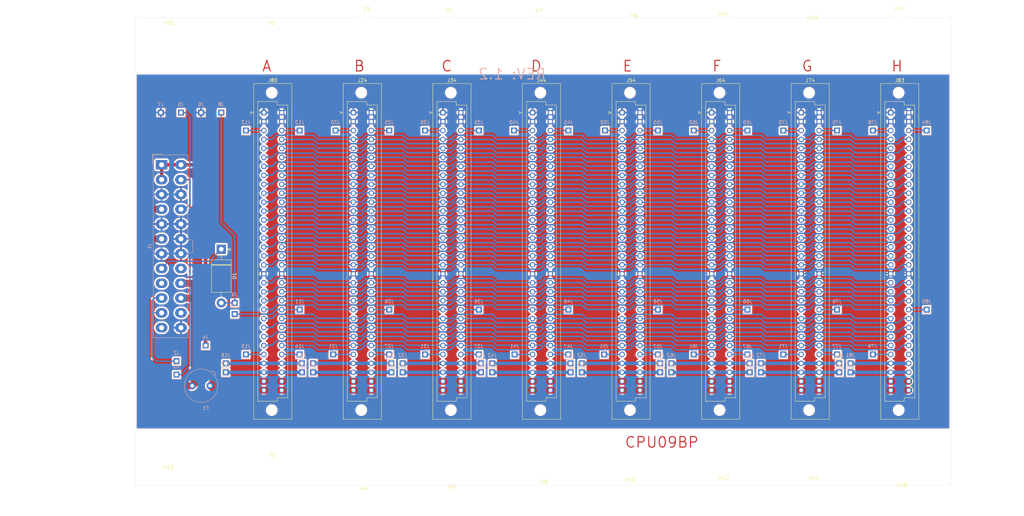
<source format=kicad_pcb>
(kicad_pcb (version 20240108) (generator "pcbnew") (generator_version "8.0")
  (layers (0 "F.Cu" signal) (31 "B.Cu" signal) (34 "B.Paste" user) (35 "F.Paste" user) (36 "B.SilkS" user "B.Silkscreen") (37 "F.SilkS" user "F.Silkscreen") (38 "B.Mask" user) (39 "F.Mask" user) (44 "Edge.Cuts" user))
  (net 0 "")
  (net 1 "Net-(D1-K)")
  (net 2 "Net-(D1-A)")
  (net 3 "Net-(F1-Pad1)")
  (net 4 "+5V")
  (net 5 "GND")
  (net 6 "Net-(J4-Pin_1)")
  (net 9 "Net-(J2-Pin_1)")
  (net 10 "Net-(J1-PS_ON#)")
  (net 11 "Net-(J1--12V)")
  (net 12 "/~{RES}")
  (net 13 "/DIV5")
  (net 14 "/DIV6")
  (net 15 "/DIV7")
  (net 16 "/DIV3")
  (net 17 "Net-(J16-Pin_1)")
  (net 18 "/RBAUD")
  (net 19 "Net-(J22-Pin_1)")
  (net 20 "/BA18")
  (net 21 "/BA8")
  (net 22 "/BA6")
  (net 23 "/~{EXT}")
  (net 24 "/~{B_RW}")
  (net 25 "/BA19")
  (net 26 "/BD6")
  (net 27 "/B_BA")
  (net 28 "/BA16")
  (net 29 "/~{B_NMI}")
  (net 30 "/BA5")
  (net 31 "/BD4")
  (net 32 "/BA17")
  (net 33 "/BD1")
  (net 34 "/B_Q")
  (net 35 "Net-(J24-Pin_c23)")
  (net 36 "/a24")
  (net 37 "/BA4")
  (net 38 "/BA13")
  (net 39 "/BA11")
  (net 40 "/BD0")
  (net 41 "/c27")
  (net 42 "/~{B_RES}")
  (net 43 "/BA3")
  (net 44 "/BD7")
  (net 45 "/~{B_VMA}")
  (net 46 "/BA1")
  (net 47 "/~{B_IRQ}")
  (net 48 "/BA15")
  (net 49 "/BD3")
  (net 50 "/BA10")
  (net 51 "/BA2")
  (net 52 "/BD2")
  (net 53 "/BA0")
  (net 54 "/B_E")
  (net 55 "/BA9")
  (net 56 "/DIV4")
  (net 57 "/B_MR")
  (net 58 "/BA14")
  (net 59 "/BA7")
  (net 60 "/~{B_HLT}")
  (net 61 "/BD5")
  (net 62 "/c25")
  (net 63 "/a26")
  (net 64 "/a22")
  (net 65 "/BA12")
  (net 66 "Net-(J32-Pin_1)")
  (net 67 "Net-(J21-Pin_1)")
  (net 68 "Net-(J23-Pin_1)")
  (net 69 "Net-(J24-Pin_c28)")
  (net 70 "Net-(J31-Pin_1)")
  (net 71 "Net-(J33-Pin_1)")
  (net 72 "Net-(J34-Pin_c23)")
  (net 73 "Net-(J42-Pin_1)")
  (net 74 "Net-(J44-Pin_c23)")
  (net 75 "Net-(J34-Pin_c28)")
  (net 76 "Net-(J41-Pin_1)")
  (net 77 "Net-(J43-Pin_1)")
  (net 78 "Net-(J44-Pin_c28)")
  (net 79 "Net-(J51-Pin_1)")
  (net 80 "Net-(J52-Pin_1)")
  (net 81 "Net-(J53-Pin_1)")
  (net 82 "Net-(J54-Pin_c28)")
  (net 83 "Net-(J54-Pin_c23)")
  (net 84 "Net-(J61-Pin_1)")
  (net 85 "Net-(J63-Pin_1)")
  (net 86 "Net-(J64-Pin_c28)")
  (net 87 "Net-(J62-Pin_1)")
  (net 88 "Net-(J71-Pin_1)")
  (net 89 "Net-(J64-Pin_c23)")
  (net 90 "Net-(J73-Pin_1)")
  (net 91 "Net-(J74-Pin_c28)")
  (net 92 "Net-(J20-Pin_1)")
  (net 93 "Net-(J24-Pin_c3)")
  (net 94 "Net-(J72-Pin_1)")
  (net 95 "Net-(J74-Pin_c23)")
  (net 96 "Net-(J30-Pin_1)")
  (net 97 "Net-(J34-Pin_c3)")
  (net 98 "Net-(J40-Pin_1)")
  (net 99 "Net-(J44-Pin_c3)")
  (net 100 "Net-(J50-Pin_1)")
  (net 101 "Net-(J54-Pin_c3)")
  (net 102 "Net-(J60-Pin_1)")
  (net 103 "Net-(J64-Pin_c3)")
  (net 104 "Net-(J70-Pin_1)")
  (net 105 "Net-(J74-Pin_c3)")
  (net 106 "Net-(J78-Pin_1)")
  (net 107 "Net-(J79-Pin_1)")
  (net 108 "Net-(J81-Pin_1)")
  (net 109 "Net-(J82-Pin_1)")
  (net 110 "Net-(J83-Pin_c3)")
  (net 111 "Net-(J83-Pin_c23)")
  (footprint "MountingHole:MountingHole_2.5mm" (layer "F.Cu") (at 90 136.5)
    (property "Reference" "H6")
    (property "Value" "M2.5")
  )
  (footprint "MountingHole:MountingHole_2.5mm" (layer "F.Cu") (at 116 135)
    (property "Reference" "H8")
    (property "Value" "M2.5")
  )
  (footprint "Connector_DIN:DIN41612_C_2x32_Female_Vertical_THT" (layer "F.Cu") (at 36.52 26.88)
    (property "Reference" "J80")
    (property "Value" "BUS-A")
  )
  (footprint "Connector_DIN:DIN41612_C_2x32_Female_Vertical_THT" (layer "F.Cu") (at 188.92 26.88)
    (property "Reference" "J74")
    (property "Value" "BUS-G")
  )
  (footprint "MountingHole:MountingHole_2.5mm" (layer "F.Cu") (at 192.5 134)
    (property "Reference" "H14")
    (property "Value" "M2.5")
  )
  (footprint "MountingHole:MountingHole_2.5mm" (layer "F.Cu") (at 9.5 5)
    (property "Reference" "H15")
    (property "Value" "M2.5")
  )
  (footprint "MountingHole:MountingHole_2.5mm" (layer "F.Cu") (at 140.5 134.5)
    (property "Reference" "H10")
    (property "Value" "M2.5")
  )
  (footprint "Connector_DIN:DIN41612_C_2x32_Female_Vertical_THT" (layer "F.Cu") (at 163.52 26.88)
    (property "Reference" "J64")
    (property "Value" "BUS-F")
  )
  (footprint "MountingHole:MountingHole_2.5mm" (layer "F.Cu") (at 192 3.5)
    (property "Reference" "H13")
    (property "Value" "M2.5")
  )
  (footprint "MountingHole:MountingHole_2.5mm" (layer "F.Cu") (at 38.6 5)
    (property "Reference" "H1")
    (property "Value" "M2.5")
  )
  (footprint "MountingHole:MountingHole_2.5mm" (layer "F.Cu") (at 39 127.5)
    (property "Reference" "H2")
    (property "Value" "M2.5")
  )
  (footprint "MountingHole:MountingHole_2.5mm" (layer "F.Cu") (at 141.5 3)
    (property "Reference" "H9")
    (property "Value" "M2.5")
  )
  (footprint "MountingHole:MountingHole_2.5mm" (layer "F.Cu") (at 89 1.5)
    (property "Reference" "H5")
    (property "Value" "M2.5")
  )
  (footprint "Connector_DIN:DIN41612_C_2x32_Female_Vertical_THT" (layer "F.Cu") (at 138.12 26.88)
    (property "Reference" "J54")
    (property "Value" "BUS-E")
  )
  (footprint "MountingHole:MountingHole_2.5mm" (layer "F.Cu") (at 9.5 131)
    (property "Reference" "H16")
    (property "Value" "M2.5")
  )
  (footprint "Diode_THT:D_DO-201AE_P15.24mm_Horizontal" (layer "F.Cu") (at 24.455 65.615 -90)
    (property "Reference" "D1")
    (property "Value" "D_Small_Filled")
  )
  (footprint "MountingHole:MountingHole_2.5mm" (layer "F.Cu") (at 217.495 136.1)
    (property "Reference" "H18")
    (property "Value" "M2.5")
  )
  (footprint "MountingHole:MountingHole_2.5mm" (layer "F.Cu") (at 114.5 1.5)
    (property "Reference" "H7")
    (property "Value" "M2.5")
  )
  (footprint "MountingHole:MountingHole_2.5mm" (layer "F.Cu") (at 167 2.5)
    (property "Reference" "H11")
    (property "Value" "M2.5")
  )
  (footprint "Connector_DIN:DIN41612_C_2x32_Female_Vertical_THT" (layer "F.Cu") (at 112.72 26.88)
    (property "Reference" "J44")
    (property "Value" "BUS-D")
  )
  (footprint "MountingHole:MountingHole_2.5mm" (layer "F.Cu") (at 167 134)
    (property "Reference" "H12")
    (property "Value" "M2.5")
  )
  (footprint "Connector_DIN:DIN41612_C_2x32_Female_Vertical_THT" (layer "F.Cu") (at 214.32 26.88)
    (property "Reference" "J83")
    (property "Value" "BUS-H")
  )
  (footprint "MountingHole:MountingHole_2.5mm" (layer "F.Cu") (at 216.86 0.845)
    (property "Reference" "H17")
    (property "Value" "M2.5")
  )
  (footprint "MountingHole:MountingHole_2.5mm" (layer "F.Cu") (at 65 137)
    (property "Reference" "H4")
    (property "Value" "M2.5")
  )
  (footprint "MountingHole:MountingHole_2.5mm" (layer "F.Cu") (at 65.5 1)
    (property "Reference" "H3")
    (property "Value" "M2.5")
  )
  (footprint "Connector_DIN:DIN41612_C_2x32_Female_Vertical_THT" (layer "F.Cu") (at 61.92 26.88)
    (property "Reference" "J24")
    (property "Value" "BUS-B")
  )
  (footprint "Connector_DIN:DIN41612_C_2x32_Female_Vertical_THT" (layer "F.Cu") (at 87.32 26.88)
    (property "Reference" "J34")
    (property "Value" "BUS-C")
  )
  (footprint "Connector_PinHeader_2.54mm:PinHeader_1x01_P2.54mm_Vertical" (layer "B.Cu") (at 152.09 100.54 180)
    (property "Reference" "J63")
    (property "Value" "FCCB")
  )
  (footprint "Connector_PinHeader_2.54mm:PinHeader_1x01_P2.54mm_Vertical" (layer "B.Cu") (at 7.31 26.88 180)
    (property "Reference" "J7")
    (property "Value" "GND")
  )
  (footprint "Connector_PinHeader_2.54mm:PinHeader_1x01_P2.54mm_Vertical" (layer "B.Cu") (at 122.88 31.96 180)
    (property "Reference" "J45")
    (property "Value" "C_2D")
  )
  (footprint "Connector_PinHeader_2.54mm:PinHeader_1x01_P2.54mm_Vertical" (layer "B.Cu") (at 75.89 100.54 180)
    (property "Reference" "J33")
    (property "Value" "CCCB")
  )
  (footprint "Connector_PinHeader_2.54mm:PinHeader_1x01_P2.54mm_Vertical" (layer "B.Cu") (at 72.08 31.96 180)
    (property "Reference" "J25")
    (property "Value" "C_2B")
  )
  (footprint "Connector_PinHeader_2.54mm:PinHeader_1x01_P2.54mm_Vertical" (layer "B.Cu") (at 199.715 98 180)
    (property "Reference" "J88")
    (property "Value" "F29")
  )
  (footprint "Connector_PinHeader_2.54mm:PinHeader_1x01_P2.54mm_Vertical" (layer "B.Cu") (at 97.48 82.76 180)
    (property "Reference" "J36")
    (property "Value" "C_23C")
  )
  (footprint "Connector_PinHeader_2.54mm:PinHeader_1x01_P2.54mm_Vertical" (layer "B.Cu") (at 148.28 95.46 180)
    (property "Reference" "J57")
    (property "Value" "C_29E")
  )
  (footprint "Connector_PinHeader_2.54mm:PinHeader_1x01_P2.54mm_Vertical" (layer "B.Cu") (at 126.69 100.54 180)
    (property "Reference" "J53")
    (property "Value" "ECCB")
  )
  (footprint "Connector_PinHeader_2.54mm:PinHeader_1x01_P2.54mm_Vertical" (layer "B.Cu") (at 133.265585 31.9482 180)
    (property "Reference" "J50")
    (property "Value" "C_1E")
  )
  (footprint "Connector_PinHeader_2.54mm:PinHeader_1x01_P2.54mm_Vertical" (layer "B.Cu") (at 107.461145 31.96 180)
    (property "Reference" "J40")
    (property "Value" "C_1D")
  )
  (footprint "Connector_PinHeader_2.54mm:PinHeader_1x01_P2.54mm_Vertical" (layer "B.Cu") (at 183.84 31.96 180)
    (property "Reference" "J70")
    (property "Value" "C_1G")
  )
  (footprint "Connector_PinHeader_2.54mm:PinHeader_1x01_P2.54mm_Vertical" (layer "B.Cu") (at 98.115 98 180)
    (property "Reference" "J38")
    (property "Value" "C29")
  )
  (footprint "Connector_PinHeader_2.54mm:PinHeader_1x01_P2.54mm_Vertical" (layer "B.Cu") (at 133.04 95.46 180)
    (property "Reference" "J51")
    (property "Value" "C_28E")
  )
  (footprint "Connector_PinHeader_2.54mm:PinHeader_1x01_P2.54mm_Vertical" (layer "B.Cu") (at 46.68 95.46 180)
    (property "Reference" "J14")
    (property "Value" "C_29A")
  )
  (footprint "Connector_PinHeader_2.54mm:PinHeader_1x01_P2.54mm_Vertical" (layer "B.Cu") (at 148.28 82.76 180)
    (property "Reference" "J56")
    (property "Value" "C_23E")
  )
  (footprint "Connector_PinHeader_2.54mm:PinHeader_1x01_P2.54mm_Vertical" (layer "B.Cu") (at 173.68 95.46 180)
    (property "Reference" "J67")
    (property "Value" "C_29F")
  )
  (footprint "Connector_PinHeader_2.54mm:PinHeader_1x01_P2.54mm_Vertical" (layer "B.Cu") (at 209.24 95.46 180)
    (property "Reference" "J79")
    (property "Value" "C_28H")
  )
  (footprint "Connector_PinHeader_2.54mm:PinHeader_1x01_P2.54mm_Vertical" (layer "B.Cu") (at 183.84 95.46 180)
    (property "Reference" "J71")
    (property "Value" "C_28G")
  )
  (footprint "Connector_PinHeader_2.54mm:PinHeader_1x01_P2.54mm_Vertical" (layer "B.Cu") (at 13.025 26.88 180)
    (property "Reference" "J5")
    (property "Value" "PSON")
  )
  (footprint "Connector_PinHeader_2.54mm:PinHeader_1x01_P2.54mm_Vertical" (layer "B.Cu") (at 122.88 82.76 180)
    (property "Reference" "J46")
    (property "Value" "C_23D")
  )
  (footprint "Connector_PinHeader_2.54mm:PinHeader_1x01_P2.54mm_Vertical" (layer "B.Cu") (at 199.08 31.96 180)
    (property "Reference" "J75")
    (property "Value" "C_2G")
  )
  (footprint "Connector_PinHeader_2.54mm:PinHeader_1x01_P2.54mm_Vertical" (layer "B.Cu") (at 72.715 98 180)
    (property "Reference" "J28")
    (property "Value" "B29")
  )
  (footprint "Connector_PinHeader_2.54mm:PinHeader_1x01_P2.54mm_Vertical" (layer "B.Cu") (at 152.09 98 180)
    (property "Reference" "J62")
    (property "Value" "FCCA")
  )
  (footprint "Connector_Molex:Molex_Mini-Fit_Jr_5566-24A_2x12_P4.20mm_Vertical" (layer "B.Cu") (at 7.525 41.685 -90)
    (property "Reference" "J1")
    (property "Value" "ATX-24")
  )
  (footprint "Connector_PinHeader_2.54mm:PinHeader_1x01_P2.54mm_Vertical" (layer "B.Cu") (at 82.24 31.96 180)
    (property "Reference" "J30")
    (property "Value" "C_1C")
  )
  (footprint "Connector_PinHeader_2.54mm:PinHeader_1x01_P2.54mm_Vertical" (layer "B.Cu") (at 158.44 31.96 180)
    (property "Reference" "J60")
    (property "Value" "C_1F")
  )
  (footprint "Connector_PinHeader_2.54mm:PinHeader_1x01_P2.54mm_Vertical" (layer "B.Cu") (at 199.08 95.46 180)
    (property "Reference" "J77")
    (property "Value" "C_29G")
  )
  (footprint "Connector_PinHeader_2.54mm:PinHeader_1x01_P2.54mm_Vertical" (layer "B.Cu") (at 98.115 100.54 180)
    (property "Reference" "J39")
    (property "Value" "C30")
  )
  (footprint "Connector_PinHeader_2.54mm:PinHeader_1x01_P2.54mm_Vertical" (layer "B.Cu") (at 75.89 98 180)
    (property "Reference" "J32")
    (property "Value" "CCCA")
  )
  (footprint "Connector_PinHeader_2.54mm:PinHeader_1x01_P2.54mm_Vertical" (layer "B.Cu") (at 174.315 98 180)
    (property "Reference" "J68")
    (property "Value" "F29")
  )
  (footprint "Connector_PinHeader_2.54mm:PinHeader_1x01_P2.54mm_Vertical" (layer "B.Cu") (at 173.68 82.76 180)
    (property "Reference" "J66")
    (property "Value" "C_23F")
  )
  (footprint "Connector_PinHeader_2.54mm:PinHeader_1x01_P2.54mm_Vertical" (layer "B.Cu") (at 72.715 100.54 180)
    (property "Reference" "J29")
    (property "Value" "B30")
  )
  (footprint "Connector_PinHeader_2.54mm:PinHeader_1x01_P2.54mm_Vertical" (layer "B.Cu") (at 50.49 100.54 180)
    (property "Reference" "J23")
    (property "Value" "BCCB")
  )
  (footprint "Connector_PinHeader_2.54mm:PinHeader_1x01_P2.54mm_Vertical" (layer "B.Cu") (at 82.24 95.46 180)
    (property "Reference" "J31")
    (property "Value" "C_28C")
  )
  (footprint "Connector_PinHeader_2.54mm:PinHeader_1x01_P2.54mm_Vertical" (layer "B.Cu") (at 158.44 95.46 180)
    (property "Reference" "J61")
    (property "Value" "C_28F")
  )
  (footprint "Connector_PinHeader_2.54mm:PinHeader_1x01_P2.54mm_Vertical" (layer "B.Cu") (at 122.88 95.46 180)
    (property "Reference" "J47")
    (property "Value" "C_29D")
  )
  (footprint "Connector_PinHeader_2.54mm:PinHeader_1x01_P2.54mm_Vertical" (layer "B.Cu") (at 148.28 31.96 180)
    (property "Reference" "J55")
    (property "Value" "C_2E")
  )
  (footprint "Connector_PinHeader_2.54mm:PinHeader_1x01_P2.54mm_Vertical" (layer "B.Cu") (at 72.08 95.46 180)
    (property "Reference" "J27")
    (property "Value" "C_29B")
  )
  (footprint "Connector_PinHeader_2.54mm:PinHeader_1x01_P2.54mm_Vertical" (layer "B.Cu") (at 28.265 84.03 180)
    (property "Reference" "J10")
    (property "Value" "C_23")
  )
  (footprint "Connector_PinHeader_2.54mm:PinHeader_1x01_P2.54mm_Vertical" (layer "B.Cu") (at 24.455 26.88 180)
    (property "Reference" "J8")
    (property "Value" "~{RES}")
  )
  (footprint "Connector_PinHeader_2.54mm:PinHeader_1x01_P2.54mm_Vertical" (layer "B.Cu") (at 107.64 95.46 180)
    (property "Reference" "J41")
    (property "Value" "C_28D")
  )
  (footprint "Connector_PinHeader_2.54mm:PinHeader_1x01_P2.54mm_Vertical" (layer "B.Cu") (at 20.01 92.92 180)
    (property "Reference" "J4")
    (property "Value" "3.3V")
  )
  (footprint "Connector_PinHeader_2.54mm:PinHeader_1x01_P2.54mm_Vertical" (layer "B.Cu") (at 46.68 31.96 180)
    (property "Reference" "J13")
    (property "Value" "C_2A")
  )
  (footprint "Connector_PinHeader_2.54mm:PinHeader_1x01_P2.54mm_Vertical" (layer "B.Cu") (at 123.515 100.54 180)
    (property "Reference" "J49")
    (property "Value" "D30")
  )
  (footprint "Connector_PinHeader_2.54mm:PinHeader_1x01_P2.54mm_Vertical" (layer "B.Cu") (at 199.08 82.76 180)
    (property "Reference" "J76")
    (property "Value" "C_23G")
  )
  (footprint "Connector_PinHeader_2.54mm:PinHeader_1x01_P2.54mm_Vertical" (layer "B.Cu") (at 224.48 82.76 180)
    (property "Reference" "J85")
    (property "Value" "C_23H")
  )
  (footprint "Connector_PinHeader_2.54mm:PinHeader_1x01_P2.54mm_Vertical" (layer "B.Cu") (at 47.315 98 180)
    (property "Reference" "J18")
    (property "Value" "A29")
  )
  (footprint "Connector_PinHeader_2.54mm:PinHeader_1x01_P2.54mm_Vertical" (layer "B.Cu") (at 199.715 100.54 180)
    (property "Reference" "J89")
    (property "Value" "F30")
  )
  (footprint "Connector_PinHeader_2.54mm:PinHeader_1x01_P2.54mm_Vertical" (layer "B.Cu") (at 101.29 98 180)
    (property "Reference" "J42")
    (property "Value" "DCCA")
  )
  (footprint "Connector_PinHeader_2.54mm:PinHeader_1x01_P2.54mm_Vertical" (layer "B.Cu") (at 148.915 100.54 180)
    (property "Reference" "J59")
    (property "Value" "E30")
  )
  (footprint "Connector_PinHeader_2.54mm:PinHeader_1x01_P2.54mm_Vertical" (layer "B.Cu") (at 46.69 82.76 180)
    (property "Reference" "J11")
    (property "Value" "C_23A")
  )
  (footprint "Connector_PinHeader_2.54mm:PinHeader_1x01_P2.54mm_Vertical" (layer "B.Cu") (at 177.49 98 180)
    (property "Reference" "J72")
    (property "Value" "GCCA")
  )
  (footprint "Fuse:Fuseholder_TR5_Littelfuse_No560_No460" (layer "B.Cu") (at 16.2 104.35)
    (property "Reference" "F1")
    (property "Value" "1A")
  )
  (footprint "Connector_PinHeader_2.54mm:PinHeader_1x01_P2.54mm_Vertical" (layer "B.Cu") (at 28.265 80.855 180)
    (property "Reference" "J9")
    (property "Value" "~{RES0}")
  )
  (footprint "Connector_PinHeader_2.54mm:PinHeader_1x01_P2.54mm_Vertical" (layer "B.Cu") (at 11.755 97.365 180)
    (property "Reference" "J2")
    (property "Value" "+12V")
  )
  (footprint "Connector_PinHeader_2.54mm:PinHeader_1x01_P2.54mm_Vertical" (layer "B.Cu") (at 101.29 100.54 180)
    (property "Reference" "J43")
    (property "Value" "DCCB")
  )
  (footprint "Connector_PinHeader_2.54mm:PinHeader_1x01_P2.54mm_Vertical" (layer "B.Cu") (at 174.315 100.54 180)
    (property "Reference" "J69")
    (property "Value" "F30")
  )
  (footprint "Connector_PinHeader_2.54mm:PinHeader_1x01_P2.54mm_Vertical" (layer "B.Cu") (at 47.315 100.54 180)
    (property "Reference" "J19")
    (property "Value" "A30")
  )
  (footprint "Connector_PinHeader_2.54mm:PinHeader_1x01_P2.54mm_Vertical" (layer "B.Cu") (at 173.68 31.96 180)
    (property "Reference" "J65")
    (property "Value" "C_2F")
  )
  (footprint "Connector_PinHeader_2.54mm:PinHeader_1x01_P2.54mm_Vertical" (layer "B.Cu") (at 97.48 95.46 180)
    (property "Reference" "J37")
    (property "Value" "C_29C")
  )
  (footprint "Connector_PinHeader_2.54mm:PinHeader_1x01_P2.54mm_Vertical" (layer "B.Cu") (at 56.205 95.46 180)
    (property "Reference" "J21")
    (property "Value" "C_28B")
  )
  (footprint "Connector_PinHeader_2.54mm:PinHeader_1x01_P2.54mm_Vertical" (layer "B.Cu") (at 31.44 31.96 180)
    (property "Reference" "J12")
    (property "Value" "C_1A")
  )
  (footprint "Connector_PinHeader_2.54mm:PinHeader_1x01_P2.54mm_Vertical" (layer "B.Cu") (at 50.49 98 180)
    (property "Reference" "J22" (hide yes))
    (property "Value" "BCCA")
  )
  (footprint "Connector_PinHeader_2.54mm:PinHeader_1x01_P2.54mm_Vertical" (layer "B.Cu") (at 224.48 31.96 180)
    (property "Reference" "J84")
    (property "Value" "C_2H")
  )
  (footprint "Connector_PinHeader_2.54mm:PinHeader_1x01_P2.54mm_Vertical" (layer "B.Cu") (at 56.84 31.96 180)
    (property "Reference" "J20")
    (property "Value" "C_1B")
  )
  (footprint "Connector_PinHeader_2.54mm:PinHeader_1x01_P2.54mm_Vertical" (layer "B.Cu") (at 25.725 98 180)
    (property "Reference" "J16")
    (property "Value" "ACCA")
  )
  (footprint "Connector_PinHeader_2.54mm:PinHeader_1x01_P2.54mm_Vertical" (layer "B.Cu") (at 18.74 26.88 180)
    (property "Reference" "J6")
    (property "Value" "GND")
  )
  (footprint "Connector_PinHeader_2.54mm:PinHeader_1x01_P2.54mm_Vertical" (layer "B.Cu") (at 72.08 82.76 180)
    (property "Reference" "J26")
    (property "Value" "C_23B")
  )
  (footprint "Connector_PinHeader_2.54mm:PinHeader_1x01_P2.54mm_Vertical" (layer "B.Cu") (at 148.915 98 180)
    (property "Reference" "J58")
    (property "Value" "E29")
  )
  (footprint "Connector_PinHeader_2.54mm:PinHeader_1x01_P2.54mm_Vertical" (layer "B.Cu") (at 177.49 100.54 180)
    (property "Reference" "J73")
    (property "Value" "GCCB")
  )
  (footprint "Connector_PinHeader_2.54mm:PinHeader_1x01_P2.54mm_Vertical" (layer "B.Cu") (at 126.69 98 180)
    (property "Reference" "J52")
    (property "Value" "ECCA")
  )
  (footprint "Connector_PinHeader_2.54mm:PinHeader_1x01_P2.54mm_Vertical" (layer "B.Cu") (at 97.48 31.96 180)
    (property "Reference" "J35")
    (property "Value" "C_2C")
  )
  (footprint "Connector_PinHeader_2.54mm:PinHeader_1x01_P2.54mm_Vertical" (layer "B.Cu") (at 123.515 98 180)
    (property "Reference" "J48")
    (property "Value" "D29")
  )
  (footprint "Connector_PinHeader_2.54mm:PinHeader_1x01_P2.54mm_Vertical" (layer "B.Cu") (at 25.725 100.54 180)
    (property "Reference" "J17")
    (property "Value" "ACCB")
  )
  (footprint "Connector_PinHeader_2.54mm:PinHeader_1x01_P2.54mm_Vertical" (layer "B.Cu") (at 31.44 95.46 180)
    (property "Reference" "J15")
    (property "Value" "C_28A")
  )
  (footprint "Connector_PinHeader_2.54mm:PinHeader_1x01_P2.54mm_Vertical" (layer "B.Cu") (at 209.24 31.96 180)
    (property "Reference" "J78")
    (property "Value" "C_1H")
  )
  (footprint "Connector_PinHeader_2.54mm:PinHeader_1x01_P2.54mm_Vertical" (layer "B.Cu") (at 202.89 100.54 180)
    (property "Reference" "J82")
    (property "Value" "GCCB")
  )
  (footprint "Connector_PinHeader_2.54mm:PinHeader_1x01_P2.54mm_Vertical" (layer "B.Cu") (at 202.89 98 180)
    (property "Reference" "J81")
    (property "Value" "GCCA")
  )
  (footprint "Connector_PinHeader_2.54mm:PinHeader_1x01_P2.54mm_Vertical" (layer "B.Cu") (at 11.755 101.175 180)
    (property "Reference" "J3")
    (property "Value" "-12V")
  )
  (gr_rect (start 0 0) (end 231.4 132.5) (stroke (width 0.05)) (fill none) (layer "Edge.Cuts"))
  (gr_text "E" (at 138.12 15.45 0) (layer "F.Cu") (effects (font (size 3 3) (thickness 0.3) (bold yes)) (justify left bottom)))
  (gr_text "CPU09BP" (at 138.755 122.13 0) (layer "F.Cu") (effects (font (size 3 3) (thickness 0.3) (bold yes)) (justify left bottom)))
  (gr_text "G" (at 188.92 15.45 0) (layer "F.Cu") (effects (font (size 3 3) (thickness 0.3) (bold yes)) (justify left bottom)))
  (gr_text "A" (at 35.885 15.45 0) (layer "F.Cu") (effects (font (size 3 3) (thickness 0.3) (bold yes)) (justify left bottom)))
  (gr_text "B" (at 61.92 15.45 0) (layer "F.Cu") (effects (font (size 3 3) (thickness 0.3) (bold yes)) (justify left bottom)))
  (gr_text "C" (at 86.685 15.45 0) (layer "F.Cu") (effects (font (size 3 3) (thickness 0.3) (bold yes)) (justify left bottom)))
  (gr_text "H" (at 214.32 15.45 0) (layer "F.Cu") (effects (font (size 3 3) (thickness 0.3) (bold yes)) (justify left bottom)))
  (gr_text "F" (at 163.52 15.45 0) (layer "F.Cu") (effects (font (size 3 3) (thickness 0.3) (bold yes)) (justify left bottom)))
  (gr_text "D" (at 112.085 15.45 0) (layer "F.Cu") (effects (font (size 3 3) (thickness 0.3) (bold yes)) (justify left bottom)))
  (gr_text "REV: 1.2" (at 116.69 17.71 0) (layer "B.SilkS") (effects (font (size 3 3) (thickness 0.3)) (justify left bottom mirror)))
  (segment (start 9.566 69.044) (end 7.525 71.085) (width 0.4) (layer "B.Cu") (net 1))
  (segment (start 24.455 65.615) (end 21.026 69.044) (width 0.4) (layer "B.Cu") (net 1))
  (segment (start 21.026 69.044) (end 9.566 69.044) (width 0.4) (layer "B.Cu") (net 1))
  (segment (start 24.455 26.88) (end 24.455 57.995) (width 0.4) (layer "B.Cu") (net 2))
  (segment (start 28.265 80.855) (end 24.455 80.855) (width 0.4) (layer "B.Cu") (net 2))
  (segment (start 28.265 61.805) (end 28.265 80.855) (width 0.4) (layer "B.Cu") (net 2))
  (segment (start 24.455 57.995) (end 28.265 61.805) (width 0.4) (layer "B.Cu") (net 2))
  (segment (start 13.025 79.485) (end 16.1 79.485) (width 2) (layer "F.Cu") (net 3))
  (segment (start 3.89 62.685) (end 3.5 63.075) (width 2) (layer "F.Cu") (net 3))
  (segment (start 16.835 75.775) (end 16.835 80.22) (width 2) (layer "F.Cu") (net 3))
  (segment (start 16.1 79.485) (end 16.835 80.22) (width 2) (layer "F.Cu") (net 3))
  (segment (start 3.5 63.075) (end 3.5 103.08) (width 2) (layer "F.Cu") (net 3))
  (segment (start 3.5 54.82) (end 3.5 63.075) (width 2) (layer "F.Cu") (net 3))
  (segment (start 13.025 75.285) (end 16.345 75.285) (width 2) (layer "F.Cu") (net 3))
  (segment (start 3.5 103.08) (end 4.77 104.35) (width 2) (layer "F.Cu") (net 3))
  (segment (start 7.525 54.285) (end 4.035 54.285) (width 2) (layer "F.Cu") (net 3))
  (segment (start 7.525 62.685) (end 3.89 62.685) (width 2) (layer "F.Cu") (net 3))
  (segment (start 16.835 80.22) (end 16.835 103.715) (width 2) (layer "F.Cu") (net 3))
  (segment (start 4.77 104.35) (end 16.2 104.35) (width 2) (layer "F.Cu") (net 3))
  (segment (start 16.835 103.715) (end 16.2 104.35) (width 2) (layer "F.Cu") (net 3))
  (segment (start 16.345 75.285) (end 16.835 75.775) (width 2) (layer "F.Cu") (net 3))
  (segment (start 4.035 54.285) (end 3.5 54.82) (width 2) (layer "F.Cu") (net 3))
  (segment (start 194 103.08) (end 36.52 103.08) (width 2) (layer "F.Cu") (net 4))
  (segment (start 194 103.08) (end 219.4 103.08) (width 2) (layer "F.Cu") (net 4))
  (segment (start 36.52 105.62) (end 22.56 105.62) (width 2) (layer "F.Cu") (net 4))
  (segment (start 36.52 105.62) (end 194 105.62) (width 2) (layer "F.Cu") (net 4))
  (segment (start 194 105.62) (end 219.4 105.62) (width 2) (layer "F.Cu") (net 4))
  (segment (start 36.52 103.08) (end 22.54 103.08) (width 2) (layer "F.Cu") (net 4))
  (segment (start 22.56 105.62) (end 21.28 104.34) (width 2) (layer "F.Cu") (net 4))
  (segment (start 22.54 103.08) (end 21.28 104.34) (width 2) (layer "F.Cu") (net 4))
  (segment (start 204.16 72.541) (end 214.32 72.541) (width 0.4) (layer "B.Cu") (net 5))
  (segment (start 217.666 72.541) (end 219.4 72.541) (width 0.4) (layer "B.Cu") (net 5))
  (segment (start 202.949 72.6) (end 204.16 73.811) (width 0.4) (layer "B.Cu") (net 5))
  (segment (start 194 72.6) (end 202.949 72.6) (width 0.4) (layer "B.Cu") (net 5))
  (segment (start 203.017 71.398) (end 204.16 72.541) (width 0.4) (layer "B.Cu") (net 5))
  (segment (start 216.396 73.811) (end 217.666 72.541) (width 0.4) (layer "B.Cu") (net 5))
  (segment (start 204.16 73.811) (end 216.396 73.811) (width 0.4) (layer "B.Cu") (net 5))
  (segment (start 188.92 72.541) (end 191.284 72.541) (width 0.4) (layer "B.Cu") (net 5))
  (segment (start 192.427 71.398) (end 203.017 71.398) (width 0.4) (layer "B.Cu") (net 5))
  (segment (start 191.284 72.541) (end 192.427 71.398) (width 0.4) (layer "B.Cu") (net 5))
  (segment (start 20.01 42.12) (end 20.01 92.92) (width 1) (layer "F.Cu") (net 6))
  (segment (start 19.575 41.685) (end 20.01 42.12) (width 1) (layer "F.Cu") (net 6))
  (segment (start 7.525 41.685) (end 13.025 41.685) (width 1) (layer "F.Cu") (net 6))
  (segment (start 7.525 41.685) (end 7.525 45.885) (width 1) (layer "F.Cu") (net 6))
  (segment (start 13.025 41.685) (end 19.575 41.685) (width 1) (layer "F.Cu") (net 6))
  (segment (start 4.77 80.22) (end 5.505 79.485) (width 0.4) (layer "B.Cu") (net 9))
  (segment (start 7.525 83.685) (end 5.115 83.685) (width 0.4) (layer "B.Cu") (net 9))
  (segment (start 5.505 79.485) (end 7.525 79.485) (width 0.4) (layer "B.Cu") (net 9))
  (segment (start 11.755 97.365) (end 6.04 97.365) (width 0.4) (layer "B.Cu") (net 9))
  (segment (start 6.04 97.365) (end 4.77 96.095) (width 0.4) (layer "B.Cu") (net 9))
  (segment (start 4.77 96.095) (end 4.77 84.03) (width 0.4) (layer "B.Cu") (net 9))
  (segment (start 5.115 83.685) (end 4.77 84.03) (width 0.4) (layer "B.Cu") (net 9))
  (segment (start 4.77 84.03) (end 4.77 80.22) (width 0.4) (layer "B.Cu") (net 9))
  (segment (start 15.565 52.915) (end 14.195 54.285) (width 0.4) (layer "B.Cu") (net 10))
  (segment (start 14.195 54.285) (end 13.025 54.285) (width 0.4) (layer "B.Cu") (net 10))
  (segment (start 13.025 26.88) (end 14.295 26.88) (width 0.4) (layer "B.Cu") (net 10))
  (segment (start 15.565 28.15) (end 15.565 52.915) (width 0.4) (layer "B.Cu") (net 10))
  (segment (start 14.295 26.88) (end 15.565 28.15) (width 0.4) (layer "B.Cu") (net 10))
  (segment (start 15.52 45.885) (end 15.565 45.93) (width 0.4) (layer "F.Cu") (net 11))
  (segment (start 15.565 45.93) (end 15.565 72.6) (width 0.4) (layer "F.Cu") (net 11))
  (segment (start 13.025 45.885) (end 15.52 45.885) (width 0.4) (layer "F.Cu") (net 11))
  (via (at 15.580202 71.145639) (size 0.6) (drill 0.3) (layers "F.Cu" "B.Cu") (net 11))
  (via (at 15.565 72.6) (size 0.6) (drill 0.3) (layers "F.Cu" "B.Cu") (net 11))
  (segment (start 13.025 101.175) (end 11.755 101.175) (width 0.4) (layer "B.Cu") (net 11))
  (segment (start 15.565 72.6) (end 15.565 71.160841) (width 0.4) (layer "B.Cu") (net 11))
  (segment (start 15.565 72.6) (end 15.565 98.635) (width 0.4) (layer "B.Cu") (net 11))
  (segment (start 15.565 71.160841) (end 15.580202 71.145639) (width 0.4) (layer "B.Cu") (net 11))
  (segment (start 15.565 98.635) (end 13.025 101.175) (width 0.4) (layer "B.Cu") (net 11))
  (segment (start 41.6 82.76) (end 40.05685 82.76) (width 0.4) (layer "B.Cu") (net 12))
  (segment (start 40.05685 82.76) (end 38.78685 84.03) (width 0.4) (layer "B.Cu") (net 12))
  (segment (start 41.6 82.76) (end 46.69 82.76) (width 0.4) (layer "B.Cu") (net 12))
  (segment (start 38.78685 84.03) (end 28.265 84.03) (width 0.4) (layer "B.Cu") (net 12))
  (segment (start 31.44 31.96) (end 36.52 31.96) (width 0.4) (layer "B.Cu") (net 13))
  (segment (start 46.68 31.96) (end 41.6 31.96) (width 0.4) (layer "B.Cu") (net 14))
  (segment (start 41.6 95.46) (end 46.68 95.46) (width 0.4) (layer "B.Cu") (net 15))
  (segment (start 36.52 95.46) (end 31.44 95.46) (width 0.4) (layer "B.Cu") (net 16))
  (segment (start 25.725 98) (end 41.6 98) (width 1) (layer "B.Cu") (net 17))
  (segment (start 41.6 98) (end 47.315 98) (width 1) (layer "B.Cu") (net 17))
  (segment (start 25.725 100.54) (end 41.6 100.54) (width 1) (layer "B.Cu") (net 18))
  (segment (start 41.6 100.54) (end 47.315 100.54) (width 1) (layer "B.Cu") (net 18))
  (segment (start 67 98) (end 72.715 98) (width 1) (layer "B.Cu") (net 19))
  (segment (start 50.49 98) (end 67 98) (width 1) (layer "B.Cu") (net 19))
  (segment (start 89.684 70.001) (end 90.827 68.858) (width 0.4) (layer "B.Cu") (net 20))
  (segment (start 188.92 70.001) (end 191.284 70.001) (width 0.4) (layer "B.Cu") (net 20))
  (segment (start 203.017 68.858) (end 204.16 70.001) (width 0.4) (layer "B.Cu") (net 20))
  (segment (start 152.217 68.858) (end 153.36 70.001) (width 0.4) (layer "B.Cu") (net 20))
  (segment (start 50.617 68.858) (end 51.76 70.001) (width 0.4) (layer "B.Cu") (net 20))
  (segment (start 165.884 70.001) (end 167.027 68.858) (width 0.4) (layer "B.Cu") (net 20))
  (segment (start 51.76 70.001) (end 61.92 70.001) (width 0.4) (layer "B.Cu") (net 20))
  (segment (start 191.284 70.001) (end 192.427 68.858) (width 0.4) (layer "B.Cu") (net 20))
  (segment (start 61.92 70.001) (end 64.284 70.001) (width 0.4) (layer "B.Cu") (net 20))
  (segment (start 116.227 68.858) (end 126.817 68.858) (width 0.4) (layer "B.Cu") (net 20))
  (segment (start 127.96 70.001) (end 138.12 70.001) (width 0.4) (layer "B.Cu") (net 20))
  (segment (start 90.827 68.858) (end 101.417 68.858) (width 0.4) (layer "B.Cu") (net 20))
  (segment (start 178.76 70.001) (end 188.92 70.001) (width 0.4) (layer "B.Cu") (net 20))
  (segment (start 177.617 68.858) (end 178.76 70.001) (width 0.4) (layer "B.Cu") (net 20))
  (segment (start 36.52 70.001) (end 38.884 70.001) (width 0.4) (layer "B.Cu") (net 20))
  (segment (start 38.884 70.001) (end 40.027 68.858) (width 0.4) (layer "B.Cu") (net 20))
  (segment (start 87.32 70.001) (end 89.684 70.001) (width 0.4) (layer "B.Cu") (net 20))
  (segment (start 126.817 68.858) (end 127.96 70.001) (width 0.4) (layer "B.Cu") (net 20))
  (segment (start 64.284 70.001) (end 65.427 68.858) (width 0.4) (layer "B.Cu") (net 20))
  (segment (start 102.56 70.001) (end 112.72 70.001) (width 0.4) (layer "B.Cu") (net 20))
  (segment (start 192.427 68.858) (end 203.017 68.858) (width 0.4) (layer "B.Cu") (net 20))
  (segment (start 101.417 68.858) (end 102.56 70.001) (width 0.4) (layer "B.Cu") (net 20))
  (segment (start 138.12 70.001) (end 140.484 70.001) (width 0.4) (layer "B.Cu") (net 20))
  (segment (start 76.017 68.858) (end 77.16 70.001) (width 0.4) (layer "B.Cu") (net 20))
  (segment (start 167.027 68.858) (end 177.617 68.858) (width 0.4) (layer "B.Cu") (net 20))
  (segment (start 115.084 70.001) (end 116.227 68.858) (width 0.4) (layer "B.Cu") (net 20))
  (segment (start 163.52 70.001) (end 165.884 70.001) (width 0.4) (layer "B.Cu") (net 20))
  (segment (start 204.16 70.001) (end 214.32 70.001) (width 0.4) (layer "B.Cu") (net 20))
  (segment (start 112.72 70.001) (end 115.084 70.001) (width 0.4) (layer "B.Cu") (net 20))
  (segment (start 140.484 70.001) (end 141.627 68.858) (width 0.4) (layer "B.Cu") (net 20))
  (segment (start 65.427 68.858) (end 76.017 68.858) (width 0.4) (layer "B.Cu") (net 20))
  (segment (start 153.36 70.001) (end 163.52 70.001) (width 0.4) (layer "B.Cu") (net 20))
  (segment (start 77.16 70.001) (end 87.32 70.001) (width 0.4) (layer "B.Cu") (net 20))
  (segment (start 141.627 68.858) (end 152.217 68.858) (width 0.4) (layer "B.Cu") (net 20))
  (segment (start 40.027 68.858) (end 50.617 68.858) (width 0.4) (layer "B.Cu") (net 20))
  (segment (start 138.12 57.301) (end 140.484 57.301) (width 0.4) (layer "B.Cu") (net 21))
  (segment (start 177.617 56.158) (end 178.76 57.301) (width 0.4) (layer "B.Cu") (net 21))
  (segment (start 112.72 57.301) (end 115.084 57.301) (width 0.4) (layer "B.Cu") (net 21))
  (segment (start 126.817 56.158) (end 127.96 57.301) (width 0.4) (layer "B.Cu") (net 21))
  (segment (start 116.227 56.158) (end 126.817 56.158) (width 0.4) (layer "B.Cu") (net 21))
  (segment (start 152.217 56.158) (end 153.36 57.301) (width 0.4) (layer "B.Cu") (net 21))
  (segment (start 127.96 57.301) (end 138.12 57.301) (width 0.4) (layer "B.Cu") (net 21))
  (segment (start 141.627 56.158) (end 152.217 56.158) (width 0.4) (layer "B.Cu") (net 21))
  (segment (start 77.16 57.301) (end 87.32 57.301) (width 0.4) (layer "B.Cu") (net 21))
  (segment (start 40.027 56.158) (end 50.617 56.158) (width 0.4) (layer "B.Cu") (net 21))
  (segment (start 51.76 57.301) (end 61.92 57.301) (width 0.4) (layer "B.Cu") (net 21))
  (segment (start 167.027 56.158) (end 177.617 56.158) (width 0.4) (layer "B.Cu") (net 21))
  (segment (start 191.284 57.301) (end 192.427 56.158) (width 0.4) (layer "B.Cu") (net 21))
  (segment (start 50.617 56.158) (end 51.76 57.301) (width 0.4) (layer "B.Cu") (net 21))
  (segment (start 153.36 57.301) (end 163.52 57.301) (width 0.4) (layer "B.Cu") (net 21))
  (segment (start 188.92 57.301) (end 191.284 57.301) (width 0.4) (layer "B.Cu") (net 21))
  (segment (start 192.427 56.158) (end 203.017 56.158) (width 0.4) (layer "B.Cu") (net 21))
  (segment (start 38.884 57.301) (end 40.027 56.158) (width 0.4) (layer "B.Cu") (net 21))
  (segment (start 36.52 57.301) (end 38.884 57.301) (width 0.4) (layer "B.Cu") (net 21))
  (segment (start 115.084 57.301) (end 116.227 56.158) (width 0.4) (layer "B.Cu") (net 21))
  (segment (start 101.417 56.158) (end 102.56 57.301) (width 0.4) (layer "B.Cu") (net 21))
  (segment (start 87.32 57.301) (end 89.684 57.301) (width 0.4) (layer "B.Cu") (net 21))
  (segment (start 90.827 56.158) (end 101.417 56.158) (width 0.4) (layer "B.Cu") (net 21))
  (segment (start 204.16 57.301) (end 214.32 57.301) (width 0.4) (layer "B.Cu") (net 21))
  (segment (start 65.427 56.158) (end 76.017 56.158) (width 0.4) (layer "B.Cu") (net 21))
  (segment (start 165.884 57.301) (end 167.027 56.158) (width 0.4) (layer "B.Cu") (net 21))
  (segment (start 140.484 57.301) (end 141.627 56.158) (width 0.4) (layer "B.Cu") (net 21))
  (segment (start 102.56 57.301) (end 112.72 57.301) (width 0.4) (layer "B.Cu") (net 21))
  (segment (start 178.76 57.301) (end 188.92 57.301) (width 0.4) (layer "B.Cu") (net 21))
  (segment (start 61.92 57.301) (end 64.284 57.301) (width 0.4) (layer "B.Cu") (net 21))
  (segment (start 64.284 57.301) (end 65.427 56.158) (width 0.4) (layer "B.Cu") (net 21))
  (segment (start 76.017 56.158) (end 77.16 57.301) (width 0.4) (layer "B.Cu") (net 21))
  (segment (start 163.52 57.301) (end 165.884 57.301) (width 0.4) (layer "B.Cu") (net 21))
  (segment (start 203.017 56.158) (end 204.16 57.301) (width 0.4) (layer "B.Cu") (net 21))
  (segment (start 89.684 57.301) (end 90.827 56.158) (width 0.4) (layer "B.Cu") (net 21))
  (segment (start 191.284 54.761) (end 192.427 53.618) (width 0.4) (layer "B.Cu") (net 22))
  (segment (start 177.617 53.618) (end 178.76 54.761) (width 0.4) (layer "B.Cu") (net 22))
  (segment (start 87.32 54.761) (end 89.684 54.761) (width 0.4) (layer "B.Cu") (net 22))
  (segment (start 51.76 54.761) (end 61.92 54.761) (width 0.4) (layer "B.Cu") (net 22))
  (segment (start 36.52 54.761) (end 38.884 54.761) (width 0.4) (layer "B.Cu") (net 22))
  (segment (start 141.627 53.618) (end 152.217 53.618) (width 0.4) (layer "B.Cu") (net 22))
  (segment (start 102.56 54.761) (end 112.72 54.761) (width 0.4) (layer "B.Cu") (net 22))
  (segment (start 167.027 53.618) (end 177.617 53.618) (width 0.4) (layer "B.Cu") (net 22))
  (segment (start 40.027 53.618) (end 50.617 53.618) (width 0.4) (layer "B.Cu") (net 22))
  (segment (start 115.084 54.761) (end 116.227 53.618) (width 0.4) (layer "B.Cu") (net 22))
  (segment (start 101.417 53.618) (end 102.56 54.761) (width 0.4) (layer "B.Cu") (net 22))
  (segment (start 89.684 54.761) (end 90.827 53.618) (width 0.4) (layer "B.Cu") (net 22))
  (segment (start 204.16 54.761) (end 214.32 54.761) (width 0.4) (layer "B.Cu") (net 22))
  (segment (start 65.427 53.618) (end 76.017 53.618) (width 0.4) (layer "B.Cu") (net 22))
  (segment (start 76.017 53.618) (end 77.16 54.761) (width 0.4) (layer "B.Cu") (net 22))
  (segment (start 203.017 53.618) (end 204.16 54.761) (width 0.4) (layer "B.Cu") (net 22))
  (segment (start 178.76 54.761) (end 188.92 54.761) (width 0.4) (layer "B.Cu") (net 22))
  (segment (start 152.217 53.618) (end 153.36 54.761) (width 0.4) (layer "B.Cu") (net 22))
  (segment (start 127.96 54.761) (end 138.12 54.761) (width 0.4) (layer "B.Cu") (net 22))
  (segment (start 192.427 53.618) (end 203.017 53.618) (width 0.4) (layer "B.Cu") (net 22))
  (segment (start 140.484 54.761) (end 141.627 53.618) (width 0.4) (layer "B.Cu") (net 22))
  (segment (start 112.72 54.761) (end 115.084 54.761) (width 0.4) (layer "B.Cu") (net 22))
  (segment (start 50.617 53.618) (end 51.76 54.761) (width 0.4) (layer "B.Cu") (net 22))
  (segment (start 165.884 54.761) (end 167.027 53.618) (width 0.4) (layer "B.Cu") (net 22))
  (segment (start 138.12 54.761) (end 140.484 54.761) (width 0.4) (layer "B.Cu") (net 22))
  (segment (start 153.36 54.761) (end 163.52 54.761) (width 0.4) (layer "B.Cu") (net 22))
  (segment (start 61.92 54.761) (end 64.284 54.761) (width 0.4) (layer "B.Cu") (net 22))
  (segment (start 126.817 53.618) (end 127.96 54.761) (width 0.4) (layer "B.Cu") (net 22))
  (segment (start 188.92 54.761) (end 191.284 54.761) (width 0.4) (layer "B.Cu") (net 22))
  (segment (start 38.884 54.761) (end 40.027 53.618) (width 0.4) (layer "B.Cu") (net 22))
  (segment (start 64.284 54.761) (end 65.427 53.618) (width 0.4) (layer "B.Cu") (net 22))
  (segment (start 163.52 54.761) (end 165.884 54.761) (width 0.4) (layer "B.Cu") (net 22))
  (segment (start 116.227 53.618) (end 126.817 53.618) (width 0.4) (layer "B.Cu") (net 22))
  (segment (start 90.827 53.618) (end 101.417 53.618) (width 0.4) (layer "B.Cu") (net 22))
  (segment (start 77.16 54.761) (end 87.32 54.761) (width 0.4) (layer "B.Cu") (net 22))
  (segment (start 117.8 34.5) (end 126.749 34.5) (width 0.4) (layer "B.Cu") (net 23))
  (segment (start 166.866 34.441) (end 168.6 34.441) (width 0.4) (layer "B.Cu") (net 23))
  (segment (start 217.666 34.441) (end 219.4 34.441) (width 0.4) (layer "B.Cu") (net 23))
  (segment (start 101.349 34.5) (end 102.56 35.711) (width 0.4) (layer "B.Cu") (net 23))
  (segment (start 90.666 34.441) (end 92.4 34.441) (width 0.4) (layer "B.Cu") (net 23))
  (segment (start 50.549 34.5) (end 51.76 35.711) (width 0.4) (layer "B.Cu") (net 23))
  (segment (start 65.266 34.441) (end 67 34.441) (width 0.4) (layer "B.Cu") (net 23))
  (segment (start 116.066 34.441) (end 117.8 34.441) (width 0.4) (layer "B.Cu") (net 23))
  (segment (start 194 34.5) (end 202.949 34.5) (width 0.4) (layer "B.Cu") (net 23))
  (segment (start 140.196 35.711) (end 141.466 34.441) (width 0.4) (layer "B.Cu") (net 23))
  (segment (start 141.466 34.441) (end 143.2 34.441) (width 0.4) (layer "B.Cu") (net 23))
  (segment (start 152.149 34.5) (end 153.36 35.711) (width 0.4) (layer "B.Cu") (net 23))
  (segment (start 168.6 34.5) (end 177.549 34.5) (width 0.4) (layer "B.Cu") (net 23))
  (segment (start 165.596 35.711) (end 166.866 34.441) (width 0.4) (layer "B.Cu") (net 23))
  (segment (start 51.76 35.711) (end 63.996 35.711) (width 0.4) (layer "B.Cu") (net 23))
  (segment (start 77.16 35.711) (end 89.396 35.711) (width 0.4) (layer "B.Cu") (net 23))
  (segment (start 177.549 34.5) (end 178.76 35.711) (width 0.4) (layer "B.Cu") (net 23))
  (segment (start 202.949 34.5) (end 204.16 35.711) (width 0.4) (layer "B.Cu") (net 23))
  (segment (start 190.996 35.711) (end 192.266 34.441) (width 0.4) (layer "B.Cu") (net 23))
  (segment (start 63.996 35.711) (end 65.266 34.441) (width 0.4) (layer "B.Cu") (net 23))
  (segment (start 192.266 34.441) (end 194 34.441) (width 0.4) (layer "B.Cu") (net 23))
  (segment (start 127.96 35.711) (end 140.196 35.711) (width 0.4) (layer "B.Cu") (net 23))
  (segment (start 41.6 34.5) (end 50.549 34.5) (width 0.4) (layer "B.Cu") (net 23))
  (segment (start 216.396 35.711) (end 217.666 34.441) (width 0.4) (layer "B.Cu") (net 23))
  (segment (start 143.2 34.5) (end 152.149 34.5) (width 0.4) (layer "B.Cu") (net 23))
  (segment (start 126.749 34.5) (end 127.96 35.711) (width 0.4) (layer "B.Cu") (net 23))
  (segment (start 178.76 35.711) (end 190.996 35.711) (width 0.4) (layer "B.Cu") (net 23))
  (segment (start 89.396 35.711) (end 90.666 34.441) (width 0.4) (layer "B.Cu") (net 23))
  (segment (start 75.949 34.5) (end 77.16 35.711) (width 0.4) (layer "B.Cu") (net 23))
  (segment (start 153.36 35.711) (end 165.596 35.711) (width 0.4) (layer "B.Cu") (net 23))
  (segment (start 67 34.5) (end 75.949 34.5) (width 0.4) (layer "B.Cu") (net 23))
  (segment (start 102.56 35.711) (end 114.796 35.711) (width 0.4) (layer "B.Cu") (net 23))
  (segment (start 204.16 35.711) (end 216.396 35.711) (width 0.4) (layer "B.Cu") (net 23))
  (segment (start 114.796 35.711) (end 116.066 34.441) (width 0.4) (layer "B.Cu") (net 23))
  (segment (start 92.4 34.5) (end 101.349 34.5) (width 0.4) (layer "B.Cu") (net 23))
  (segment (start 168.6 75.14) (end 177.549 75.14) (width 0.4) (layer "B.Cu") (net 24))
  (segment (start 166.866 75.081) (end 168.6 75.081) (width 0.4) (layer "B.Cu") (net 24))
  (segment (start 177.549 75.14) (end 178.76 76.351) (width 0.4) (layer "B.Cu") (net 24))
  (segment (start 117.8 75.14) (end 126.749 75.14) (width 0.4) (layer "B.Cu") (net 24))
  (segment (start 190.996 76.351) (end 192.266 75.081) (width 0.4) (layer "B.Cu") (net 24))
  (segment (start 165.596 76.351) (end 166.866 75.081) (width 0.4) (layer "B.Cu") (net 24))
  (segment (start 140.196 76.351) (end 141.466 75.081) (width 0.4) (layer "B.Cu") (net 24))
  (segment (start 116.066 75.081) (end 117.8 75.081) (width 0.4) (layer "B.Cu") (net 24))
  (segment (start 51.76 76.351) (end 63.996 76.351) (width 0.4) (layer "B.Cu") (net 24))
  (segment (start 127.96 76.351) (end 140.196 76.351) (width 0.4) (layer "B.Cu") (net 24))
  (segment (start 75.949 75.14) (end 77.16 76.351) (width 0.4) (layer "B.Cu") (net 24))
  (segment (start 101.349 75.14) (end 102.56 76.351) (width 0.4) (layer "B.Cu") (net 24))
  (segment (start 143.2 75.14) (end 152.149 75.14) (width 0.4) (layer "B.Cu") (net 24))
  (segment (start 102.56 76.351) (end 114.796 76.351) (width 0.4) (layer "B.Cu") (net 24))
  (segment (start 202.949 75.14) (end 204.16 76.351) (width 0.4) (layer "B.Cu") (net 24))
  (segment (start 114.796 76.351) (end 116.066 75.081) (width 0.4) (layer "B.Cu") (net 24))
  (segment (start 204.16 76.351) (end 216.396 76.351) (width 0.4) (layer "B.Cu") (net 24))
  (segment (start 92.4 75.14) (end 101.349 75.14) (width 0.4) (layer "B.Cu") (net 24))
  (segment (start 153.36 76.351) (end 165.596 76.351) (width 0.4) (layer "B.Cu") (net 24))
  (segment (start 50.549 75.14) (end 51.76 76.351) (width 0.4) (layer "B.Cu") (net 24))
  (segment (start 152.149 75.14) (end 153.36 76.351) (width 0.4) (layer "B.Cu") (net 24))
  (segment (start 141.466 75.081) (end 143.2 75.081) (width 0.4) (layer "B.Cu") (net 24))
  (segment (start 126.749 75.14) (end 127.96 76.351) (width 0.4) (layer "B.Cu") (net 24))
  (segment (start 77.16 76.351) (end 89.396 76.351) (width 0.4) (layer "B.Cu") (net 24))
  (segment (start 63.996 76.351) (end 65.266 75.081) (width 0.4) (layer "B.Cu") (net 24))
  (segment (start 90.666 75.081) (end 92.4 75.081) (width 0.4) (layer "B.Cu") (net 24))
  (segment (start 178.76 76.351) (end 190.996 76.351) (width 0.4) (layer "B.Cu") (net 24))
  (segment (start 65.266 75.081) (end 67 75.081) (width 0.4) (layer "B.Cu") (net 24))
  (segment (start 192.266 75.081) (end 194 75.081) (width 0.4) (layer "B.Cu") (net 24))
  (segment (start 89.396 76.351) (end 90.666 75.081) (width 0.4) (layer "B.Cu") (net 24))
  (segment (start 216.396 76.351) (end 217.666 75.081) (width 0.4) (layer "B.Cu") (net 24))
  (segment (start 67 75.14) (end 75.949 75.14) (width 0.4) (layer "B.Cu") (net 24))
  (segment (start 217.666 75.081) (end 219.4 75.081) (width 0.4) (layer "B.Cu") (net 24))
  (segment (start 194 75.14) (end 202.949 75.14) (width 0.4) (layer "B.Cu") (net 24))
  (segment (start 41.6 75.14) (end 50.549 75.14) (width 0.4) (layer "B.Cu") (net 24))
  (segment (start 75.949 70.06) (end 77.16 71.271) (width 0.4) (layer "B.Cu") (net 25))
  (segment (start 168.6 70.06) (end 177.549 70.06) (width 0.4) (layer "B.Cu") (net 25))
  (segment (start 177.549 70.06) (end 178.76 71.271) (width 0.4) (layer "B.Cu") (net 25))
  (segment (start 126.749 70.06) (end 127.96 71.271) (width 0.4) (layer "B.Cu") (net 25))
  (segment (start 202.949 70.06) (end 204.16 71.271) (width 0.4) (layer "B.Cu") (net 25))
  (segment (start 65.266 70.001) (end 67 70.001) (width 0.4) (layer "B.Cu") (net 25))
  (segment (start 153.36 71.271) (end 165.596 71.271) (width 0.4) (layer "B.Cu") (net 25))
  (segment (start 152.149 70.06) (end 153.36 71.271) (width 0.4) (layer "B.Cu") (net 25))
  (segment (start 204.16 71.271) (end 216.396 71.271) (width 0.4) (layer "B.Cu") (net 25))
  (segment (start 127.96 71.271) (end 140.196 71.271) (width 0.4) (layer "B.Cu") (net 25))
  (segment (start 116.066 70.001) (end 117.8 70.001) (width 0.4) (layer "B.Cu") (net 25))
  (segment (start 217.666 70.001) (end 219.4 70.001) (width 0.4) (layer "B.Cu") (net 25))
  (segment (start 166.866 70.001) (end 168.6 70.001) (width 0.4) (layer "B.Cu") (net 25))
  (segment (start 89.396 71.271) (end 90.666 70.001) (width 0.4) (layer "B.Cu") (net 25))
  (segment (start 77.16 71.271) (end 89.396 71.271) (width 0.4) (layer "B.Cu") (net 25))
  (segment (start 90.666 70.001) (end 92.4 70.001) (width 0.4) (layer "B.Cu") (net 25))
  (segment (start 141.466 70.001) (end 143.2 70.001) (width 0.4) (layer "B.Cu") (net 25))
  (segment (start 190.996 71.271) (end 192.266 70.001) (width 0.4) (layer "B.Cu") (net 25))
  (segment (start 101.349 70.06) (end 102.56 71.271) (width 0.4) (layer "B.Cu") (net 25))
  (segment (start 140.196 71.271) (end 141.466 70.001) (width 0.4) (layer "B.Cu") (net 25))
  (segment (start 143.2 70.06) (end 152.149 70.06) (width 0.4) (layer "B.Cu") (net 25))
  (segment (start 67 70.06) (end 75.949 70.06) (width 0.4) (layer "B.Cu") (net 25))
  (segment (start 92.4 70.06) (end 101.349 70.06) (width 0.4) (layer "B.Cu") (net 25))
  (segment (start 117.8 70.06) (end 126.749 70.06) (width 0.4) (layer "B.Cu") (net 25))
  (segment (start 178.76 71.271) (end 190.996 71.271) (width 0.4) (layer "B.Cu") (net 25))
  (segment (start 192.266 70.001) (end 194 70.001) (width 0.4) (layer "B.Cu") (net 25))
  (segment (start 41.6 70.06) (end 50.549 70.06) (width 0.4) (layer "B.Cu") (net 25))
  (segment (start 102.56 71.271) (end 114.796 71.271) (width 0.4) (layer "B.Cu") (net 25))
  (segment (start 50.549 70.06) (end 51.76 71.271) (width 0.4) (layer "B.Cu") (net 25))
  (segment (start 194 70.06) (end 202.949 70.06) (width 0.4) (layer "B.Cu") (net 25))
  (segment (start 165.596 71.271) (end 166.866 70.001) (width 0.4) (layer "B.Cu") (net 25))
  (segment (start 63.996 71.271) (end 65.266 70.001) (width 0.4) (layer "B.Cu") (net 25))
  (segment (start 216.396 71.271) (end 217.666 70.001) (width 0.4) (layer "B.Cu") (net 25))
  (segment (start 51.76 71.271) (end 63.996 71.271) (width 0.4) (layer "B.Cu") (net 25))
  (segment (start 114.796 71.271) (end 116.066 70.001) (width 0.4) (layer "B.Cu") (net 25))
  (segment (start 141.627 43.458) (end 152.217 43.458) (width 0.4) (layer "B.Cu") (net 26))
  (segment (start 89.684 44.601) (end 90.827 43.458) (width 0.4) (layer "B.Cu") (net 26))
  (segment (start 140.484 44.601) (end 141.627 43.458) (width 0.4) (layer "B.Cu") (net 26))
  (segment (start 188.92 44.601) (end 191.284 44.601) (width 0.4) (layer "B.Cu") (net 26))
  (segment (start 112.72 44.601) (end 115.084 44.601) (width 0.4) (layer "B.Cu") (net 26))
  (segment (start 101.417 43.458) (end 102.56 44.601) (width 0.4) (layer "B.Cu") (net 26))
  (segment (start 177.617 43.458) (end 178.76 44.601) (width 0.4) (layer "B.Cu") (net 26))
  (segment (start 90.827 43.458) (end 101.417 43.458) (width 0.4) (layer "B.Cu") (net 26))
  (segment (start 38.884 44.601) (end 40.027 43.458) (width 0.4) (layer "B.Cu") (net 26))
  (segment (start 167.027 43.458) (end 177.617 43.458) (width 0.4) (layer "B.Cu") (net 26))
  (segment (start 163.52 44.601) (end 165.884 44.601) (width 0.4) (layer "B.Cu") (net 26))
  (segment (start 165.884 44.601) (end 167.027 43.458) (width 0.4) (layer "B.Cu") (net 26))
  (segment (start 65.427 43.458) (end 76.017 43.458) (width 0.4) (layer "B.Cu") (net 26))
  (segment (start 51.76 44.601) (end 61.92 44.601) (width 0.4) (layer "B.Cu") (net 26))
  (segment (start 77.16 44.601) (end 87.32 44.601) (width 0.4) (layer "B.Cu") (net 26))
  (segment (start 126.817 43.458) (end 127.96 44.601) (width 0.4) (layer "B.Cu") (net 26))
  (segment (start 127.96 44.601) (end 138.12 44.601) (width 0.4) (layer "B.Cu") (net 26))
  (segment (start 152.217 43.458) (end 153.36 44.601) (width 0.4) (layer "B.Cu") (net 26))
  (segment (start 178.76 44.601) (end 188.92 44.601) (width 0.4) (layer "B.Cu") (net 26))
  (segment (start 115.084 44.601) (end 116.227 43.458) (width 0.4) (layer "B.Cu") (net 26))
  (segment (start 116.227 43.458) (end 126.817 43.458) (width 0.4) (layer "B.Cu") (net 26))
  (segment (start 204.16 44.601) (end 214.32 44.601) (width 0.4) (layer "B.Cu") (net 26))
  (segment (start 192.427 43.458) (end 203.017 43.458) (width 0.4) (layer "B.Cu") (net 26))
  (segment (start 138.12 44.601) (end 140.484 44.601) (width 0.4) (layer "B.Cu") (net 26))
  (segment (start 50.617 43.458) (end 51.76 44.601) (width 0.4) (layer "B.Cu") (net 26))
  (segment (start 87.32 44.601) (end 89.684 44.601) (width 0.4) (layer "B.Cu") (net 26))
  (segment (start 153.36 44.601) (end 163.52 44.601) (width 0.4) (layer "B.Cu") (net 26))
  (segment (start 76.017 43.458) (end 77.16 44.601) (width 0.4) (layer "B.Cu") (net 26))
  (segment (start 36.52 44.601) (end 38.884 44.601) (width 0.4) (layer "B.Cu") (net 26))
  (segment (start 191.284 44.601) (end 192.427 43.458) (width 0.4) (layer "B.Cu") (net 26))
  (segment (start 203.017 43.458) (end 204.16 44.601) (width 0.4) (layer "B.Cu") (net 26))
  (segment (start 61.92 44.601) (end 64.284 44.601) (width 0.4) (layer "B.Cu") (net 26))
  (segment (start 102.56 44.601) (end 112.72 44.601) (width 0.4) (layer "B.Cu") (net 26))
  (segment (start 40.027 43.458) (end 50.617 43.458) (width 0.4) (layer "B.Cu") (net 26))
  (segment (start 64.284 44.601) (end 65.427 43.458) (width 0.4) (layer "B.Cu") (net 26))
  (segment (start 67 80.22) (end 75.949 80.22) (width 0.4) (layer "B.Cu") (net 27))
  (segment (start 178.76 81.431) (end 190.996 81.431) (width 0.4) (layer "B.Cu") (net 27))
  (segment (start 177.549 80.22) (end 178.76 81.431) (width 0.4) (layer "B.Cu") (net 27))
  (segment (start 50.549 80.22) (end 51.76 81.431) (width 0.4) (layer "B.Cu") (net 27))
  (segment (start 153.36 81.431) (end 165.596 81.431) (width 0.4) (layer "B.Cu") (net 27))
  (segment (start 141.466 80.161) (end 143.2 80.161) (width 0.4) (layer "B.Cu") (net 27))
  (segment (start 51.76 81.431) (end 63.996 81.431) (width 0.4) (layer "B.Cu") (net 27))
  (segment (start 114.796 81.431) (end 116.066 80.161) (width 0.4) (layer "B.Cu") (net 27))
  (segment (start 192.266 80.161) (end 194 80.161) (width 0.4) (layer "B.Cu") (net 27))
  (segment (start 63.996 81.431) (end 65.266 80.161) (width 0.4) (layer "B.Cu") (net 27))
  (segment (start 194 80.22) (end 202.949 80.22) (width 0.4) (layer "B.Cu") (net 27))
  (segment (start 143.2 80.22) (end 152.149 80.22) (width 0.4) (layer "B.Cu") (net 27))
  (segment (start 116.066 80.161) (end 117.8 80.161) (width 0.4) (layer "B.Cu") (net 27))
  (segment (start 102.56 81.431) (end 114.796 81.431) (width 0.4) (layer "B.Cu") (net 27))
  (segment (start 165.596 81.431) (end 166.866 80.161) (width 0.4) (layer "B.Cu") (net 27))
  (segment (start 89.396 81.431) (end 90.666 80.161) (width 0.4) (layer "B.Cu") (net 27))
  (segment (start 202.949 80.22) (end 204.16 81.431) (width 0.4) (layer "B.Cu") (net 27))
  (segment (start 216.396 81.431) (end 217.666 80.161) (width 0.4) (layer "B.Cu") (net 27))
  (segment (start 90.666 80.161) (end 92.4 80.161) (width 0.4) (layer "B.Cu") (net 27))
  (segment (start 41.6 80.22) (end 50.549 80.22) (width 0.4) (layer "B.Cu") (net 27))
  (segment (start 77.16 81.431) (end 89.396 81.431) (width 0.4) (layer "B.Cu") (net 27))
  (segment (start 168.6 80.22) (end 177.549 80.22) (width 0.4) (layer "B.Cu") (net 27))
  (segment (start 127.96 81.431) (end 140.196 81.431) (width 0.4) (layer "B.Cu") (net 27))
  (segment (start 140.196 81.431) (end 141.466 80.161) (width 0.4) (layer "B.Cu") (net 27))
  (segment (start 166.866 80.161) (end 168.6 80.161) (width 0.4) (layer "B.Cu") (net 27))
  (segment (start 101.349 80.22) (end 102.56 81.431) (width 0.4) (layer "B.Cu") (net 27))
  (segment (start 217.666 80.161) (end 219.4 80.161) (width 0.4) (layer "B.Cu") (net 27))
  (segment (start 126.749 80.22) (end 127.96 81.431) (width 0.4) (layer "B.Cu") (net 27))
  (segment (start 92.4 80.22) (end 101.349 80.22) (width 0.4) (layer "B.Cu") (net 27))
  (segment (start 190.996 81.431) (end 192.266 80.161) (width 0.4) (layer "B.Cu") (net 27))
  (segment (start 75.949 80.22) (end 77.16 81.431) (width 0.4) (layer "B.Cu") (net 27))
  (segment (start 204.16 81.431) (end 216.396 81.431) (width 0.4) (layer "B.Cu") (net 27))
  (segment (start 152.149 80.22) (end 153.36 81.431) (width 0.4) (layer "B.Cu") (net 27))
  (segment (start 65.266 80.161) (end 67 80.161) (width 0.4) (layer "B.Cu") (net 27))
  (segment (start 117.8 80.22) (end 126.749 80.22) (width 0.4) (layer "B.Cu") (net 27))
  (segment (start 112.72 67.461) (end 115.084 67.461) (width 0.4) (layer "B.Cu") (net 28))
  (segment (start 38.884 67.461) (end 40.027 66.318) (width 0.4) (layer "B.Cu") (net 28))
  (segment (start 77.16 67.461) (end 87.32 67.461) (width 0.4) (layer "B.Cu") (net 28))
  (segment (start 90.827 66.318) (end 101.417 66.318) (width 0.4) (layer "B.Cu") (net 28))
  (segment (start 126.817 66.318) (end 127.96 67.461) (width 0.4) (layer "B.Cu") (net 28))
  (segment (start 40.027 66.318) (end 50.617 66.318) (width 0.4) (layer "B.Cu") (net 28))
  (segment (start 177.617 66.318) (end 178.76 67.461) (width 0.4) (layer "B.Cu") (net 28))
  (segment (start 115.084 67.461) (end 116.227 66.318) (width 0.4) (layer "B.Cu") (net 28))
  (segment (start 36.52 67.461) (end 38.884 67.461) (width 0.4) (layer "B.Cu") (net 28))
  (segment (start 61.92 67.461) (end 64.284 67.461) (width 0.4) (layer "B.Cu") (net 28))
  (segment (start 167.027 66.318) (end 177.617 66.318) (width 0.4) (layer "B.Cu") (net 28))
  (segment (start 191.284 67.461) (end 192.427 66.318) (width 0.4) (layer "B.Cu") (net 28))
  (segment (start 51.76 67.461) (end 61.92 67.461) (width 0.4) (layer "B.Cu") (net 28))
  (segment (start 203.017 66.318) (end 204.16 67.461) (width 0.4) (layer "B.Cu") (net 28))
  (segment (start 140.484 67.461) (end 141.627 66.318) (width 0.4) (layer "B.Cu") (net 28))
  (segment (start 127.96 67.461) (end 138.12 67.461) (width 0.4) (layer "B.Cu") (net 28))
  (segment (start 50.617 66.318) (end 51.76 67.461) (width 0.4) (layer "B.Cu") (net 28))
  (segment (start 163.52 67.461) (end 165.884 67.461) (width 0.4) (layer "B.Cu") (net 28))
  (segment (start 138.12 67.461) (end 140.484 67.461) (width 0.4) (layer "B.Cu") (net 28))
  (segment (start 65.427 66.318) (end 76.017 66.318) (width 0.4) (layer "B.Cu") (net 28))
  (segment (start 178.76 67.461) (end 188.92 67.461) (width 0.4) (layer "B.Cu") (net 28))
  (segment (start 152.217 66.318) (end 153.36 67.461) (width 0.4) (layer "B.Cu") (net 28))
  (segment (start 141.627 66.318) (end 152.217 66.318) (width 0.4) (layer "B.Cu") (net 28))
  (segment (start 116.227 66.318) (end 126.817 66.318) (width 0.4) (layer "B.Cu") (net 28))
  (segment (start 165.884 67.461) (end 167.027 66.318) (width 0.4) (layer "B.Cu") (net 28))
  (segment (start 64.284 67.461) (end 65.427 66.318) (width 0.4) (layer "B.Cu") (net 28))
  (segment (start 204.16 67.461) (end 214.32 67.461) (width 0.4) (layer "B.Cu") (net 28))
  (segment (start 153.36 67.461) (end 163.52 67.461) (width 0.4) (layer "B.Cu") (net 28))
  (segment (start 101.417 66.318) (end 102.56 67.461) (width 0.4) (layer "B.Cu") (net 28))
  (segment (start 87.32 67.461) (end 89.684 67.461) (width 0.4) (layer "B.Cu") (net 28))
  (segment (start 76.017 66.318) (end 77.16 67.461) (width 0.4) (layer "B.Cu") (net 28))
  (segment (start 192.427 66.318) (end 203.017 66.318) (width 0.4) (layer "B.Cu") (net 28))
  (segment (start 188.92 67.461) (end 191.284 67.461) (width 0.4) (layer "B.Cu") (net 28))
  (segment (start 89.684 67.461) (end 90.827 66.318) (width 0.4) (layer "B.Cu") (net 28))
  (segment (start 102.56 67.461) (end 112.72 67.461) (width 0.4) (layer "B.Cu") (net 28))
  (segment (start 61.92 92.861) (end 64.284 92.861) (width 0.4) (layer "B.Cu") (net 29))
  (segment (start 165.884 92.861) (end 167.027 91.718) (width 0.4) (layer "B.Cu") (net 29))
  (segment (start 40.027 91.718) (end 50.617 91.718) (width 0.4) (layer "B.Cu") (net 29))
  (segment (start 153.36 92.861) (end 163.52 92.861) (width 0.4) (layer "B.Cu") (net 29))
  (segment (start 51.76 92.861) (end 61.92 92.861) (width 0.4) (layer "B.Cu") (net 29))
  (segment (start 138.12 92.861) (end 140.484 92.861) (width 0.4) (layer "B.Cu") (net 29))
  (segment (start 76.017 91.718) (end 77.16 92.861) (width 0.4) (layer "B.Cu") (net 29))
  (segment (start 167.027 91.718) (end 177.617 91.718) (width 0.4) (layer "B.Cu") (net 29))
  (segment (start 191.284 92.861) (end 192.427 91.718) (width 0.4) (layer "B.Cu") (net 29))
  (segment (start 152.217 91.718) (end 153.36 92.861) (width 0.4) (layer "B.Cu") (net 29))
  (segment (start 203.017 91.718) (end 204.16 92.861) (width 0.4) (layer "B.Cu") (net 29))
  (segment (start 192.427 91.718) (end 203.017 91.718) (width 0.4) (layer "B.Cu") (net 29))
  (segment (start 36.52 92.861) (end 38.884 92.861) (width 0.4) (layer "B.Cu") (net 29))
  (segment (start 50.617 91.718) (end 51.76 92.861) (width 0.4) (layer "B.Cu") (net 29))
  (segment (start 116.227 91.718) (end 126.817 91.718) (width 0.4) (layer "B.Cu") (net 29))
  (segment (start 177.617 91.718) (end 178.76 92.861) (width 0.4) (layer "B.Cu") (net 29))
  (segment (start 64.284 92.861) (end 65.427 91.718) (width 0.4) (layer "B.Cu") (net 29))
  (segment (start 65.427 91.718) (end 76.017 91.718) (width 0.4) (layer "B.Cu") (net 29))
  (segment (start 126.817 91.718) (end 127.96 92.861) (width 0.4) (layer "B.Cu") (net 29))
  (segment (start 115.084 92.861) (end 116.227 91.718) (width 0.4) (layer "B.Cu") (net 29))
  (segment (start 140.484 92.861) (end 141.627 91.718) (width 0.4) (layer "B.Cu") (net 29))
  (segment (start 77.16 92.861) (end 87.32 92.861) (width 0.4) (layer "B.Cu") (net 29))
  (segment (start 38.884 92.861) (end 40.027 91.718) (width 0.4) (layer "B.Cu") (net 29))
  (segment (start 178.76 92.861) (end 188.92 92.861) (width 0.4) (layer "B.Cu") (net 29))
  (segment (start 89.684 92.861) (end 90.827 91.718) (width 0.4) (layer "B.Cu") (net 29))
  (segment (start 101.417 91.718) (end 102.56 92.861) (width 0.4) (layer "B.Cu") (net 29))
  (segment (start 112.72 92.861) (end 115.084 92.861) (width 0.4) (layer "B.Cu") (net 29))
  (segment (start 90.827 91.718) (end 101.417 91.718) (width 0.4) (layer "B.Cu") (net 29))
  (segment (start 141.627 91.718) (end 152.217 91.718) (width 0.4) (layer "B.Cu") (net 29))
  (segment (start 204.16 92.861) (end 214.32 92.861) (width 0.4) (layer "B.Cu") (net 29))
  (segment (start 163.52 92.861) (end 165.884 92.861) (width 0.4) (layer "B.Cu") (net 29))
  (segment (start 127.96 92.861) (end 138.12 92.861) (width 0.4) (layer "B.Cu") (net 29))
  (segment (start 102.56 92.861) (end 112.72 92.861) (width 0.4) (layer "B.Cu") (net 29))
  (segment (start 87.32 92.861) (end 89.684 92.861) (width 0.4) (layer "B.Cu") (net 29))
  (segment (start 188.92 92.861) (end 191.284 92.861) (width 0.4) (layer "B.Cu") (net 29))
  (segment (start 217.666 52.221) (end 219.4 52.221) (width 0.4) (layer "B.Cu") (net 30))
  (segment (start 117.8 52.28) (end 126.749 52.28) (width 0.4) (layer "B.Cu") (net 30))
  (segment (start 152.149 52.28) (end 153.36 53.491) (width 0.4) (layer "B.Cu") (net 30))
  (segment (start 143.2 52.28) (end 152.149 52.28) (width 0.4) (layer "B.Cu") (net 30))
  (segment (start 65.266 52.221) (end 67 52.221) (width 0.4) (layer "B.Cu") (net 30))
  (segment (start 51.76 53.491) (end 63.996 53.491) (width 0.4) (layer "B.Cu") (net 30))
  (segment (start 178.76 53.491) (end 190.996 53.491) (width 0.4) (layer "B.Cu") (net 30))
  (segment (start 141.466 52.221) (end 143.2 52.221) (width 0.4) (layer "B.Cu") (net 30))
  (segment (start 89.396 53.491) (end 90.666 52.221) (width 0.4) (layer "B.Cu") (net 30))
  (segment (start 127.96 53.491) (end 140.196 53.491) (width 0.4) (layer "B.Cu") (net 30))
  (segment (start 63.996 53.491) (end 65.266 52.221) (width 0.4) (layer "B.Cu") (net 30))
  (segment (start 190.996 53.491) (end 192.266 52.221) (width 0.4) (layer "B.Cu") (net 30))
  (segment (start 177.549 52.28) (end 178.76 53.491) (width 0.4) (layer "B.Cu") (net 30))
  (segment (start 50.549 52.28) (end 51.76 53.491) (width 0.4) (layer "B.Cu") (net 30))
  (segment (start 165.596 53.491) (end 166.866 52.221) (width 0.4) (layer "B.Cu") (net 30))
  (segment (start 153.36 53.491) (end 165.596 53.491) (width 0.4) (layer "B.Cu") (net 30))
  (segment (start 41.6 52.28) (end 50.549 52.28) (width 0.4) (layer "B.Cu") (net 30))
  (segment (start 126.749 52.28) (end 127.96 53.491) (width 0.4) (layer "B.Cu") (net 30))
  (segment (start 67 52.28) (end 75.949 52.28) (width 0.4) (layer "B.Cu") (net 30))
  (segment (start 168.6 52.28) (end 177.549 52.28) (width 0.4) (layer "B.Cu") (net 30))
  (segment (start 114.796 53.491) (end 116.066 52.221) (width 0.4) (layer "B.Cu") (net 30))
  (segment (start 204.16 53.491) (end 216.396 53.491) (width 0.4) (layer "B.Cu") (net 30))
  (segment (start 192.266 52.221) (end 194 52.221) (width 0.4) (layer "B.Cu") (net 30))
  (segment (start 202.949 52.28) (end 204.16 53.491) (width 0.4) (layer "B.Cu") (net 30))
  (segment (start 102.56 53.491) (end 114.796 53.491) (width 0.4) (layer "B.Cu") (net 30))
  (segment (start 92.4 52.28) (end 101.349 52.28) (width 0.4) (layer "B.Cu") (net 30))
  (segment (start 101.349 52.28) (end 102.56 53.491) (width 0.4) (layer "B.Cu") (net 30))
  (segment (start 116.066 52.221) (end 117.8 52.221) (width 0.4) (layer "B.Cu") (net 30))
  (segment (start 75.949 52.28) (end 77.16 53.491) (width 0.4) (layer "B.Cu") (net 30))
  (segment (start 140.196 53.491) (end 141.466 52.221) (width 0.4) (layer "B.Cu") (net 30))
  (segment (start 90.666 52.221) (end 92.4 52.221) (width 0.4) (layer "B.Cu") (net 30))
  (segment (start 216.396 53.491) (end 217.666 52.221) (width 0.4) (layer "B.Cu") (net 30))
  (segment (start 194 52.28) (end 202.949 52.28) (width 0.4) (layer "B.Cu") (net 30))
  (segment (start 166.866 52.221) (end 168.6 52.221) (width 0.4) (layer "B.Cu") (net 30))
  (segment (start 77.16 53.491) (end 89.396 53.491) (width 0.4) (layer "B.Cu") (net 30))
  (segment (start 36.52 42.12) (end 38.884 42.12) (width 0.4) (layer "B.Cu") (net 31))
  (segment (start 127.96 42.061) (end 138.12 42.061) (width 0.4) (layer "B.Cu") (net 31))
  (segment (start 203.017 40.918) (end 204.16 42.061) (width 0.4) (layer "B.Cu") (net 31))
  (segment (start 177.617 40.918) (end 178.76 42.061) (width 0.4) (layer "B.Cu") (net 31))
  (segment (start 61.92 42.061) (end 64.284 42.061) (width 0.4) (layer "B.Cu") (net 31))
  (segment (start 101.417 40.918) (end 102.56 42.061) (width 0.4) (layer "B.Cu") (net 31))
  (segment (start 112.72 42.061) (end 115.084 42.061) (width 0.4) (layer "B.Cu") (net 31))
  (segment (start 116.227 40.918) (end 126.817 40.918) (width 0.4) (layer "B.Cu") (net 31))
  (segment (start 126.817 40.918) (end 127.96 42.061) (width 0.4) (layer "B.Cu") (net 31))
  (segment (start 64.284 42.061) (end 65.427 40.918) (width 0.4) (layer "B.Cu") (net 31))
  (segment (start 191.284 42.061) (end 192.427 40.918) (width 0.4) (layer "B.Cu") (net 31))
  (segment (start 40.027 40.918) (end 50.617 40.918) (width 0.4) (layer "B.Cu") (net 31))
  (segment (start 51.76 42.061) (end 61.92 42.061) (width 0.4) (layer "B.Cu") (net 31))
  (segment (start 140.484 42.061) (end 141.627 40.918) (width 0.4) (layer "B.Cu") (net 31))
  (segment (start 204.16 42.061) (end 214.32 42.061) (width 0.4) (layer "B.Cu") (net 31))
  (segment (start 115.084 42.061) (end 116.227 40.918) (width 0.4) (layer "B.Cu") (net 31))
  (segment (start 165.884 42.061) (end 167.027 40.918) (width 0.4) (layer "B.Cu") (net 31))
  (segment (start 36.52 42.061) (end 38.884 42.061) (width 0.4) (layer "B.Cu") (net 31))
  (segment (start 38.884 42.12) (end 40.027 40.977) (width 0.4) (layer "B.Cu") (net 31))
  (segment (start 50.617 40.918) (end 51.76 42.061) (width 0.4) (layer "B.Cu") (net 31))
  (segment (start 188.92 42.061) (end 191.284 42.061) (width 0.4) (layer "B.Cu") (net 31))
  (segment (start 192.427 40.918) (end 203.017 40.918) (width 0.4) (layer "B.Cu") (net 31))
  (segment (start 77.16 42.061) (end 87.32 42.061) (width 0.4) (layer "B.Cu") (net 31))
  (segment (start 138.12 42.061) (end 140.484 42.061) (width 0.4) (layer "B.Cu") (net 31))
  (segment (start 102.56 42.061) (end 112.72 42.061) (width 0.4) (layer "B.Cu") (net 31))
  (segment (start 76.017 40.918) (end 77.16 42.061) (width 0.4) (layer "B.Cu") (net 31))
  (segment (start 89.684 42.061) (end 90.827 40.918) (width 0.4) (layer "B.Cu") (net 31))
  (segment (start 163.52 42.061) (end 165.884 42.061) (width 0.4) (layer "B.Cu") (net 31))
  (segment (start 153.36 42.061) (end 163.52 42.061) (width 0.4) (layer "B.Cu") (net 31))
  (segment (start 65.427 40.918) (end 76.017 40.918) (width 0.4) (layer "B.Cu") (net 31))
  (segment (start 152.217 40.918) (end 153.36 42.061) (width 0.4) (layer "B.Cu") (net 31))
  (segment (start 141.627 40.918) (end 152.217 40.918) (width 0.4) (layer "B.Cu") (net 31))
  (segment (start 38.884 42.061) (end 40.027 40.918) (width 0.4) (layer "B.Cu") (net 31))
  (segment (start 87.32 42.061) (end 89.684 42.061) (width 0.4) (layer "B.Cu") (net 31))
  (segment (start 90.827 40.918) (end 101.417 40.918) (width 0.4) (layer "B.Cu") (net 31))
  (segment (start 178.76 42.061) (end 188.92 42.061) (width 0.4) (layer "B.Cu") (net 31))
  (segment (start 38.884 42.12) (end 40.027 40.977) (width 0.4) (layer "B.Cu") (net 31))
  (segment (start 36.52 42.12) (end 38.884 42.12) (width 0.4) (layer "B.Cu") (net 31))
  (segment (start 167.027 40.918) (end 177.617 40.918) (width 0.4) (layer "B.Cu") (net 31))
  (segment (start 143.2 67.52) (end 152.149 67.52) (width 0.4) (layer "B.Cu") (net 32))
  (segment (start 165.596 68.731) (end 166.866 67.461) (width 0.4) (layer "B.Cu") (net 32))
  (segment (start 89.396 68.731) (end 90.666 67.461) (width 0.4) (layer "B.Cu") (net 32))
  (segment (start 202.949 67.52) (end 204.16 68.731) (width 0.4) (layer "B.Cu") (net 32))
  (segment (start 166.866 67.461) (end 168.6 67.461) (width 0.4) (layer "B.Cu") (net 32))
  (segment (start 127.96 68.731) (end 140.196 68.731) (width 0.4) (layer "B.Cu") (net 32))
  (segment (start 178.76 68.731) (end 190.996 68.731) (width 0.4) (layer "B.Cu") (net 32))
  (segment (start 140.196 68.731) (end 141.466 67.461) (width 0.4) (layer "B.Cu") (net 32))
  (segment (start 90.666 67.461) (end 92.4 67.461) (width 0.4) (layer "B.Cu") (net 32))
  (segment (start 194 67.52) (end 202.949 67.52) (width 0.4) (layer "B.Cu") (net 32))
  (segment (start 168.6 67.52) (end 177.549 67.52) (width 0.4) (layer "B.Cu") (net 32))
  (segment (start 102.56 68.731) (end 114.796 68.731) (width 0.4) (layer "B.Cu") (net 32))
  (segment (start 63.996 68.731) (end 65.266 67.461) (width 0.4) (layer "B.Cu") (net 32))
  (segment (start 50.549 67.52) (end 51.76 68.731) (width 0.4) (layer "B.Cu") (net 32))
  (segment (start 153.36 68.731) (end 165.596 68.731) (width 0.4) (layer "B.Cu") (net 32))
  (segment (start 77.16 68.731) (end 89.396 68.731) (width 0.4) (layer "B.Cu") (net 32))
  (segment (start 117.8 67.52) (end 126.749 67.52) (width 0.4) (layer "B.Cu") (net 32))
  (segment (start 75.949 67.52) (end 77.16 68.731) (width 0.4) (layer "B.Cu") (net 32))
  (segment (start 41.6 67.52) (end 50.549 67.52) (width 0.4) (layer "B.Cu") (net 32))
  (segment (start 217.666 67.461) (end 219.4 67.461) (width 0.4) (layer "B.Cu") (net 32))
  (segment (start 192.266 67.461) (end 194 67.461) (width 0.4) (layer "B.Cu") (net 32))
  (segment (start 67 67.52) (end 75.949 67.52) (width 0.4) (layer "B.Cu") (net 32))
  (segment (start 204.16 68.731) (end 216.396 68.731) (width 0.4) (layer "B.Cu") (net 32))
  (segment (start 152.149 67.52) (end 153.36 68.731) (width 0.4) (layer "B.Cu") (net 32))
  (segment (start 177.549 67.52) (end 178.76 68.731) (width 0.4) (layer "B.Cu") (net 32))
  (segment (start 101.349 67.52) (end 102.56 68.731) (width 0.4) (layer "B.Cu") (net 32))
  (segment (start 126.749 67.52) (end 127.96 68.731) (width 0.4) (layer "B.Cu") (net 32))
  (segment (start 190.996 68.731) (end 192.266 67.461) (width 0.4) (layer "B.Cu") (net 32))
  (segment (start 51.76 68.731) (end 63.996 68.731) (width 0.4) (layer "B.Cu") (net 32))
  (segment (start 141.466 67.461) (end 143.2 67.461) (width 0.4) (layer "B.Cu") (net 32))
  (segment (start 114.796 68.731) (end 116.066 67.461) (width 0.4) (layer "B.Cu") (net 32))
  (segment (start 216.396 68.731) (end 217.666 67.461) (width 0.4) (layer "B.Cu") (net 32))
  (segment (start 92.4 67.52) (end 101.349 67.52) (width 0.4) (layer "B.Cu") (net 32))
  (segment (start 116.066 67.461) (end 117.8 67.461) (width 0.4) (layer "B.Cu") (net 32))
  (segment (start 65.266 67.461) (end 67 67.461) (width 0.4) (layer "B.Cu") (net 32))
  (segment (start 101.349 37.04) (end 102.56 38.251) (width 0.4) (layer "B.Cu") (net 33))
  (segment (start 127.96 38.251) (end 140.196 38.251) (width 0.4) (layer "B.Cu") (net 33))
  (segment (start 63.996 38.251) (end 65.266 36.981) (width 0.4) (layer "B.Cu") (net 33))
  (segment (start 89.396 38.251) (end 90.666 36.981) (width 0.4) (layer "B.Cu") (net 33))
  (segment (start 166.866 36.981) (end 168.6 36.981) (width 0.4) (layer "B.Cu") (net 33))
  (segment (start 41.6 37.04) (end 50.549 37.04) (width 0.4) (layer "B.Cu") (net 33))
  (segment (start 217.666 36.981) (end 219.4 36.981) (width 0.4) (layer "B.Cu") (net 33))
  (segment (start 152.149 37.04) (end 153.36 38.251) (width 0.4) (layer "B.Cu") (net 33))
  (segment (start 194 37.04) (end 202.949 37.04) (width 0.4) (layer "B.Cu") (net 33))
  (segment (start 178.76 38.251) (end 190.996 38.251) (width 0.4) (layer "B.Cu") (net 33))
  (segment (start 67 37.04) (end 75.949 37.04) (width 0.4) (layer "B.Cu") (net 33))
  (segment (start 50.549 37.04) (end 51.76 38.251) (width 0.4) (layer "B.Cu") (net 33))
  (segment (start 51.76 38.251) (end 63.996 38.251) (width 0.4) (layer "B.Cu") (net 33))
  (segment (start 75.949 37.04) (end 77.16 38.251) (width 0.4) (layer "B.Cu") (net 33))
  (segment (start 165.596 38.251) (end 166.866 36.981) (width 0.4) (layer "B.Cu") (net 33))
  (segment (start 77.16 38.251) (end 89.396 38.251) (width 0.4) (layer "B.Cu") (net 33))
  (segment (start 116.066 36.981) (end 117.8 36.981) (width 0.4) (layer "B.Cu") (net 33))
  (segment (start 204.16 38.251) (end 216.396 38.251) (width 0.4) (layer "B.Cu") (net 33))
  (segment (start 114.796 38.251) (end 116.066 36.981) (width 0.4) (layer "B.Cu") (net 33))
  (segment (start 65.266 36.981) (end 67 36.981) (width 0.4) (layer "B.Cu") (net 33))
  (segment (start 141.466 36.981) (end 143.2 36.981) (width 0.4) (layer "B.Cu") (net 33))
  (segment (start 117.8 37.04) (end 126.749 37.04) (width 0.4) (layer "B.Cu") (net 33))
  (segment (start 168.6 37.04) (end 177.549 37.04) (width 0.4) (layer "B.Cu") (net 33))
  (segment (start 92.4 37.04) (end 101.349 37.04) (width 0.4) (layer "B.Cu") (net 33))
  (segment (start 202.949 37.04) (end 204.16 38.251) (width 0.4) (layer "B.Cu") (net 33))
  (segment (start 143.2 37.04) (end 152.149 37.04) (width 0.4) (layer "B.Cu") (net 33))
  (segment (start 190.996 38.251) (end 192.266 36.981) (width 0.4) (layer "B.Cu") (net 33))
  (segment (start 126.749 37.04) (end 127.96 38.251) (width 0.4) (layer "B.Cu") (net 33))
  (segment (start 177.549 37.04) (end 178.76 38.251) (width 0.4) (layer "B.Cu") (net 33))
  (segment (start 90.666 36.981) (end 92.4 36.981) (width 0.4) (layer "B.Cu") (net 33))
  (segment (start 102.56 38.251) (end 114.796 38.251) (width 0.4) (layer "B.Cu") (net 33))
  (segment (start 192.266 36.981) (end 194 36.981) (width 0.4) (layer "B.Cu") (net 33))
  (segment (start 153.36 38.251) (end 165.596 38.251) (width 0.4) (layer "B.Cu") (net 33))
  (segment (start 216.396 38.251) (end 217.666 36.981) (width 0.4) (layer "B.Cu") (net 33))
  (segment (start 140.196 38.251) (end 141.466 36.981) (width 0.4) (layer "B.Cu") (net 33))
  (segment (start 38.884 82.701) (end 40.095 81.49) (width 0.4) (layer "B.Cu") (net 34))
  (segment (start 140.484 82.701) (end 141.695 81.49) (width 0.4) (layer "B.Cu") (net 34))
  (segment (start 165.884 82.701) (end 167.095 81.49) (width 0.4) (layer "B.Cu") (net 34))
  (segment (start 90.895 81.49) (end 101.349 81.49) (width 0.4) (layer "B.Cu") (net 34))
  (segment (start 115.084 82.701) (end 116.295 81.49) (width 0.4) (layer "B.Cu") (net 34))
  (segment (start 138.12 82.701) (end 140.484 82.701) (width 0.4) (layer "B.Cu") (net 34))
  (segment (start 127.96 82.701) (end 138.12 82.701) (width 0.4) (layer "B.Cu") (net 34))
  (segment (start 75.949 81.49) (end 77.16 82.701) (width 0.4) (layer "B.Cu") (net 34))
  (segment (start 61.92 82.701) (end 64.284 82.701) (width 0.4) (layer "B.Cu") (net 34))
  (segment (start 89.684 82.701) (end 90.895 81.49) (width 0.4) (layer "B.Cu") (net 34))
  (segment (start 126.749 81.49) (end 127.96 82.701) (width 0.4) (layer "B.Cu") (net 34))
  (segment (start 51.76 82.701) (end 61.92 82.701) (width 0.4) (layer "B.Cu") (net 34))
  (segment (start 188.92 82.76) (end 191.284 82.76) (width 0.4) (layer "B.Cu") (net 34))
  (segment (start 141.695 81.49) (end 152.149 81.49) (width 0.4) (layer "B.Cu") (net 34))
  (segment (start 40.095 81.49) (end 50.549 81.49) (width 0.4) (layer "B.Cu") (net 34))
  (segment (start 36.52 82.701) (end 38.884 82.701) (width 0.4) (layer "B.Cu") (net 34))
  (segment (start 204.16 82.76) (end 214.32 82.76) (width 0.4) (layer "B.Cu") (net 34))
  (segment (start 152.149 81.49) (end 153.36 82.701) (width 0.4) (layer "B.Cu") (net 34))
  (segment (start 77.16 82.701) (end 87.32 82.701) (width 0.4) (layer "B.Cu") (net 34))
  (segment (start 177.549 81.49) (end 178.76 82.701) (width 0.4) (layer "B.Cu") (net 34))
  (segment (start 191.284 82.76) (end 192.554 81.49) (width 0.4) (layer "B.Cu") (net 34))
  (segment (start 153.36 82.701) (end 163.52 82.701) (width 0.4) (layer "B.Cu") (net 34))
  (segment (start 202.89 81.49) (end 204.16 82.76) (width 0.4) (layer "B.Cu") (net 34))
  (segment (start 116.295 81.49) (end 126.749 81.49) (width 0.4) (layer "B.Cu") (net 34))
  (segment (start 65.495 81.49) (end 75.949 81.49) (width 0.4) (layer "B.Cu") (net 34))
  (segment (start 163.52 82.701) (end 165.884 82.701) (width 0.4) (layer "B.Cu") (net 34))
  (segment (start 87.32 82.701) (end 89.684 82.701) (width 0.4) (layer "B.Cu") (net 34))
  (segment (start 192.554 81.49) (end 202.89 81.49) (width 0.4) (layer "B.Cu") (net 34))
  (segment (start 112.72 82.701) (end 115.084 82.701) (width 0.4) (layer "B.Cu") (net 34))
  (segment (start 50.549 81.49) (end 51.76 82.701) (width 0.4) (layer "B.Cu") (net 34))
  (segment (start 64.284 82.701) (end 65.495 81.49) (width 0.4) (layer "B.Cu") (net 34))
  (segment (start 167.095 81.49) (end 177.549 81.49) (width 0.4) (layer "B.Cu") (net 34))
  (segment (start 101.349 81.49) (end 102.56 82.701) (width 0.4) (layer "B.Cu") (net 34))
  (segment (start 178.76 82.701) (end 188.92 82.701) (width 0.4) (layer "B.Cu") (net 34))
  (segment (start 102.56 82.701) (end 112.72 82.701) (width 0.4) (layer "B.Cu") (net 34))
  (segment (start 72.08 82.76) (end 67 82.76) (width 0.4) (layer "B.Cu") (net 35))
  (segment (start 192.427 84.098) (end 203.017 84.098) (width 0.4) (layer "B.Cu") (net 36))
  (segment (start 138.12 85.241) (end 140.484 85.241) (width 0.4) (layer "B.Cu") (net 36))
  (segment (start 203.017 84.098) (end 204.16 85.241) (width 0.4) (layer "B.Cu") (net 36))
  (segment (start 61.92 85.241) (end 64.284 85.241) (width 0.4) (layer "B.Cu") (net 36))
  (segment (start 102.56 85.241) (end 112.72 85.241) (width 0.4) (layer "B.Cu") (net 36))
  (segment (start 163.52 85.241) (end 165.884 85.241) (width 0.4) (layer "B.Cu") (net 36))
  (segment (start 112.72 85.241) (end 115.084 85.241) (width 0.4) (layer "B.Cu") (net 36))
  (segment (start 38.884 85.241) (end 40.027 84.098) (width 0.4) (layer "B.Cu") (net 36))
  (segment (start 51.76 85.241) (end 61.92 85.241) (width 0.4) (layer "B.Cu") (net 36))
  (segment (start 36.52 85.241) (end 38.884 85.241) (width 0.4) (layer "B.Cu") (net 36))
  (segment (start 178.76 85.241) (end 188.92 85.241) (width 0.4) (layer "B.Cu") (net 36))
  (segment (start 77.16 85.241) (end 87.32 85.241) (width 0.4) (layer "B.Cu") (net 36))
  (segment (start 89.684 85.241) (end 90.827 84.098) (width 0.4) (layer "B.Cu") (net 36))
  (segment (start 153.36 85.241) (end 163.52 85.241) (width 0.4) (layer "B.Cu") (net 36))
  (segment (start 87.32 85.241) (end 89.684 85.241) (width 0.4) (layer "B.Cu") (net 36))
  (segment (start 65.427 84.098) (end 76.017 84.098) (width 0.4) (layer "B.Cu") (net 36))
  (segment (start 76.017 84.098) (end 77.16 85.241) (width 0.4) (layer "B.Cu") (net 36))
  (segment (start 167.027 84.098) (end 177.617 84.098) (width 0.4) (layer "B.Cu") (net 36))
  (segment (start 90.827 84.098) (end 101.417 84.098) (width 0.4) (layer "B.Cu") (net 36))
  (segment (start 101.417 84.098) (end 102.56 85.241) (width 0.4) (layer "B.Cu") (net 36))
  (segment (start 165.884 85.241) (end 167.027 84.098) (width 0.4) (layer "B.Cu") (net 36))
  (segment (start 140.484 85.241) (end 141.627 84.098) (width 0.4) (layer "B.Cu") (net 36))
  (segment (start 40.027 84.098) (end 50.617 84.098) (width 0.4) (layer "B.Cu") (net 36))
  (segment (start 141.627 84.098) (end 152.217 84.098) (width 0.4) (layer "B.Cu") (net 36))
  (segment (start 127.96 85.241) (end 138.12 85.241) (width 0.4) (layer "B.Cu") (net 36))
  (segment (start 152.217 84.098) (end 153.36 85.241) (width 0.4) (layer "B.Cu") (net 36))
  (segment (start 116.227 84.098) (end 126.817 84.098) (width 0.4) (layer "B.Cu") (net 36))
  (segment (start 177.617 84.098) (end 178.76 85.241) (width 0.4) (layer "B.Cu") (net 36))
  (segment (start 64.284 85.241) (end 65.427 84.098) (width 0.4) (layer "B.Cu") (net 36))
  (segment (start 50.617 84.098) (end 51.76 85.241) (width 0.4) (layer "B.Cu") (net 36))
  (segment (start 188.92 85.241) (end 191.284 85.241) (width 0.4) (layer "B.Cu") (net 36))
  (segment (start 126.817 84.098) (end 127.96 85.241) (width 0.4) (layer "B.Cu") (net 36))
  (segment (start 204.16 85.241) (end 214.32 85.241) (width 0.4) (layer "B.Cu") (net 36))
  (segment (start 191.284 85.241) (end 192.427 84.098) (width 0.4) (layer "B.Cu") (net 36))
  (segment (start 115.084 85.241) (end 116.227 84.098) (width 0.4) (layer "B.Cu") (net 36))
  (segment (start 51.76 52.221) (end 61.92 52.221) (width 0.4) (layer "B.Cu") (net 37))
  (segment (start 127.96 52.221) (end 138.12 52.221) (width 0.4) (layer "B.Cu") (net 37))
  (segment (start 203.017 51.078) (end 204.16 52.221) (width 0.4) (layer "B.Cu") (net 37))
  (segment (start 178.76 52.221) (end 188.92 52.221) (width 0.4) (layer "B.Cu") (net 37))
  (segment (start 112.72 52.221) (end 115.084 52.221) (width 0.4) (layer "B.Cu") (net 37))
  (segment (start 90.827 51.078) (end 101.417 51.078) (width 0.4) (layer "B.Cu") (net 37))
  (segment (start 101.417 51.078) (end 102.56 52.221) (width 0.4) (layer "B.Cu") (net 37))
  (segment (start 50.617 51.078) (end 51.76 52.221) (width 0.4) (layer "B.Cu") (net 37))
  (segment (start 38.884 52.221) (end 40.027 51.078) (width 0.4) (layer "B.Cu") (net 37))
  (segment (start 153.36 52.221) (end 163.52 52.221) (width 0.4) (layer "B.Cu") (net 37))
  (segment (start 167.027 51.078) (end 177.617 51.078) (width 0.4) (layer "B.Cu") (net 37))
  (segment (start 163.52 52.221) (end 165.884 52.221) (width 0.4) (layer "B.Cu") (net 37))
  (segment (start 140.484 52.221) (end 141.627 51.078) (width 0.4) (layer "B.Cu") (net 37))
  (segment (start 115.084 52.221) (end 116.227 51.078) (width 0.4) (layer "B.Cu") (net 37))
  (segment (start 165.884 52.221) (end 167.027 51.078) (width 0.4) (layer "B.Cu") (net 37))
  (segment (start 116.227 51.078) (end 126.817 51.078) (width 0.4) (layer "B.Cu") (net 37))
  (segment (start 191.284 52.221) (end 192.427 51.078) (width 0.4) (layer "B.Cu") (net 37))
  (segment (start 192.427 51.078) (end 203.017 51.078) (width 0.4) (layer "B.Cu") (net 37))
  (segment (start 177.617 51.078) (end 178.76 52.221) (width 0.4) (layer "B.Cu") (net 37))
  (segment (start 89.684 52.221) (end 90.827 51.078) (width 0.4) (layer "B.Cu") (net 37))
  (segment (start 204.16 52.221) (end 214.32 52.221) (width 0.4) (layer "B.Cu") (net 37))
  (segment (start 126.817 51.078) (end 127.96 52.221) (width 0.4) (layer "B.Cu") (net 37))
  (segment (start 87.32 52.221) (end 89.684 52.221) (width 0.4) (layer "B.Cu") (net 37))
  (segment (start 61.92 52.221) (end 64.284 52.221) (width 0.4) (layer "B.Cu") (net 37))
  (segment (start 65.427 51.078) (end 76.017 51.078) (width 0.4) (layer "B.Cu") (net 37))
  (segment (start 40.027 51.078) (end 50.617 51.078) (width 0.4) (layer "B.Cu") (net 37))
  (segment (start 102.56 52.221) (end 112.72 52.221) (width 0.4) (layer "B.Cu") (net 37))
  (segment (start 36.52 52.221) (end 38.884 52.221) (width 0.4) (layer "B.Cu") (net 37))
  (segment (start 152.217 51.078) (end 153.36 52.221) (width 0.4) (layer "B.Cu") (net 37))
  (segment (start 77.16 52.221) (end 87.32 52.221) (width 0.4) (layer "B.Cu") (net 37))
  (segment (start 64.284 52.221) (end 65.427 51.078) (width 0.4) (layer "B.Cu") (net 37))
  (segment (start 141.627 51.078) (end 152.217 51.078) (width 0.4) (layer "B.Cu") (net 37))
  (segment (start 188.92 52.221) (end 191.284 52.221) (width 0.4) (layer "B.Cu") (net 37))
  (segment (start 138.12 52.221) (end 140.484 52.221) (width 0.4) (layer "B.Cu") (net 37))
  (segment (start 76.017 51.078) (end 77.16 52.221) (width 0.4) (layer "B.Cu") (net 37))
  (segment (start 127.96 63.651) (end 140.196 63.651) (width 0.4) (layer "B.Cu") (net 38))
  (segment (start 166.866 62.381) (end 168.6 62.381) (width 0.4) (layer "B.Cu") (net 38))
  (segment (start 192.266 62.381) (end 194 62.381) (width 0.4) (layer "B.Cu") (net 38))
  (segment (start 90.666 62.381) (end 92.4 62.381) (width 0.4) (layer "B.Cu") (net 38))
  (segment (start 194 62.44) (end 202.949 62.44) (width 0.4) (layer "B.Cu") (net 38))
  (segment (start 177.549 62.44) (end 178.76 63.651) (width 0.4) (layer "B.Cu") (net 38))
  (segment (start 41.6 62.44) (end 50.549 62.44) (width 0.4) (layer "B.Cu") (net 38))
  (segment (start 92.4 62.44) (end 101.349 62.44) (width 0.4) (layer "B.Cu") (net 38))
  (segment (start 51.76 63.651) (end 63.996 63.651) (width 0.4) (layer "B.Cu") (net 38))
  (segment (start 50.549 62.44) (end 51.76 63.651) (width 0.4) (layer "B.Cu") (net 38))
  (segment (start 141.466 62.381) (end 143.2 62.381) (width 0.4) (layer "B.Cu") (net 38))
  (segment (start 190.996 63.651) (end 192.266 62.381) (width 0.4) (layer "B.Cu") (net 38))
  (segment (start 65.266 62.381) (end 67 62.381) (width 0.4) (layer "B.Cu") (net 38))
  (segment (start 117.8 62.44) (end 126.749 62.44) (width 0.4) (layer "B.Cu") (net 38))
  (segment (start 202.949 62.44) (end 204.16 63.651) (width 0.4) (layer "B.Cu") (net 38))
  (segment (start 204.16 63.651) (end 216.396 63.651) (width 0.4) (layer "B.Cu") (net 38))
  (segment (start 168.6 62.44) (end 177.549 62.44) (width 0.4) (layer "B.Cu") (net 38))
  (segment (start 126.749 62.44) (end 127.96 63.651) (width 0.4) (layer "B.Cu") (net 38))
  (segment (start 101.349 62.44) (end 102.56 63.651) (width 0.4) (layer "B.Cu") (net 38))
  (segment (start 152.149 62.44) (end 153.36 63.651) (width 0.4) (layer "B.Cu") (net 38))
  (segment (start 116.066 62.381) (end 117.8 62.381) (width 0.4) (layer "B.Cu") (net 38))
  (segment (start 89.396 63.651) (end 90.666 62.381) (width 0.4) (layer "B.Cu") (net 38))
  (segment (start 114.796 63.651) (end 116.066 62.381) (width 0.4) (layer "B.Cu") (net 38))
  (segment (start 165.596 63.651) (end 166.866 62.381) (width 0.4) (layer "B.Cu") (net 38))
  (segment (start 75.949 62.44) (end 77.16 63.651) (width 0.4) (layer "B.Cu") (net 38))
  (segment (start 77.16 63.651) (end 89.396 63.651) (width 0.4) (layer "B.Cu") (net 38))
  (segment (start 143.2 62.44) (end 152.149 62.44) (width 0.4) (layer "B.Cu") (net 38))
  (segment (start 140.196 63.651) (end 141.466 62.381) (width 0.4) (layer "B.Cu") (net 38))
  (segment (start 216.396 63.651) (end 217.666 62.381) (width 0.4) (layer "B.Cu") (net 38))
  (segment (start 67 62.44) (end 75.949 62.44) (width 0.4) (layer "B.Cu") (net 38))
  (segment (start 63.996 63.651) (end 65.266 62.381) (width 0.4) (layer "B.Cu") (net 38))
  (segment (start 102.56 63.651) (end 114.796 63.651) (width 0.4) (layer "B.Cu") (net 38))
  (segment (start 153.36 63.651) (end 165.596 63.651) (width 0.4) (layer "B.Cu") (net 38))
  (segment (start 178.76 63.651) (end 190.996 63.651) (width 0.4) (layer "B.Cu") (net 38))
  (segment (start 217.666 62.381) (end 219.4 62.381) (width 0.4) (layer "B.Cu") (net 38))
  (segment (start 166.866 59.841) (end 168.6 59.841) (width 0.4) (layer "B.Cu") (net 39))
  (segment (start 102.56 61.111) (end 114.796 61.111) (width 0.4) (layer "B.Cu") (net 39))
  (segment (start 50.549 59.9) (end 51.76 61.111) (width 0.4) (layer "B.Cu") (net 39))
  (segment (start 204.16 61.111) (end 216.396 61.111) (width 0.4) (layer "B.Cu") (net 39))
  (segment (start 116.066 59.841) (end 117.8 59.841) (width 0.4) (layer "B.Cu") (net 39))
  (segment (start 177.549 59.9) (end 178.76 61.111) (width 0.4) (layer "B.Cu") (net 39))
  (segment (start 178.76 61.111) (end 190.996 61.111) (width 0.4) (layer "B.Cu") (net 39))
  (segment (start 153.36 61.111) (end 165.596 61.111) (width 0.4) (layer "B.Cu") (net 39))
  (segment (start 168.6 59.9) (end 177.549 59.9) (width 0.4) (layer "B.Cu") (net 39))
  (segment (start 51.76 61.111) (end 63.996 61.111) (width 0.4) (layer "B.Cu") (net 39))
  (segment (start 217.666 59.841) (end 219.4 59.841) (width 0.4) (layer "B.Cu") (net 39))
  (segment (start 140.196 61.111) (end 141.466 59.841) (width 0.4) (layer "B.Cu") (net 39))
  (segment (start 216.396 61.111) (end 217.666 59.841) (width 0.4) (layer "B.Cu") (net 39))
  (segment (start 63.996 61.111) (end 65.266 59.841) (width 0.4) (layer "B.Cu") (net 39))
  (segment (start 77.16 61.111) (end 89.396 61.111) (width 0.4) (layer "B.Cu") (net 39))
  (segment (start 75.949 59.9) (end 77.16 61.111) (width 0.4) (layer "B.Cu") (net 39))
  (segment (start 114.796 61.111) (end 116.066 59.841) (width 0.4) (layer "B.Cu") (net 39))
  (segment (start 117.8 59.9) (end 126.749 59.9) (width 0.4) (layer "B.Cu") (net 39))
  (segment (start 202.949 59.9) (end 204.16 61.111) (width 0.4) (layer "B.Cu") (net 39))
  (segment (start 141.466 59.841) (end 143.2 59.841) (width 0.4) (layer "B.Cu") (net 39))
  (segment (start 165.596 61.111) (end 166.866 59.841) (width 0.4) (layer "B.Cu") (net 39))
  (segment (start 101.349 59.9) (end 102.56 61.111) (width 0.4) (layer "B.Cu") (net 39))
  (segment (start 127.96 61.111) (end 140.196 61.111) (width 0.4) (layer "B.Cu") (net 39))
  (segment (start 89.396 61.111) (end 90.666 59.841) (width 0.4) (layer "B.Cu") (net 39))
  (segment (start 190.996 61.111) (end 192.266 59.841) (width 0.4) (layer "B.Cu") (net 39))
  (segment (start 67 59.9) (end 75.949 59.9) (width 0.4) (layer "B.Cu") (net 39))
  (segment (start 65.266 59.841) (end 67 59.841) (width 0.4) (layer "B.Cu") (net 39))
  (segment (start 152.149 59.9) (end 153.36 61.111) (width 0.4) (layer "B.Cu") (net 39))
  (segment (start 92.4 59.9) (end 101.349 59.9) (width 0.4) (layer "B.Cu") (net 39))
  (segment (start 143.2 59.9) (end 152.149 59.9) (width 0.4) (layer "B.Cu") (net 39))
  (segment (start 126.749 59.9) (end 127.96 61.111) (width 0.4) (layer "B.Cu") (net 39))
  (segment (start 192.266 59.841) (end 194 59.841) (width 0.4) (layer "B.Cu") (net 39))
  (segment (start 41.6 59.9) (end 50.549 59.9) (width 0.4) (layer "B.Cu") (net 39))
  (segment (start 194 59.9) (end 202.949 59.9) (width 0.4) (layer "B.Cu") (net 39))
  (segment (start 90.666 59.841) (end 92.4 59.841) (width 0.4) (layer "B.Cu") (net 39))
  (segment (start 40.027 35.838) (end 50.617 35.838) (width 0.4) (layer "B.Cu") (net 40))
  (segment (start 89.684 36.981) (end 90.827 35.838) (width 0.4) (layer "B.Cu") (net 40))
  (segment (start 64.284 36.981) (end 65.427 35.838) (width 0.4) (layer "B.Cu") (net 40))
  (segment (start 126.817 35.838) (end 127.96 36.981) (width 0.4) (layer "B.Cu") (net 40))
  (segment (start 177.617 35.838) (end 178.76 36.981) (width 0.4) (layer "B.Cu") (net 40))
  (segment (start 188.92 36.981) (end 191.284 36.981) (width 0.4) (layer "B.Cu") (net 40))
  (segment (start 127.96 36.981) (end 138.12 36.981) (width 0.4) (layer "B.Cu") (net 40))
  (segment (start 38.884 36.981) (end 40.027 35.838) (width 0.4) (layer "B.Cu") (net 40))
  (segment (start 65.427 35.838) (end 76.017 35.838) (width 0.4) (layer "B.Cu") (net 40))
  (segment (start 191.284 36.981) (end 192.427 35.838) (width 0.4) (layer "B.Cu") (net 40))
  (segment (start 101.417 35.838) (end 102.56 36.981) (width 0.4) (layer "B.Cu") (net 40))
  (segment (start 165.884 36.981) (end 167.027 35.838) (width 0.4) (layer "B.Cu") (net 40))
  (segment (start 141.627 35.838) (end 152.217 35.838) (width 0.4) (layer "B.Cu") (net 40))
  (segment (start 90.827 35.838) (end 101.417 35.838) (width 0.4) (layer "B.Cu") (net 40))
  (segment (start 140.484 36.981) (end 141.627 35.838) (width 0.4) (layer "B.Cu") (net 40))
  (segment (start 204.16 36.981) (end 214.32 36.981) (width 0.4) (layer "B.Cu") (net 40))
  (segment (start 50.617 35.838) (end 51.76 36.981) (width 0.4) (layer "B.Cu") (net 40))
  (segment (start 115.084 36.981) (end 116.227 35.838) (width 0.4) (layer "B.Cu") (net 40))
  (segment (start 153.36 36.981) (end 163.52 36.981) (width 0.4) (layer "B.Cu") (net 40))
  (segment (start 102.56 36.981) (end 112.72 36.981) (width 0.4) (layer "B.Cu") (net 40))
  (segment (start 76.017 35.838) (end 77.16 36.981) (width 0.4) (layer "B.Cu") (net 40))
  (segment (start 36.52 36.981) (end 38.884 36.981) (width 0.4) (layer "B.Cu") (net 40))
  (segment (start 87.32 36.981) (end 89.684 36.981) (width 0.4) (layer "B.Cu") (net 40))
  (segment (start 178.76 36.981) (end 188.92 36.981) (width 0.4) (layer "B.Cu") (net 40))
  (segment (start 167.027 35.838) (end 177.617 35.838) (width 0.4) (layer "B.Cu") (net 40))
  (segment (start 116.227 35.838) (end 126.817 35.838) (width 0.4) (layer "B.Cu") (net 40))
  (segment (start 112.72 36.981) (end 115.084 36.981) (width 0.4) (layer "B.Cu") (net 40))
  (segment (start 152.217 35.838) (end 153.36 36.981) (width 0.4) (layer "B.Cu") (net 40))
  (segment (start 77.16 36.981) (end 87.32 36.981) (width 0.4) (layer "B.Cu") (net 40))
  (segment (start 61.92 36.981) (end 64.284 36.981) (width 0.4) (layer "B.Cu") (net 40))
  (segment (start 203.017 35.838) (end 204.16 36.981) (width 0.4) (layer "B.Cu") (net 40))
  (segment (start 192.427 35.838) (end 203.017 35.838) (width 0.4) (layer "B.Cu") (net 40))
  (segment (start 138.12 36.981) (end 140.484 36.981) (width 0.4) (layer "B.Cu") (net 40))
  (segment (start 163.52 36.981) (end 165.884 36.981) (width 0.4) (layer "B.Cu") (net 40))
  (segment (start 51.76 36.981) (end 61.92 36.981) (width 0.4) (layer "B.Cu") (net 40))
  (segment (start 143.2 92.92) (end 152.149 92.92) (width 0.4) (layer "B.Cu") (net 41))
  (segment (start 178.76 94.131) (end 190.996 94.131) (width 0.4) (layer "B.Cu") (net 41))
  (segment (start 152.149 92.92) (end 153.36 94.131) (width 0.4) (layer "B.Cu") (net 41))
  (segment (start 168.6 92.92) (end 177.549 92.92) (width 0.4) (layer "B.Cu") (net 41))
  (segment (start 101.349 92.92) (end 102.56 94.131) (width 0.4) (layer "B.Cu") (net 41))
  (segment (start 117.8 92.92) (end 126.749 92.92) (width 0.4) (layer "B.Cu") (net 41))
  (segment (start 65.266 92.861) (end 67 92.861) (width 0.4) (layer "B.Cu") (net 41))
  (segment (start 190.996 94.131) (end 192.266 92.861) (width 0.4) (layer "B.Cu") (net 41))
  (segment (start 153.36 94.131) (end 165.596 94.131) (width 0.4) (layer "B.Cu") (net 41))
  (segment (start 63.996 94.131) (end 65.266 92.861) (width 0.4) (layer "B.Cu") (net 41))
  (segment (start 141.466 92.861) (end 143.2 92.861) (width 0.4) (layer "B.Cu") (net 41))
  (segment (start 77.16 94.131) (end 89.396 94.131) (width 0.4) (layer "B.Cu") (net 41))
  (segment (start 114.796 94.131) (end 116.066 92.861) (width 0.4) (layer "B.Cu") (net 41))
  (segment (start 67 92.92) (end 75.949 92.92) (width 0.4) (layer "B.Cu") (net 41))
  (segment (start 90.666 92.861) (end 92.4 92.861) (width 0.4) (layer "B.Cu") (net 41))
  (segment (start 127.96 94.131) (end 140.196 94.131) (width 0.4) (layer "B.Cu") (net 41))
  (segment (start 116.066 92.861) (end 117.8 92.861) (width 0.4) (layer "B.Cu") (net 41))
  (segment (start 217.666 92.861) (end 219.4 92.861) (width 0.4) (layer "B.Cu") (net 41))
  (segment (start 202.949 92.92) (end 204.16 94.131) (width 0.4) (layer "B.Cu") (net 41))
  (segment (start 192.266 92.861) (end 194 92.861) (width 0.4) (layer "B.Cu") (net 41))
  (segment (start 194 92.92) (end 202.949 92.92) (width 0.4) (layer "B.Cu") (net 41))
  (segment (start 140.196 94.131) (end 141.466 92.861) (width 0.4) (layer "B.Cu") (net 41))
  (segment (start 126.749 92.92) (end 127.96 94.131) (width 0.4) (layer "B.Cu") (net 41))
  (segment (start 204.16 94.131) (end 216.396 94.131) (width 0.4) (layer "B.Cu") (net 41))
  (segment (start 41.6 92.92) (end 50.549 92.92) (width 0.4) (layer "B.Cu") (net 41))
  (segment (start 166.866 92.861) (end 168.6 92.861) (width 0.4) (layer "B.Cu") (net 41))
  (segment (start 51.76 94.131) (end 63.996 94.131) (width 0.4) (layer "B.Cu") (net 41))
  (segment (start 216.396 94.131) (end 217.666 92.861) (width 0.4) (layer "B.Cu") (net 41))
  (segment (start 75.949 92.92) (end 77.16 94.131) (width 0.4) (layer "B.Cu") (net 41))
  (segment (start 92.4 92.92) (end 101.349 92.92) (width 0.4) (layer "B.Cu") (net 41))
  (segment (start 89.396 94.131) (end 90.666 92.861) (width 0.4) (layer "B.Cu") (net 41))
  (segment (start 102.56 94.131) (end 114.796 94.131) (width 0.4) (layer "B.Cu") (net 41))
  (segment (start 165.596 94.131) (end 166.866 92.861) (width 0.4) (layer "B.Cu") (net 41))
  (segment (start 177.549 92.92) (end 178.76 94.131) (width 0.4) (layer "B.Cu") (net 41))
  (segment (start 50.549 92.92) (end 51.76 94.131) (width 0.4) (layer "B.Cu") (net 41))
  (segment (start 102.56 77.621) (end 112.72 77.621) (width 0.4) (layer "B.Cu") (net 42))
  (segment (start 127.96 77.621) (end 138.12 77.621) (width 0.4) (layer "B.Cu") (net 42))
  (segment (start 101.417 76.478) (end 102.56 77.621) (width 0.4) (layer "B.Cu") (net 42))
  (segment (start 116.227 76.478) (end 126.817 76.478) (width 0.4) (layer "B.Cu") (net 42))
  (segment (start 77.16 77.621) (end 87.32 77.621) (width 0.4) (layer "B.Cu") (net 42))
  (segment (start 203.017 76.478) (end 204.16 77.621) (width 0.4) (layer "B.Cu") (net 42))
  (segment (start 40.027 76.478) (end 50.617 76.478) (width 0.4) (layer "B.Cu") (net 42))
  (segment (start 115.084 77.621) (end 116.227 76.478) (width 0.4) (layer "B.Cu") (net 42))
  (segment (start 50.617 76.478) (end 51.76 77.621) (width 0.4) (layer "B.Cu") (net 42))
  (segment (start 188.92 77.621) (end 191.284 77.621) (width 0.4) (layer "B.Cu") (net 42))
  (segment (start 177.617 76.478) (end 178.76 77.621) (width 0.4) (layer "B.Cu") (net 42))
  (segment (start 90.827 76.478) (end 101.417 76.478) (width 0.4) (layer "B.Cu") (net 42))
  (segment (start 76.017 76.478) (end 77.16 77.621) (width 0.4) (layer "B.Cu") (net 42))
  (segment (start 140.484 77.621) (end 141.627 76.478) (width 0.4) (layer "B.Cu") (net 42))
  (segment (start 178.76 77.621) (end 188.92 77.621) (width 0.4) (layer "B.Cu") (net 42))
  (segment (start 192.427 76.478) (end 203.017 76.478) (width 0.4) (layer "B.Cu") (net 42))
  (segment (start 51.76 77.621) (end 61.92 77.621) (width 0.4) (layer "B.Cu") (net 42))
  (segment (start 38.884 77.621) (end 40.027 76.478) (width 0.4) (layer "B.Cu") (net 42))
  (segment (start 191.284 77.621) (end 192.427 76.478) (width 0.4) (layer "B.Cu") (net 42))
  (segment (start 65.427 76.478) (end 76.017 76.478) (width 0.4) (layer "B.Cu") (net 42))
  (segment (start 138.12 77.621) (end 140.484 77.621) (width 0.4) (layer "B.Cu") (net 42))
  (segment (start 204.16 77.621) (end 214.32 77.621) (width 0.4) (layer "B.Cu") (net 42))
  (segment (start 152.217 76.478) (end 153.36 77.621) (width 0.4) (layer "B.Cu") (net 42))
  (segment (start 126.817 76.478) (end 127.96 77.621) (width 0.4) (layer "B.Cu") (net 42))
  (segment (start 167.027 76.478) (end 177.617 76.478) (width 0.4) (layer "B.Cu") (net 42))
  (segment (start 36.52 77.621) (end 38.884 77.621) (width 0.4) (layer "B.Cu") (net 42))
  (segment (start 165.884 77.621) (end 167.027 76.478) (width 0.4) (layer "B.Cu") (net 42))
  (segment (start 87.32 77.621) (end 89.684 77.621) (width 0.4) (layer "B.Cu") (net 42))
  (segment (start 141.627 76.478) (end 152.217 76.478) (width 0.4) (layer "B.Cu") (net 42))
  (segment (start 64.284 77.621) (end 65.427 76.478) (width 0.4) (layer "B.Cu") (net 42))
  (segment (start 153.36 77.621) (end 163.52 77.621) (width 0.4) (layer "B.Cu") (net 42))
  (segment (start 163.52 77.621) (end 165.884 77.621) (width 0.4) (layer "B.Cu") (net 42))
  (segment (start 61.92 77.621) (end 64.284 77.621) (width 0.4) (layer "B.Cu") (net 42))
  (segment (start 112.72 77.621) (end 115.084 77.621) (width 0.4) (layer "B.Cu") (net 42))
  (segment (start 89.684 77.621) (end 90.827 76.478) (width 0.4) (layer "B.Cu") (net 42))
  (segment (start 63.996 50.951) (end 65.266 49.681) (width 0.4) (layer "B.Cu") (net 43))
  (segment (start 192.266 49.681) (end 194 49.681) (width 0.4) (layer "B.Cu") (net 43))
  (segment (start 41.6 49.74) (end 50.549 49.74) (width 0.4) (layer "B.Cu") (net 43))
  (segment (start 117.8 49.74) (end 126.749 49.74) (width 0.4) (layer "B.Cu") (net 43))
  (segment (start 194 49.74) (end 202.949 49.74) (width 0.4) (layer "B.Cu") (net 43))
  (segment (start 217.666 49.681) (end 219.4 49.681) (width 0.4) (layer "B.Cu") (net 43))
  (segment (start 216.396 50.951) (end 217.666 49.681) (width 0.4) (layer "B.Cu") (net 43))
  (segment (start 77.16 50.951) (end 89.396 50.951) (width 0.4) (layer "B.Cu") (net 43))
  (segment (start 141.466 49.681) (end 143.2 49.681) (width 0.4) (layer "B.Cu") (net 43))
  (segment (start 126.749 49.74) (end 127.96 50.951) (width 0.4) (layer "B.Cu") (net 43))
  (segment (start 92.4 49.74) (end 101.349 49.74) (width 0.4) (layer "B.Cu") (net 43))
  (segment (start 178.76 50.951) (end 190.996 50.951) (width 0.4) (layer "B.Cu") (net 43))
  (segment (start 177.549 49.74) (end 178.76 50.951) (width 0.4) (layer "B.Cu") (net 43))
  (segment (start 190.996 50.951) (end 192.266 49.681) (width 0.4) (layer "B.Cu") (net 43))
  (segment (start 65.266 49.681) (end 67 49.681) (width 0.4) (layer "B.Cu") (net 43))
  (segment (start 168.6 49.74) (end 177.549 49.74) (width 0.4) (layer "B.Cu") (net 43))
  (segment (start 204.16 50.951) (end 216.396 50.951) (width 0.4) (layer "B.Cu") (net 43))
  (segment (start 165.596 50.951) (end 166.866 49.681) (width 0.4) (layer "B.Cu") (net 43))
  (segment (start 116.066 49.681) (end 117.8 49.681) (width 0.4) (layer "B.Cu") (net 43))
  (segment (start 75.949 49.74) (end 77.16 50.951) (width 0.4) (layer "B.Cu") (net 43))
  (segment (start 51.76 50.951) (end 63.996 50.951) (width 0.4) (layer "B.Cu") (net 43))
  (segment (start 90.666 49.681) (end 92.4 49.681) (width 0.4) (layer "B.Cu") (net 43))
  (segment (start 166.866 49.681) (end 168.6 49.681) (width 0.4) (layer "B.Cu") (net 43))
  (segment (start 50.549 49.74) (end 51.76 50.951) (width 0.4) (layer "B.Cu") (net 43))
  (segment (start 152.149 49.74) (end 153.36 50.951) (width 0.4) (layer "B.Cu") (net 43))
  (segment (start 140.196 50.951) (end 141.466 49.681) (width 0.4) (layer "B.Cu") (net 43))
  (segment (start 102.56 50.951) (end 114.796 50.951) (width 0.4) (layer "B.Cu") (net 43))
  (segment (start 153.36 50.951) (end 165.596 50.951) (width 0.4) (layer "B.Cu") (net 43))
  (segment (start 202.949 49.74) (end 204.16 50.951) (width 0.4) (layer "B.Cu") (net 43))
  (segment (start 67 49.74) (end 75.949 49.74) (width 0.4) (layer "B.Cu") (net 43))
  (segment (start 127.96 50.951) (end 140.196 50.951) (width 0.4) (layer "B.Cu") (net 43))
  (segment (start 143.2 49.74) (end 152.149 49.74) (width 0.4) (layer "B.Cu") (net 43))
  (segment (start 101.349 49.74) (end 102.56 50.951) (width 0.4) (layer "B.Cu") (net 43))
  (segment (start 89.396 50.951) (end 90.666 49.681) (width 0.4) (layer "B.Cu") (net 43))
  (segment (start 114.796 50.951) (end 116.066 49.681) (width 0.4) (layer "B.Cu") (net 43))
  (segment (start 50.549 44.66) (end 51.76 45.871) (width 0.4) (layer "B.Cu") (net 44))
  (segment (start 67 44.66) (end 75.949 44.66) (width 0.4) (layer "B.Cu") (net 44))
  (segment (start 140.196 45.871) (end 141.466 44.601) (width 0.4) (layer "B.Cu") (net 44))
  (segment (start 178.76 45.871) (end 190.996 45.871) (width 0.4) (layer "B.Cu") (net 44))
  (segment (start 126.749 44.66) (end 127.96 45.871) (width 0.4) (layer "B.Cu") (net 44))
  (segment (start 153.36 45.871) (end 165.596 45.871) (width 0.4) (layer "B.Cu") (net 44))
  (segment (start 117.8 44.66) (end 126.749 44.66) (width 0.4) (layer "B.Cu") (net 44))
  (segment (start 41.6 44.66) (end 50.549 44.66) (width 0.4) (layer "B.Cu") (net 44))
  (segment (start 152.149 44.66) (end 153.36 45.871) (width 0.4) (layer "B.Cu") (net 44))
  (segment (start 102.56 45.871) (end 114.796 45.871) (width 0.4) (layer "B.Cu") (net 44))
  (segment (start 143.2 44.66) (end 152.149 44.66) (width 0.4) (layer "B.Cu") (net 44))
  (segment (start 90.666 44.601) (end 92.4 44.601) (width 0.4) (layer "B.Cu") (net 44))
  (segment (start 77.16 45.871) (end 89.396 45.871) (width 0.4) (layer "B.Cu") (net 44))
  (segment (start 168.6 44.66) (end 177.549 44.66) (width 0.4) (layer "B.Cu") (net 44))
  (segment (start 116.066 44.601) (end 117.8 44.601) (width 0.4) (layer "B.Cu") (net 44))
  (segment (start 194 44.66) (end 202.949 44.66) (width 0.4) (layer "B.Cu") (net 44))
  (segment (start 190.996 45.871) (end 192.266 44.601) (width 0.4) (layer "B.Cu") (net 44))
  (segment (start 217.666 44.601) (end 219.4 44.601) (width 0.4) (layer "B.Cu") (net 44))
  (segment (start 141.466 44.601) (end 143.2 44.601) (width 0.4) (layer "B.Cu") (net 44))
  (segment (start 166.866 44.601) (end 168.6 44.601) (width 0.4) (layer "B.Cu") (net 44))
  (segment (start 75.949 44.66) (end 77.16 45.871) (width 0.4) (layer "B.Cu") (net 44))
  (segment (start 101.349 44.66) (end 102.56 45.871) (width 0.4) (layer "B.Cu") (net 44))
  (segment (start 177.549 44.66) (end 178.76 45.871) (width 0.4) (layer "B.Cu") (net 44))
  (segment (start 114.796 45.871) (end 116.066 44.601) (width 0.4) (layer "B.Cu") (net 44))
  (segment (start 51.76 45.871) (end 63.996 45.871) (width 0.4) (layer "B.Cu") (net 44))
  (segment (start 192.266 44.601) (end 194 44.601) (width 0.4) (layer "B.Cu") (net 44))
  (segment (start 63.996 45.871) (end 65.266 44.601) (width 0.4) (layer "B.Cu") (net 44))
  (segment (start 89.396 45.871) (end 90.666 44.601) (width 0.4) (layer "B.Cu") (net 44))
  (segment (start 92.4 44.66) (end 101.349 44.66) (width 0.4) (layer "B.Cu") (net 44))
  (segment (start 204.16 45.871) (end 216.396 45.871) (width 0.4) (layer "B.Cu") (net 44))
  (segment (start 216.396 45.871) (end 217.666 44.601) (width 0.4) (layer "B.Cu") (net 44))
  (segment (start 202.949 44.66) (end 204.16 45.871) (width 0.4) (layer "B.Cu") (net 44))
  (segment (start 127.96 45.871) (end 140.196 45.871) (width 0.4) (layer "B.Cu") (net 44))
  (segment (start 65.266 44.601) (end 67 44.601) (width 0.4) (layer "B.Cu") (net 44))
  (segment (start 165.596 45.871) (end 166.866 44.601) (width 0.4) (layer "B.Cu") (net 44))
  (segment (start 178.76 78.891) (end 190.996 78.891) (width 0.4) (layer "B.Cu") (net 45))
  (segment (start 217.666 77.621) (end 219.4 77.621) (width 0.4) (layer "B.Cu") (net 45))
  (segment (start 63.996 78.891) (end 65.266 77.621) (width 0.4) (layer "B.Cu") (net 45))
  (segment (start 204.16 78.891) (end 216.396 78.891) (width 0.4) (layer "B.Cu") (net 45))
  (segment (start 192.266 77.621) (end 194 77.621) (width 0.4) (layer "B.Cu") (net 45))
  (segment (start 168.6 77.68) (end 177.549 77.68) (width 0.4) (layer "B.Cu") (net 45))
  (segment (start 116.066 77.621) (end 117.8 77.621) (width 0.4) (layer "B.Cu") (net 45))
  (segment (start 50.549 77.68) (end 51.76 78.891) (width 0.4) (layer "B.Cu") (net 45))
  (segment (start 216.396 78.891) (end 217.666 77.621) (width 0.4) (layer "B.Cu") (net 45))
  (segment (start 143.2 77.68) (end 152.149 77.68) (width 0.4) (layer "B.Cu") (net 45))
  (segment (start 141.466 77.621) (end 143.2 77.621) (width 0.4) (layer "B.Cu") (net 45))
  (segment (start 41.6 77.68) (end 50.549 77.68) (width 0.4) (layer "B.Cu") (net 45))
  (segment (start 92.4 77.68) (end 101.349 77.68) (width 0.4) (layer "B.Cu") (net 45))
  (segment (start 166.866 77.621) (end 168.6 77.621) (width 0.4) (layer "B.Cu") (net 45))
  (segment (start 114.796 78.891) (end 116.066 77.621) (width 0.4) (layer "B.Cu") (net 45))
  (segment (start 51.76 78.891) (end 63.996 78.891) (width 0.4) (layer "B.Cu") (net 45))
  (segment (start 101.349 77.68) (end 102.56 78.891) (width 0.4) (layer "B.Cu") (net 45))
  (segment (start 75.949 77.68) (end 77.16 78.891) (width 0.4) (layer "B.Cu") (net 45))
  (segment (start 102.56 78.891) (end 114.796 78.891) (width 0.4) (layer "B.Cu") (net 45))
  (segment (start 202.949 77.68) (end 204.16 78.891) (width 0.4) (layer "B.Cu") (net 45))
  (segment (start 77.16 78.891) (end 89.396 78.891) (width 0.4) (layer "B.Cu") (net 45))
  (segment (start 177.549 77.68) (end 178.76 78.891) (width 0.4) (layer "B.Cu") (net 45))
  (segment (start 90.666 77.621) (end 92.4 77.621) (width 0.4) (layer "B.Cu") (net 45))
  (segment (start 152.149 77.68) (end 153.36 78.891) (width 0.4) (layer "B.Cu") (net 45))
  (segment (start 194 77.68) (end 202.949 77.68) (width 0.4) (layer "B.Cu") (net 45))
  (segment (start 153.36 78.891) (end 165.596 78.891) (width 0.4) (layer "B.Cu") (net 45))
  (segment (start 165.596 78.891) (end 166.866 77.621) (width 0.4) (layer "B.Cu") (net 45))
  (segment (start 190.996 78.891) (end 192.266 77.621) (width 0.4) (layer "B.Cu") (net 45))
  (segment (start 127.96 78.891) (end 140.196 78.891) (width 0.4) (layer "B.Cu") (net 45))
  (segment (start 117.8 77.68) (end 126.749 77.68) (width 0.4) (layer "B.Cu") (net 45))
  (segment (start 140.196 78.891) (end 141.466 77.621) (width 0.4) (layer "B.Cu") (net 45))
  (segment (start 126.749 77.68) (end 127.96 78.891) (width 0.4) (layer "B.Cu") (net 45))
  (segment (start 67 77.68) (end 75.949 77.68) (width 0.4) (layer "B.Cu") (net 45))
  (segment (start 89.396 78.891) (end 90.666 77.621) (width 0.4) (layer "B.Cu") (net 45))
  (segment (start 65.266 77.621) (end 67 77.621) (width 0.4) (layer "B.Cu") (net 45))
  (segment (start 153.36 48.411) (end 165.596 48.411) (width 0.4) (layer "B.Cu") (net 46))
  (segment (start 77.16 48.411) (end 89.396 48.411) (width 0.4) (layer "B.Cu") (net 46))
  (segment (start 92.4 47.2) (end 101.349 47.2) (width 0.4) (layer "B.Cu") (net 46))
  (segment (start 204.16 48.411) (end 216.396 48.411) (width 0.4) (layer "B.Cu") (net 46))
  (segment (start 102.56 48.411) (end 114.796 48.411) (width 0.4) (layer "B.Cu") (net 46))
  (segment (start 89.396 48.411) (end 90.666 47.141) (width 0.4) (layer "B.Cu") (net 46))
  (segment (start 143.2 47.2) (end 152.149 47.2) (width 0.4) (layer "B.Cu") (net 46))
  (segment (start 65.266 47.141) (end 67 47.141) (width 0.4) (layer "B.Cu") (net 46))
  (segment (start 202.949 47.2) (end 204.16 48.411) (width 0.4) (layer "B.Cu") (net 46))
  (segment (start 192.266 47.141) (end 194 47.141) (width 0.4) (layer "B.Cu") (net 46))
  (segment (start 75.949 47.2) (end 77.16 48.411) (width 0.4) (layer "B.Cu") (net 46))
  (segment (start 168.6 47.2) (end 177.549 47.2) (width 0.4) (layer "B.Cu") (net 46))
  (segment (start 178.76 48.411) (end 190.996 48.411) (width 0.4) (layer "B.Cu") (net 46))
  (segment (start 50.549 47.2) (end 51.76 48.411) (width 0.4) (layer "B.Cu") (net 46))
  (segment (start 101.349 47.2) (end 102.56 48.411) (width 0.4) (layer "B.Cu") (net 46))
  (segment (start 127.96 48.411) (end 140.196 48.411) (width 0.4) (layer "B.Cu") (net 46))
  (segment (start 141.466 47.141) (end 143.2 47.141) (width 0.4) (layer "B.Cu") (net 46))
  (segment (start 90.666 47.141) (end 92.4 47.141) (width 0.4) (layer "B.Cu") (net 46))
  (segment (start 117.8 47.2) (end 126.749 47.2) (width 0.4) (layer "B.Cu") (net 46))
  (segment (start 166.866 47.141) (end 168.6 47.141) (width 0.4) (layer "B.Cu") (net 46))
  (segment (start 194 47.2) (end 202.949 47.2) (width 0.4) (layer "B.Cu") (net 46))
  (segment (start 216.396 48.411) (end 217.666 47.141) (width 0.4) (layer "B.Cu") (net 46))
  (segment (start 41.6 47.2) (end 50.549 47.2) (width 0.4) (layer "B.Cu") (net 46))
  (segment (start 67 47.2) (end 75.949 47.2) (width 0.4) (layer "B.Cu") (net 46))
  (segment (start 190.996 48.411) (end 192.266 47.141) (width 0.4) (layer "B.Cu") (net 46))
  (segment (start 116.066 47.141) (end 117.8 47.141) (width 0.4) (layer "B.Cu") (net 46))
  (segment (start 165.596 48.411) (end 166.866 47.141) (width 0.4) (layer "B.Cu") (net 46))
  (segment (start 126.749 47.2) (end 127.96 48.411) (width 0.4) (layer "B.Cu") (net 46))
  (segment (start 114.796 48.411) (end 116.066 47.141) (width 0.4) (layer "B.Cu") (net 46))
  (segment (start 51.76 48.411) (end 63.996 48.411) (width 0.4) (layer "B.Cu") (net 46))
  (segment (start 217.666 47.141) (end 219.4 47.141) (width 0.4) (layer "B.Cu") (net 46))
  (segment (start 140.196 48.411) (end 141.466 47.141) (width 0.4) (layer "B.Cu") (net 46))
  (segment (start 152.149 47.2) (end 153.36 48.411) (width 0.4) (layer "B.Cu") (net 46))
  (segment (start 63.996 48.411) (end 65.266 47.141) (width 0.4) (layer "B.Cu") (net 46))
  (segment (start 177.549 47.2) (end 178.76 48.411) (width 0.4) (layer "B.Cu") (net 46))
  (segment (start 202.949 90.38) (end 204.16 91.591) (width 0.4) (layer "B.Cu") (net 47))
  (segment (start 90.666 90.321) (end 92.4 90.321) (width 0.4) (layer "B.Cu") (net 47))
  (segment (start 216.396 91.591) (end 217.666 90.321) (width 0.4) (layer "B.Cu") (net 47))
  (segment (start 177.549 90.38) (end 178.76 91.591) (width 0.4) (layer "B.Cu") (net 47))
  (segment (start 194 90.38) (end 202.949 90.38) (width 0.4) (layer "B.Cu") (net 47))
  (segment (start 41.6 90.38) (end 50.549 90.38) (width 0.4) (layer "B.Cu") (net 47))
  (segment (start 168.6 90.38) (end 177.549 90.38) (width 0.4) (layer "B.Cu") (net 47))
  (segment (start 92.4 90.38) (end 101.349 90.38) (width 0.4) (layer "B.Cu") (net 47))
  (segment (start 178.76 91.591) (end 190.996 91.591) (width 0.4) (layer "B.Cu") (net 47))
  (segment (start 217.666 90.321) (end 219.4 90.321) (width 0.4) (layer "B.Cu") (net 47))
  (segment (start 101.349 90.38) (end 102.56 91.591) (width 0.4) (layer "B.Cu") (net 47))
  (segment (start 50.549 90.38) (end 51.76 91.591) (width 0.4) (layer "B.Cu") (net 47))
  (segment (start 63.996 91.591) (end 65.266 90.321) (width 0.4) (layer "B.Cu") (net 47))
  (segment (start 190.996 91.591) (end 192.266 90.321) (width 0.4) (layer "B.Cu") (net 47))
  (segment (start 67 90.38) (end 75.949 90.38) (width 0.4) (layer "B.Cu") (net 47))
  (segment (start 165.596 91.591) (end 166.866 90.321) (width 0.4) (layer "B.Cu") (net 47))
  (segment (start 140.196 91.591) (end 141.466 90.321) (width 0.4) (layer "B.Cu") (net 47))
  (segment (start 116.066 90.321) (end 117.8 90.321) (width 0.4) (layer "B.Cu") (net 47))
  (segment (start 127.96 91.591) (end 140.196 91.591) (width 0.4) (layer "B.Cu") (net 47))
  (segment (start 152.149 90.38) (end 153.36 91.591) (width 0.4) (layer "B.Cu") (net 47))
  (segment (start 143.2 90.38) (end 152.149 90.38) (width 0.4) (layer "B.Cu") (net 47))
  (segment (start 51.76 91.591) (end 63.996 91.591) (width 0.4) (layer "B.Cu") (net 47))
  (segment (start 192.266 90.321) (end 194 90.321) (width 0.4) (layer "B.Cu") (net 47))
  (segment (start 89.396 91.591) (end 90.666 90.321) (width 0.4) (layer "B.Cu") (net 47))
  (segment (start 117.8 90.38) (end 126.749 90.38) (width 0.4) (layer "B.Cu") (net 47))
  (segment (start 126.749 90.38) (end 127.96 91.591) (width 0.4) (layer "B.Cu") (net 47))
  (segment (start 153.36 91.591) (end 165.596 91.591) (width 0.4) (layer "B.Cu") (net 47))
  (segment (start 102.56 91.591) (end 114.796 91.591) (width 0.4) (layer "B.Cu") (net 47))
  (segment (start 141.466 90.321) (end 143.2 90.321) (width 0.4) (layer "B.Cu") (net 47))
  (segment (start 204.16 91.591) (end 216.396 91.591) (width 0.4) (layer "B.Cu") (net 47))
  (segment (start 75.949 90.38) (end 77.16 91.591) (width 0.4) (layer "B.Cu") (net 47))
  (segment (start 166.866 90.321) (end 168.6 90.321) (width 0.4) (layer "B.Cu") (net 47))
  (segment (start 65.266 90.321) (end 67 90.321) (width 0.4) (layer "B.Cu") (net 47))
  (segment (start 77.16 91.591) (end 89.396 91.591) (width 0.4) (layer "B.Cu") (net 47))
  (segment (start 114.796 91.591) (end 116.066 90.321) (width 0.4) (layer "B.Cu") (net 47))
  (segment (start 117.8 64.98) (end 126.749 64.98) (width 0.4) (layer "B.Cu") (net 48))
  (segment (start 114.796 66.191) (end 116.066 64.921) (width 0.4) (layer "B.Cu") (net 48))
  (segment (start 67 64.98) (end 75.949 64.98) (width 0.4) (layer "B.Cu") (net 48))
  (segment (start 77.16 66.191) (end 89.396 66.191) (width 0.4) (layer "B.Cu") (net 48))
  (segment (start 217.666 64.921) (end 219.4 64.921) (width 0.4) (layer "B.Cu") (net 48))
  (segment (start 153.36 66.191) (end 165.596 66.191) (width 0.4) (layer "B.Cu") (net 48))
  (segment (start 202.949 64.98) (end 204.16 66.191) (width 0.4) (layer "B.Cu") (net 48))
  (segment (start 168.6 64.98) (end 177.549 64.98) (width 0.4) (layer "B.Cu") (net 48))
  (segment (start 51.76 66.191) (end 63.996 66.191) (width 0.4) (layer "B.Cu") (net 48))
  (segment (start 101.349 64.98) (end 102.56 66.191) (width 0.4) (layer "B.Cu") (net 48))
  (segment (start 192.266 64.921) (end 194 64.921) (width 0.4) (layer "B.Cu") (net 48))
  (segment (start 90.666 64.921) (end 92.4 64.921) (width 0.4) (layer "B.Cu") (net 48))
  (segment (start 177.549 64.98) (end 178.76 66.191) (width 0.4) (layer "B.Cu") (net 48))
  (segment (start 63.996 66.191) (end 65.266 64.921) (width 0.4) (layer "B.Cu") (net 48))
  (segment (start 143.2 64.98) (end 152.149 64.98) (width 0.4) (layer "B.Cu") (net 48))
  (segment (start 152.149 64.98) (end 153.36 66.191) (width 0.4) (layer "B.Cu") (net 48))
  (segment (start 204.16 66.191) (end 216.396 66.191) (width 0.4) (layer "B.Cu") (net 48))
  (segment (start 116.066 64.921) (end 117.8 64.921) (width 0.4) (layer "B.Cu") (net 48))
  (segment (start 194 64.98) (end 202.949 64.98) (width 0.4) (layer "B.Cu") (net 48))
  (segment (start 126.749 64.98) (end 127.96 66.191) (width 0.4) (layer "B.Cu") (net 48))
  (segment (start 102.56 66.191) (end 114.796 66.191) (width 0.4) (layer "B.Cu") (net 48))
  (segment (start 65.266 64.921) (end 67 64.921) (width 0.4) (layer "B.Cu") (net 48))
  (segment (start 50.549 64.98) (end 51.76 66.191) (width 0.4) (layer "B.Cu") (net 48))
  (segment (start 165.596 66.191) (end 166.866 64.921) (width 0.4) (layer "B.Cu") (net 48))
  (segment (start 140.196 66.191) (end 141.466 64.921) (width 0.4) (layer "B.Cu") (net 48))
  (segment (start 41.6 64.98) (end 50.549 64.98) (width 0.4) (layer "B.Cu") (net 48))
  (segment (start 89.396 66.191) (end 90.666 64.921) (width 0.4) (layer "B.Cu") (net 48))
  (segment (start 141.466 64.921) (end 143.2 64.921) (width 0.4) (layer "B.Cu") (net 48))
  (segment (start 190.996 66.191) (end 192.266 64.921) (width 0.4) (layer "B.Cu") (net 48))
  (segment (start 178.76 66.191) (end 190.996 66.191) (width 0.4) (layer "B.Cu") (net 48))
  (segment (start 166.866 64.921) (end 168.6 64.921) (width 0.4) (layer "B.Cu") (net 48))
  (segment (start 75.949 64.98) (end 77.16 66.191) (width 0.4) (layer "B.Cu") (net 48))
  (segment (start 92.4 64.98) (end 101.349 64.98) (width 0.4) (layer "B.Cu") (net 48))
  (segment (start 216.396 66.191) (end 217.666 64.921) (width 0.4) (layer "B.Cu") (net 48))
  (segment (start 127.96 66.191) (end 140.196 66.191) (width 0.4) (layer "B.Cu") (net 48))
  (segment (start 116.066 39.521) (end 117.8 39.521) (width 0.4) (layer "B.Cu") (net 49))
  (segment (start 102.56 40.791) (end 114.796 40.791) (width 0.4) (layer "B.Cu") (net 49))
  (segment (start 216.396 40.791) (end 217.666 39.521) (width 0.4) (layer "B.Cu") (net 49))
  (segment (start 65.266 39.521) (end 67 39.521) (width 0.4) (layer "B.Cu") (net 49))
  (segment (start 143.2 39.58) (end 152.149 39.58) (width 0.4) (layer "B.Cu") (net 49))
  (segment (start 217.666 39.521) (end 219.4 39.521) (width 0.4) (layer "B.Cu") (net 49))
  (segment (start 194 39.58) (end 202.949 39.58) (width 0.4) (layer "B.Cu") (net 49))
  (segment (start 114.796 40.791) (end 116.066 39.521) (width 0.4) (layer "B.Cu") (net 49))
  (segment (start 177.549 39.58) (end 178.76 40.791) (width 0.4) (layer "B.Cu") (net 49))
  (segment (start 165.596 40.791) (end 166.866 39.521) (width 0.4) (layer "B.Cu") (net 49))
  (segment (start 192.266 39.521) (end 194 39.521) (width 0.4) (layer "B.Cu") (net 49))
  (segment (start 89.396 40.791) (end 90.666 39.521) (width 0.4) (layer "B.Cu") (net 49))
  (segment (start 63.996 40.791) (end 65.266 39.521) (width 0.4) (layer "B.Cu") (net 49))
  (segment (start 153.36 40.791) (end 165.596 40.791) (width 0.4) (layer "B.Cu") (net 49))
  (segment (start 140.196 40.791) (end 141.466 39.521) (width 0.4) (layer "B.Cu") (net 49))
  (segment (start 51.76 40.791) (end 63.996 40.791) (width 0.4) (layer "B.Cu") (net 49))
  (segment (start 190.996 40.791) (end 192.266 39.521) (width 0.4) (layer "B.Cu") (net 49))
  (segment (start 126.749 39.58) (end 127.96 40.791) (width 0.4) (layer "B.Cu") (net 49))
  (segment (start 67 39.58) (end 75.949 39.58) (width 0.4) (layer "B.Cu") (net 49))
  (segment (start 90.666 39.521) (end 92.4 39.521) (width 0.4) (layer "B.Cu") (net 49))
  (segment (start 101.349 39.58) (end 102.56 40.791) (width 0.4) (layer "B.Cu") (net 49))
  (segment (start 178.76 40.791) (end 190.996 40.791) (width 0.4) (layer "B.Cu") (net 49))
  (segment (start 75.949 39.58) (end 77.16 40.791) (width 0.4) (layer "B.Cu") (net 49))
  (segment (start 77.16 40.791) (end 89.396 40.791) (width 0.4) (layer "B.Cu") (net 49))
  (segment (start 168.6 39.58) (end 177.549 39.58) (width 0.4) (layer "B.Cu") (net 49))
  (segment (start 117.8 39.58) (end 126.749 39.58) (width 0.4) (layer "B.Cu") (net 49))
  (segment (start 92.4 39.58) (end 101.349 39.58) (width 0.4) (layer "B.Cu") (net 49))
  (segment (start 41.6 39.58) (end 50.549 39.58) (width 0.4) (layer "B.Cu") (net 49))
  (segment (start 166.866 39.521) (end 168.6 39.521) (width 0.4) (layer "B.Cu") (net 49))
  (segment (start 202.949 39.58) (end 204.16 40.791) (width 0.4) (layer "B.Cu") (net 49))
  (segment (start 204.16 40.791) (end 216.396 40.791) (width 0.4) (layer "B.Cu") (net 49))
  (segment (start 127.96 40.791) (end 140.196 40.791) (width 0.4) (layer "B.Cu") (net 49))
  (segment (start 141.466 39.521) (end 143.2 39.521) (width 0.4) (layer "B.Cu") (net 49))
  (segment (start 152.149 39.58) (end 153.36 40.791) (width 0.4) (layer "B.Cu") (net 49))
  (segment (start 50.549 39.58) (end 51.76 40.791) (width 0.4) (layer "B.Cu") (net 49))
  (segment (start 191.284 59.841) (end 192.427 58.698) (width 0.4) (layer "B.Cu") (net 50))
  (segment (start 102.56 59.841) (end 112.72 59.841) (width 0.4) (layer "B.Cu") (net 50))
  (segment (start 112.72 59.841) (end 115.084 59.841) (width 0.4) (layer "B.Cu") (net 50))
  (segment (start 65.427 58.698) (end 76.017 58.698) (width 0.4) (layer "B.Cu") (net 50))
  (segment (start 177.617 58.698) (end 178.76 59.841) (width 0.4) (layer "B.Cu") (net 50))
  (segment (start 40.027 58.698) (end 50.617 58.698) (width 0.4) (layer "B.Cu") (net 50))
  (segment (start 36.52 59.841) (end 38.884 59.841) (width 0.4) (layer "B.Cu") (net 50))
  (segment (start 153.36 59.841) (end 163.52 59.841) (width 0.4) (layer "B.Cu") (net 50))
  (segment (start 126.817 58.698) (end 127.96 59.841) (width 0.4) (layer "B.Cu") (net 50))
  (segment (start 192.427 58.698) (end 203.017 58.698) (width 0.4) (layer "B.Cu") (net 50))
  (segment (start 188.92 59.841) (end 191.284 59.841) (width 0.4) (layer "B.Cu") (net 50))
  (segment (start 90.827 58.698) (end 101.417 58.698) (width 0.4) (layer "B.Cu") (net 50))
  (segment (start 178.76 59.841) (end 188.92 59.841) (width 0.4) (layer "B.Cu") (net 50))
  (segment (start 101.417 58.698) (end 102.56 59.841) (width 0.4) (layer "B.Cu") (net 50))
  (segment (start 140.484 59.841) (end 141.627 58.698) (width 0.4) (layer "B.Cu") (net 50))
  (segment (start 87.32 59.841) (end 89.684 59.841) (width 0.4) (layer "B.Cu") (net 50))
  (segment (start 165.884 59.841) (end 167.027 58.698) (width 0.4) (layer "B.Cu") (net 50))
  (segment (start 141.627 58.698) (end 152.217 58.698) (width 0.4) (layer "B.Cu") (net 50))
  (segment (start 163.52 59.841) (end 165.884 59.841) (width 0.4) (layer "B.Cu") (net 50))
  (segment (start 64.284 59.841) (end 65.427 58.698) (width 0.4) (layer "B.Cu") (net 50))
  (segment (start 203.017 58.698) (end 204.16 59.841) (width 0.4) (layer "B.Cu") (net 50))
  (segment (start 51.76 59.841) (end 61.92 59.841) (width 0.4) (layer "B.Cu") (net 50))
  (segment (start 152.217 58.698) (end 153.36 59.841) (width 0.4) (layer "B.Cu") (net 50))
  (segment (start 116.227 58.698) (end 126.817 58.698) (width 0.4) (layer "B.Cu") (net 50))
  (segment (start 38.884 59.841) (end 40.027 58.698) (width 0.4) (layer "B.Cu") (net 50))
  (segment (start 61.92 59.841) (end 64.284 59.841) (width 0.4) (layer "B.Cu") (net 50))
  (segment (start 167.027 58.698) (end 177.617 58.698) (width 0.4) (layer "B.Cu") (net 50))
  (segment (start 77.16 59.841) (end 87.32 59.841) (width 0.4) (layer "B.Cu") (net 50))
  (segment (start 76.017 58.698) (end 77.16 59.841) (width 0.4) (layer "B.Cu") (net 50))
  (segment (start 115.084 59.841) (end 116.227 58.698) (width 0.4) (layer "B.Cu") (net 50))
  (segment (start 127.96 59.841) (end 138.12 59.841) (width 0.4) (layer "B.Cu") (net 50))
  (segment (start 138.12 59.841) (end 140.484 59.841) (width 0.4) (layer "B.Cu") (net 50))
  (segment (start 89.684 59.841) (end 90.827 58.698) (width 0.4) (layer "B.Cu") (net 50))
  (segment (start 204.16 59.841) (end 214.32 59.841) (width 0.4) (layer "B.Cu") (net 50))
  (segment (start 50.617 58.698) (end 51.76 59.841) (width 0.4) (layer "B.Cu") (net 50))
  (segment (start 87.32 49.681) (end 89.684 49.681) (width 0.4) (layer "B.Cu") (net 51))
  (segment (start 178.76 49.681) (end 188.92 49.681) (width 0.4) (layer "B.Cu") (net 51))
  (segment (start 65.427 48.538) (end 76.017 48.538) (width 0.4) (layer "B.Cu") (net 51))
  (segment (start 36.52 49.681) (end 38.884 49.681) (width 0.4) (layer "B.Cu") (net 51))
  (segment (start 112.72 49.681) (end 115.084 49.681) (width 0.4) (layer "B.Cu") (net 51))
  (segment (start 38.884 49.681) (end 40.027 48.538) (width 0.4) (layer "B.Cu") (net 51))
  (segment (start 51.76 49.681) (end 61.92 49.681) (width 0.4) (layer "B.Cu") (net 51))
  (segment (start 126.817 48.538) (end 127.96 49.681) (width 0.4) (layer "B.Cu") (net 51))
  (segment (start 140.484 49.681) (end 141.627 48.538) (width 0.4) (layer "B.Cu") (net 51))
  (segment (start 177.617 48.538) (end 178.76 49.681) (width 0.4) (layer "B.Cu") (net 51))
  (segment (start 188.92 49.681) (end 191.284 49.681) (width 0.4) (layer "B.Cu") (net 51))
  (segment (start 115.084 49.681) (end 116.227 48.538) (width 0.4) (layer "B.Cu") (net 51))
  (segment (start 101.417 48.538) (end 102.56 49.681) (width 0.4) (layer "B.Cu") (net 51))
  (segment (start 50.617 48.538) (end 51.76 49.681) (width 0.4) (layer "B.Cu") (net 51))
  (segment (start 90.827 48.538) (end 101.417 48.538) (width 0.4) (layer "B.Cu") (net 51))
  (segment (start 163.52 49.681) (end 165.884 49.681) (width 0.4) (layer "B.Cu") (net 51))
  (segment (start 127.96 49.681) (end 138.12 49.681) (width 0.4) (layer "B.Cu") (net 51))
  (segment (start 167.027 48.538) (end 177.617 48.538) (width 0.4) (layer "B.Cu") (net 51))
  (segment (start 204.16 49.681) (end 214.32 49.681) (width 0.4) (layer "B.Cu") (net 51))
  (segment (start 102.56 49.681) (end 112.72 49.681) (width 0.4) (layer "B.Cu") (net 51))
  (segment (start 76.017 48.538) (end 77.16 49.681) (width 0.4) (layer "B.Cu") (net 51))
  (segment (start 141.627 48.538) (end 152.217 48.538) (width 0.4) (layer "B.Cu") (net 51))
  (segment (start 61.92 49.681) (end 64.284 49.681) (width 0.4) (layer "B.Cu") (net 51))
  (segment (start 89.684 49.681) (end 90.827 48.538) (width 0.4) (layer "B.Cu") (net 51))
  (segment (start 152.217 48.538) (end 153.36 49.681) (width 0.4) (layer "B.Cu") (net 51))
  (segment (start 138.12 49.681) (end 140.484 49.681) (width 0.4) (layer "B.Cu") (net 51))
  (segment (start 203.017 48.538) (end 204.16 49.681) (width 0.4) (layer "B.Cu") (net 51))
  (segment (start 153.36 49.681) (end 163.52 49.681) (width 0.4) (layer "B.Cu") (net 51))
  (segment (start 64.284 49.681) (end 65.427 48.538) (width 0.4) (layer "B.Cu") (net 51))
  (segment (start 77.16 49.681) (end 87.32 49.681) (width 0.4) (layer "B.Cu") (net 51))
  (segment (start 191.284 49.681) (end 192.427 48.538) (width 0.4) (layer "B.Cu") (net 51))
  (segment (start 40.027 48.538) (end 50.617 48.538) (width 0.4) (layer "B.Cu") (net 51))
  (segment (start 165.884 49.681) (end 167.027 48.538) (width 0.4) (layer "B.Cu") (net 51))
  (segment (start 116.227 48.538) (end 126.817 48.538) (width 0.4) (layer "B.Cu") (net 51))
  (segment (start 192.427 48.538) (end 203.017 48.538) (width 0.4) (layer "B.Cu") (net 51))
  (segment (start 152.217 38.378) (end 153.36 39.521) (width 0.4) (layer "B.Cu") (net 52))
  (segment (start 102.56 39.521) (end 112.72 39.521) (width 0.4) (layer "B.Cu") (net 52))
  (segment (start 126.817 38.378) (end 127.96 39.521) (width 0.4) (layer "B.Cu") (net 52))
  (segment (start 204.16 39.521) (end 214.32 39.521) (width 0.4) (layer "B.Cu") (net 52))
  (segment (start 36.52 39.521) (end 38.884 39.521) (width 0.4) (layer "B.Cu") (net 52))
  (segment (start 87.32 39.521) (end 89.684 39.521) (width 0.4) (layer "B.Cu") (net 52))
  (segment (start 163.52 39.521) (end 165.884 39.521) (width 0.4) (layer "B.Cu") (net 52))
  (segment (start 153.36 39.521) (end 163.52 39.521) (width 0.4) (layer "B.Cu") (net 52))
  (segment (start 40.027 38.378) (end 50.617 38.378) (width 0.4) (layer "B.Cu") (net 52))
  (segment (start 188.92 39.521) (end 191.284 39.521) (width 0.4) (layer "B.Cu") (net 52))
  (segment (start 138.12 39.521) (end 140.484 39.521) (width 0.4) (layer "B.Cu") (net 52))
  (segment (start 127.96 39.521) (end 138.12 39.521) (width 0.4) (layer "B.Cu") (net 52))
  (segment (start 167.027 38.378) (end 177.617 38.378) (width 0.4) (layer "B.Cu") (net 52))
  (segment (start 64.284 39.521) (end 65.427 38.378) (width 0.4) (layer "B.Cu") (net 52))
  (segment (start 89.684 39.521) (end 90.827 38.378) (width 0.4) (layer "B.Cu") (net 52))
  (segment (start 61.92 39.521) (end 64.284 39.521) (width 0.4) (layer "B.Cu") (net 52))
  (segment (start 203.017 38.378) (end 204.16 39.521) (width 0.4) (layer "B.Cu") (net 52))
  (segment (start 65.427 38.378) (end 76.017 38.378) (width 0.4) (layer "B.Cu") (net 52))
  (segment (start 115.084 39.521) (end 116.227 38.378) (width 0.4) (layer "B.Cu") (net 52))
  (segment (start 50.617 38.378) (end 51.76 39.521) (width 0.4) (layer "B.Cu") (net 52))
  (segment (start 101.417 38.378) (end 102.56 39.521) (width 0.4) (layer "B.Cu") (net 52))
  (segment (start 38.884 39.521) (end 40.027 38.378) (width 0.4) (layer "B.Cu") (net 52))
  (segment (start 76.017 38.378) (end 77.16 39.521) (width 0.4) (layer "B.Cu") (net 52))
  (segment (start 177.617 38.378) (end 178.76 39.521) (width 0.4) (layer "B.Cu") (net 52))
  (segment (start 112.72 39.521) (end 115.084 39.521) (width 0.4) (layer "B.Cu") (net 52))
  (segment (start 165.884 39.521) (end 167.027 38.378) (width 0.4) (layer "B.Cu") (net 52))
  (segment (start 90.827 38.378) (end 101.417 38.378) (width 0.4) (layer "B.Cu") (net 52))
  (segment (start 141.627 38.378) (end 152.217 38.378) (width 0.4) (layer "B.Cu") (net 52))
  (segment (start 192.427 38.378) (end 203.017 38.378) (width 0.4) (layer "B.Cu") (net 52))
  (segment (start 116.227 38.378) (end 126.817 38.378) (width 0.4) (layer "B.Cu") (net 52))
  (segment (start 51.76 39.521) (end 61.92 39.521) (width 0.4) (layer "B.Cu") (net 52))
  (segment (start 178.76 39.521) (end 188.92 39.521) (width 0.4) (layer "B.Cu") (net 52))
  (segment (start 77.16 39.521) (end 87.32 39.521) (width 0.4) (layer "B.Cu") (net 52))
  (segment (start 191.284 39.521) (end 192.427 38.378) (width 0.4) (layer "B.Cu") (net 52))
  (segment (start 140.484 39.521) (end 141.627 38.378) (width 0.4) (layer "B.Cu") (net 52))
  (segment (start 87.32 47.141) (end 89.684 47.141) (width 0.4) (layer "B.Cu") (net 53))
  (segment (start 76.017 45.998) (end 77.16 47.141) (width 0.4) (layer "B.Cu") (net 53))
  (segment (start 40.027 45.998) (end 50.617 45.998) (width 0.4) (layer "B.Cu") (net 53))
  (segment (start 90.827 45.998) (end 101.417 45.998) (width 0.4) (layer "B.Cu") (net 53))
  (segment (start 152.217 45.998) (end 153.36 47.141) (width 0.4) (layer "B.Cu") (net 53))
  (segment (start 126.817 45.998) (end 127.96 47.141) (width 0.4) (layer "B.Cu") (net 53))
  (segment (start 203.017 45.998) (end 204.16 47.141) (width 0.4) (layer "B.Cu") (net 53))
  (segment (start 51.76 47.141) (end 61.92 47.141) (width 0.4) (layer "B.Cu") (net 53))
  (segment (start 127.96 47.141) (end 138.12 47.141) (width 0.4) (layer "B.Cu") (net 53))
  (segment (start 50.617 45.998) (end 51.76 47.141) (width 0.4) (layer "B.Cu") (net 53))
  (segment (start 64.284 47.141) (end 65.427 45.998) (width 0.4) (layer "B.Cu") (net 53))
  (segment (start 77.16 47.141) (end 87.32 47.141) (width 0.4) (layer "B.Cu") (net 53))
  (segment (start 89.684 47.141) (end 90.827 45.998) (width 0.4) (layer "B.Cu") (net 53))
  (segment (start 191.284 47.141) (end 192.427 45.998) (width 0.4) (layer "B.Cu") (net 53))
  (segment (start 140.484 47.141) (end 141.627 45.998) (width 0.4) (layer "B.Cu") (net 53))
  (segment (start 204.16 47.141) (end 214.32 47.141) (width 0.4) (layer "B.Cu") (net 53))
  (segment (start 188.92 47.141) (end 191.284 47.141) (width 0.4) (layer "B.Cu") (net 53))
  (segment (start 38.884 47.141) (end 40.027 45.998) (width 0.4) (layer "B.Cu") (net 53))
  (segment (start 153.36 47.141) (end 163.52 47.141) (width 0.4) (layer "B.Cu") (net 53))
  (segment (start 102.56 47.141) (end 112.72 47.141) (width 0.4) (layer "B.Cu") (net 53))
  (segment (start 141.627 45.998) (end 152.217 45.998) (width 0.4) (layer "B.Cu") (net 53))
  (segment (start 112.72 47.141) (end 115.084 47.141) (width 0.4) (layer "B.Cu") (net 53))
  (segment (start 167.027 45.998) (end 177.617 45.998) (width 0.4) (layer "B.Cu") (net 53))
  (segment (start 138.12 47.141) (end 140.484 47.141) (width 0.4) (layer "B.Cu") (net 53))
  (segment (start 36.52 47.141) (end 38.884 47.141) (width 0.4) (layer "B.Cu") (net 53))
  (segment (start 165.884 47.141) (end 167.027 45.998) (width 0.4) (layer "B.Cu") (net 53))
  (segment (start 65.427 45.998) (end 76.017 45.998) (width 0.4) (layer "B.Cu") (net 53))
  (segment (start 61.92 47.141) (end 64.284 47.141) (width 0.4) (layer "B.Cu") (net 53))
  (segment (start 101.417 45.998) (end 102.56 47.141) (width 0.4) (layer "B.Cu") (net 53))
  (segment (start 192.427 45.998) (end 203.017 45.998) (width 0.4) (layer "B.Cu") (net 53))
  (segment (start 115.084 47.141) (end 116.227 45.998) (width 0.4) (layer "B.Cu") (net 53))
  (segment (start 177.617 45.998) (end 178.76 47.141) (width 0.4) (layer "B.Cu") (net 53))
  (segment (start 163.52 47.141) (end 165.884 47.141) (width 0.4) (layer "B.Cu") (net 53))
  (segment (start 116.227 45.998) (end 126.817 45.998) (width 0.4) (layer "B.Cu") (net 53))
  (segment (start 178.76 47.141) (end 188.92 47.141) (width 0.4) (layer "B.Cu") (net 53))
  (segment (start 89.684 75.081) (end 90.827 73.938) (width 0.4) (layer "B.Cu") (net 54))
  (segment (start 77.16 75.081) (end 87.32 75.081) (width 0.4) (layer "B.Cu") (net 54))
  (segment (start 177.617 73.938) (end 178.76 75.081) (width 0.4) (layer "B.Cu") (net 54))
  (segment (start 203.017 73.938) (end 204.16 75.081) (width 0.4) (layer "B.Cu") (net 54))
  (segment (start 112.72 75.081) (end 115.084 75.081) (width 0.4) (layer "B.Cu") (net 54))
  (segment (start 51.76 75.081) (end 61.92 75.081) (width 0.4) (layer "B.Cu") (net 54))
  (segment (start 36.52 75.081) (end 38.884 75.081) (width 0.4) (layer "B.Cu") (net 54))
  (segment (start 76.017 73.938) (end 77.16 75.081) (width 0.4) (layer "B.Cu") (net 54))
  (segment (start 65.427 73.938) (end 76.017 73.938) (width 0.4) (layer "B.Cu") (net 54))
  (segment (start 141.627 73.938) (end 152.217 73.938) (width 0.4) (layer "B.Cu") (net 54))
  (segment (start 87.32 75.081) (end 89.684 75.081) (width 0.4) (layer "B.Cu") (net 54))
  (segment (start 140.484 75.081) (end 141.627 73.938) (width 0.4) (layer "B.Cu") (net 54))
  (segment (start 115.084 75.081) (end 116.227 73.938) (width 0.4) (layer "B.Cu") (net 54))
  (segment (start 102.56 75.081) (end 112.72 75.081) (width 0.4) (layer "B.Cu") (net 54))
  (segment (start 90.827 73.938) (end 101.417 73.938) (width 0.4) (layer "B.Cu") (net 54))
  (segment (start 204.16 75.081) (end 214.32 75.081) (width 0.4) (layer "B.Cu") (net 54))
  (segment (start 152.217 73.938) (end 153.36 75.081) (width 0.4) (layer "B.Cu") (net 54))
  (segment (start 178.76 75.081) (end 188.92 75.081) (width 0.4) (layer "B.Cu") (net 54))
  (segment (start 167.027 73.938) (end 177.617 73.938) (width 0.4) (layer "B.Cu") (net 54))
  (segment (start 138.12 75.081) (end 140.484 75.081) (width 0.4) (layer "B.Cu") (net 54))
  (segment (start 101.417 73.938) (end 102.56 75.081) (width 0.4) (layer "B.Cu") (net 54))
  (segment (start 188.92 75.081) (end 191.284 75.081) (width 0.4) (layer "B.Cu") (net 54))
  (segment (start 61.92 75.081) (end 64.284 75.081) (width 0.4) (layer "B.Cu") (net 54))
  (segment (start 127.96 75.081) (end 138.12 75.081) (width 0.4) (layer "B.Cu") (net 54))
  (segment (start 165.884 75.081) (end 167.027 73.938) (width 0.4) (layer "B.Cu") (net 54))
  (segment (start 116.227 73.938) (end 126.817 73.938) (width 0.4) (layer "B.Cu") (net 54))
  (segment (start 192.427 73.938) (end 203.017 73.938) (width 0.4) (layer "B.Cu") (net 54))
  (segment (start 191.284 75.081) (end 192.427 73.938) (width 0.4) (layer "B.Cu") (net 54))
  (segment (start 153.36 75.081) (end 163.52 75.081) (width 0.4) (layer "B.Cu") (net 54))
  (segment (start 126.817 73.938) (end 127.96 75.081) (width 0.4) (layer "B.Cu") (net 54))
  (segment (start 64.284 75.081) (end 65.427 73.938) (width 0.4) (layer "B.Cu") (net 54))
  (segment (start 50.617 73.938) (end 51.76 75.081) (width 0.4) (layer "B.Cu") (net 54))
  (segment (start 40.027 73.938) (end 50.617 73.938) (width 0.4) (layer "B.Cu") (net 54))
  (segment (start 163.52 75.081) (end 165.884 75.081) (width 0.4) (layer "B.Cu") (net 54))
  (segment (start 38.884 75.081) (end 40.027 73.938) (width 0.4) (layer "B.Cu") (net 54))
  (segment (start 89.396 58.571) (end 90.666 57.301) (width 0.4) (layer "B.Cu") (net 55))
  (segment (start 216.396 58.571) (end 217.666 57.301) (width 0.4) (layer "B.Cu") (net 55))
  (segment (start 114.796 58.571) (end 116.066 57.301) (width 0.4) (layer "B.Cu") (net 55))
  (segment (start 202.949 57.36) (end 204.16 58.571) (width 0.4) (layer "B.Cu") (net 55))
  (segment (start 141.466 57.301) (end 143.2 57.301) (width 0.4) (layer "B.Cu") (net 55))
  (segment (start 178.76 58.571) (end 190.996 58.571) (width 0.4) (layer "B.Cu") (net 55))
  (segment (start 101.349 57.36) (end 102.56 58.571) (width 0.4) (layer "B.Cu") (net 55))
  (segment (start 116.066 57.301) (end 117.8 57.301) (width 0.4) (layer "B.Cu") (net 55))
  (segment (start 194 57.36) (end 202.949 57.36) (width 0.4) (layer "B.Cu") (net 55))
  (segment (start 126.749 57.36) (end 127.96 58.571) (width 0.4) (layer "B.Cu") (net 55))
  (segment (start 143.2 57.36) (end 152.149 57.36) (width 0.4) (layer "B.Cu") (net 55))
  (segment (start 204.16 58.571) (end 216.396 58.571) (width 0.4) (layer "B.Cu") (net 55))
  (segment (start 117.8 57.36) (end 126.749 57.36) (width 0.4) (layer "B.Cu") (net 55))
  (segment (start 168.6 57.36) (end 177.549 57.36) (width 0.4) (layer "B.Cu") (net 55))
  (segment (start 41.6 57.36) (end 50.549 57.36) (width 0.4) (layer "B.Cu") (net 55))
  (segment (start 165.596 58.571) (end 166.866 57.301) (width 0.4) (layer "B.Cu") (net 55))
  (segment (start 192.266 57.301) (end 194 57.301) (width 0.4) (layer "B.Cu") (net 55))
  (segment (start 217.666 57.301) (end 219.4 57.301) (width 0.4) (layer "B.Cu") (net 55))
  (segment (start 75.949 57.36) (end 77.16 58.571) (width 0.4) (layer "B.Cu") (net 55))
  (segment (start 166.866 57.301) (end 168.6 57.301) (width 0.4) (layer "B.Cu") (net 55))
  (segment (start 152.149 57.36) (end 153.36 58.571) (width 0.4) (layer "B.Cu") (net 55))
  (segment (start 190.996 58.571) (end 192.266 57.301) (width 0.4) (layer "B.Cu") (net 55))
  (segment (start 50.549 57.36) (end 51.76 58.571) (width 0.4) (layer "B.Cu") (net 55))
  (segment (start 63.996 58.571) (end 65.266 57.301) (width 0.4) (layer "B.Cu") (net 55))
  (segment (start 127.96 58.571) (end 140.196 58.571) (width 0.4) (layer "B.Cu") (net 55))
  (segment (start 177.549 57.36) (end 178.76 58.571) (width 0.4) (layer "B.Cu") (net 55))
  (segment (start 102.56 58.571) (end 114.796 58.571) (width 0.4) (layer "B.Cu") (net 55))
  (segment (start 92.4 57.36) (end 101.349 57.36) (width 0.4) (layer "B.Cu") (net 55))
  (segment (start 77.16 58.571) (end 89.396 58.571) (width 0.4) (layer "B.Cu") (net 55))
  (segment (start 140.196 58.571) (end 141.466 57.301) (width 0.4) (layer "B.Cu") (net 55))
  (segment (start 51.76 58.571) (end 63.996 58.571) (width 0.4) (layer "B.Cu") (net 55))
  (segment (start 90.666 57.301) (end 92.4 57.301) (width 0.4) (layer "B.Cu") (net 55))
  (segment (start 153.36 58.571) (end 165.596 58.571) (width 0.4) (layer "B.Cu") (net 55))
  (segment (start 65.266 57.301) (end 67 57.301) (width 0.4) (layer "B.Cu") (net 55))
  (segment (start 67 57.36) (end 75.949 57.36) (width 0.4) (layer "B.Cu") (net 55))
  (segment (start 65.427 33.298) (end 76.017 33.298) (width 0.4) (layer "B.Cu") (net 56))
  (segment (start 77.16 34.441) (end 87.32 34.441) (width 0.4) (layer "B.Cu") (net 56))
  (segment (start 192.427 33.298) (end 203.017 33.298) (width 0.4) (layer "B.Cu") (net 56))
  (segment (start 112.72 34.441) (end 115.084 34.441) (width 0.4) (layer "B.Cu") (net 56))
  (segment (start 177.617 33.298) (end 178.76 34.441) (width 0.4) (layer "B.Cu") (net 56))
  (segment (start 153.36 34.441) (end 163.52 34.441) (width 0.4) (layer "B.Cu") (net 56))
  (segment (start 127.96 34.441) (end 138.12 34.441) (width 0.4) (layer "B.Cu") (net 56))
  (segment (start 191.284 34.441) (end 192.427 33.298) (width 0.4) (layer "B.Cu") (net 56))
  (segment (start 115.084 34.441) (end 116.227 33.298) (width 0.4) (layer "B.Cu") (net 56))
  (segment (start 64.284 34.441) (end 65.427 33.298) (width 0.4) (layer "B.Cu") (net 56))
  (segment (start 61.92 34.441) (end 64.284 34.441) (width 0.4) (layer "B.Cu") (net 56))
  (segment (start 167.027 33.298) (end 177.617 33.298) (width 0.4) (layer "B.Cu") (net 56))
  (segment (start 188.92 34.441) (end 191.284 34.441) (width 0.4) (layer "B.Cu") (net 56))
  (segment (start 116.227 33.298) (end 126.817 33.298) (width 0.4) (layer "B.Cu") (net 56))
  (segment (start 141.627 33.298) (end 152.217 33.298) (width 0.4) (layer "B.Cu") (net 56))
  (segment (start 102.56 34.441) (end 112.72 34.441) (width 0.4) (layer "B.Cu") (net 56))
  (segment (start 76.017 33.298) (end 77.16 34.441) (width 0.4) (layer "B.Cu") (net 56))
  (segment (start 87.32 34.441) (end 89.684 34.441) (width 0.4) (layer "B.Cu") (net 56))
  (segment (start 203.017 33.298) (end 204.16 34.441) (width 0.4) (layer "B.Cu") (net 56))
  (segment (start 152.217 33.298) (end 153.36 34.441) (width 0.4) (layer "B.Cu") (net 56))
  (segment (start 126.817 33.298) (end 127.96 34.441) (width 0.4) (layer "B.Cu") (net 56))
  (segment (start 204.16 34.441) (end 214.32 34.441) (width 0.4) (layer "B.Cu") (net 56))
  (segment (start 163.52 34.441) (end 165.884 34.441) (width 0.4) (layer "B.Cu") (net 56))
  (segment (start 101.417 33.298) (end 102.56 34.441) (width 0.4) (layer "B.Cu") (net 56))
  (segment (start 40.027 33.298) (end 50.617 33.298) (width 0.4) (layer "B.Cu") (net 56))
  (segment (start 36.52 34.441) (end 38.884 34.441) (width 0.4) (layer "B.Cu") (net 56))
  (segment (start 50.617 33.298) (end 51.76 34.441) (width 0.4) (layer "B.Cu") (net 56))
  (segment (start 90.827 33.298) (end 101.417 33.298) (width 0.4) (layer "B.Cu") (net 56))
  (segment (start 51.76 34.441) (end 61.92 34.441) (width 0.4) (layer "B.Cu") (net 56))
  (segment (start 140.484 34.441) (end 141.627 33.298) (width 0.4) (layer "B.Cu") (net 56))
  (segment (start 89.684 34.441) (end 90.827 33.298) (width 0.4) (layer "B.Cu") (net 56))
  (segment (start 178.76 34.441) (end 188.92 34.441) (width 0.4) (layer "B.Cu") (net 56))
  (segment (start 138.12 34.441) (end 140.484 34.441) (width 0.4) (layer "B.Cu") (net 56))
  (segment (start 38.884 34.441) (end 40.027 33.298) (width 0.4) (layer "B.Cu") (net 56))
  (segment (start 165.884 34.441) (end 167.027 33.298) (width 0.4) (layer "B.Cu") (net 56))
  (segment (start 114.796 86.511) (end 116.066 85.241) (width 0.4) (layer "B.Cu") (net 57))
  (segment (start 90.666 85.241) (end 92.4 85.241) (width 0.4) (layer "B.Cu") (net 57))
  (segment (start 190.996 86.511) (end 192.266 85.241) (width 0.4) (layer "B.Cu") (net 57))
  (segment (start 77.16 86.511) (end 89.396 86.511) (width 0.4) (layer "B.Cu") (net 57))
  (segment (start 168.6 85.3) (end 177.549 85.3) (width 0.4) (layer "B.Cu") (net 57))
  (segment (start 127.96 86.511) (end 140.196 86.511) (width 0.4) (layer "B.Cu") (net 57))
  (segment (start 51.76 86.511) (end 63.996 86.511) (width 0.4) (layer "B.Cu") (net 57))
  (segment (start 116.066 85.241) (end 117.8 85.241) (width 0.4) (layer "B.Cu") (net 57))
  (segment (start 92.4 85.3) (end 101.349 85.3) (width 0.4) (layer "B.Cu") (net 57))
  (segment (start 117.8 85.3) (end 126.749 85.3) (width 0.4) (layer "B.Cu") (net 57))
  (segment (start 153.36 86.511) (end 165.596 86.511) (width 0.4) (layer "B.Cu") (net 57))
  (segment (start 41.6 85.3) (end 50.549 85.3) (width 0.4) (layer "B.Cu") (net 57))
  (segment (start 143.2 85.3) (end 152.149 85.3) (width 0.4) (layer "B.Cu") (net 57))
  (segment (start 50.549 85.3) (end 51.76 86.511) (width 0.4) (layer "B.Cu") (net 57))
  (segment (start 192.266 85.241) (end 194 85.241) (width 0.4) (layer "B.Cu") (net 57))
  (segment (start 126.749 85.3) (end 127.96 86.511) (width 0.4) (layer "B.Cu") (net 57))
  (segment (start 75.949 85.3) (end 77.16 86.511) (width 0.4) (layer "B.Cu") (net 57))
  (segment (start 194 85.3) (end 202.949 85.3) (width 0.4) (layer "B.Cu") (net 57))
  (segment (start 165.596 86.511) (end 166.866 85.241) (width 0.4) (layer "B.Cu") (net 57))
  (segment (start 152.149 85.3) (end 153.36 86.511) (width 0.4) (layer "B.Cu") (net 57))
  (segment (start 216.396 86.511) (end 217.666 85.241) (width 0.4) (layer "B.Cu") (net 57))
  (segment (start 102.56 86.511) (end 114.796 86.511) (width 0.4) (layer "B.Cu") (net 57))
  (segment (start 166.866 85.241) (end 168.6 85.241) (width 0.4) (layer "B.Cu") (net 57))
  (segment (start 204.16 86.511) (end 216.396 86.511) (width 0.4) (layer "B.Cu") (net 57))
  (segment (start 101.349 85.3) (end 102.56 86.511) (width 0.4) (layer "B.Cu") (net 57))
  (segment (start 217.666 85.241) (end 219.4 85.241) (width 0.4) (layer "B.Cu") (net 57))
  (segment (start 202.949 85.3) (end 204.16 86.511) (width 0.4) (layer "B.Cu") (net 57))
  (segment (start 89.396 86.511) (end 90.666 85.241) (width 0.4) (layer "B.Cu") (net 57))
  (segment (start 67 85.3) (end 75.949 85.3) (width 0.4) (layer "B.Cu") (net 57))
  (segment (start 178.76 86.511) (end 190.996 86.511) (width 0.4) (layer "B.Cu") (net 57))
  (segment (start 141.466 85.241) (end 143.2 85.241) (width 0.4) (layer "B.Cu") (net 57))
  (segment (start 140.196 86.511) (end 141.466 85.241) (width 0.4) (layer "B.Cu") (net 57))
  (segment (start 65.266 85.241) (end 67 85.241) (width 0.4) (layer "B.Cu") (net 57))
  (segment (start 63.996 86.511) (end 65.266 85.241) (width 0.4) (layer "B.Cu") (net 57))
  (segment (start 177.549 85.3) (end 178.76 86.511) (width 0.4) (layer "B.Cu") (net 57))
  (segment (start 126.817 63.778) (end 127.96 64.921) (width 0.4) (layer "B.Cu") (net 58))
  (segment (start 112.72 64.921) (end 115.084 64.921) (width 0.4) (layer "B.Cu") (net 58))
  (segment (start 87.32 64.921) (end 89.684 64.921) (width 0.4) (layer "B.Cu") (net 58))
  (segment (start 89.684 64.921) (end 90.827 63.778) (width 0.4) (layer "B.Cu") (net 58))
  (segment (start 203.017 63.778) (end 204.16 64.921) (width 0.4) (layer "B.Cu") (net 58))
  (segment (start 141.627 63.778) (end 152.217 63.778) (width 0.4) (layer "B.Cu") (net 58))
  (segment (start 76.017 63.778) (end 77.16 64.921) (width 0.4) (layer "B.Cu") (net 58))
  (segment (start 38.884 64.921) (end 40.027 63.778) (width 0.4) (layer "B.Cu") (net 58))
  (segment (start 115.084 64.921) (end 116.227 63.778) (width 0.4) (layer "B.Cu") (net 58))
  (segment (start 61.92 64.921) (end 64.284 64.921) (width 0.4) (layer "B.Cu") (net 58))
  (segment (start 77.16 64.921) (end 87.32 64.921) (width 0.4) (layer "B.Cu") (net 58))
  (segment (start 165.884 64.921) (end 167.027 63.778) (width 0.4) (layer "B.Cu") (net 58))
  (segment (start 36.52 64.921) (end 38.884 64.921) (width 0.4) (layer "B.Cu") (net 58))
  (segment (start 127.96 64.921) (end 138.12 64.921) (width 0.4) (layer "B.Cu") (net 58))
  (segment (start 101.417 63.778) (end 102.56 64.921) (width 0.4) (layer "B.Cu") (net 58))
  (segment (start 153.36 64.921) (end 163.52 64.921) (width 0.4) (layer "B.Cu") (net 58))
  (segment (start 163.52 64.921) (end 165.884 64.921) (width 0.4) (layer "B.Cu") (net 58))
  (segment (start 65.427 63.778) (end 76.017 63.778) (width 0.4) (layer "B.Cu") (net 58))
  (segment (start 192.427 63.778) (end 203.017 63.778) (width 0.4) (layer "B.Cu") (net 58))
  (segment (start 102.56 64.921) (end 112.72 64.921) (width 0.4) (layer "B.Cu") (net 58))
  (segment (start 50.617 63.778) (end 51.76 64.921) (width 0.4) (layer "B.Cu") (net 58))
  (segment (start 204.16 64.921) (end 214.32 64.921) (width 0.4) (layer "B.Cu") (net 58))
  (segment (start 191.284 64.921) (end 192.427 63.778) (width 0.4) (layer "B.Cu") (net 58))
  (segment (start 90.827 63.778) (end 101.417 63.778) (width 0.4) (layer "B.Cu") (net 58))
  (segment (start 152.217 63.778) (end 153.36 64.921) (width 0.4) (layer "B.Cu") (net 58))
  (segment (start 116.227 63.778) (end 126.817 63.778) (width 0.4) (layer "B.Cu") (net 58))
  (segment (start 51.76 64.921) (end 61.92 64.921) (width 0.4) (layer "B.Cu") (net 58))
  (segment (start 177.617 63.778) (end 178.76 64.921) (width 0.4) (layer "B.Cu") (net 58))
  (segment (start 178.76 64.921) (end 188.92 64.921) (width 0.4) (layer "B.Cu") (net 58))
  (segment (start 64.284 64.921) (end 65.427 63.778) (width 0.4) (layer "B.Cu") (net 58))
  (segment (start 40.027 63.778) (end 50.617 63.778) (width 0.4) (layer "B.Cu") (net 58))
  (segment (start 167.027 63.778) (end 177.617 63.778) (width 0.4) (layer "B.Cu") (net 58))
  (segment (start 188.92 64.921) (end 191.284 64.921) (width 0.4) (layer "B.Cu") (net 58))
  (segment (start 140.484 64.921) (end 141.627 63.778) (width 0.4) (layer "B.Cu") (net 58))
  (segment (start 138.12 64.921) (end 140.484 64.921) (width 0.4) (layer "B.Cu") (net 58))
  (segment (start 165.596 56.031) (end 166.866 54.761) (width 0.4) (layer "B.Cu") (net 59))
  (segment (start 202.949 54.82) (end 204.16 56.031) (width 0.4) (layer "B.Cu") (net 59))
  (segment (start 67 54.82) (end 75.949 54.82) (width 0.4) (layer "B.Cu") (net 59))
  (segment (start 102.56 56.031) (end 114.796 56.031) (width 0.4) (layer "B.Cu") (net 59))
  (segment (start 217.666 54.761) (end 219.4 54.761) (width 0.4) (layer "B.Cu") (net 59))
  (segment (start 168.6 54.82) (end 177.549 54.82) (width 0.4) (layer "B.Cu") (net 59))
  (segment (start 117.8 54.82) (end 126.749 54.82) (width 0.4) (layer "B.Cu") (net 59))
  (segment (start 166.866 54.761) (end 168.6 54.761) (width 0.4) (layer "B.Cu") (net 59))
  (segment (start 77.16 56.031) (end 89.396 56.031) (width 0.4) (layer "B.Cu") (net 59))
  (segment (start 114.796 56.031) (end 116.066 54.761) (width 0.4) (layer "B.Cu") (net 59))
  (segment (start 178.76 56.031) (end 190.996 56.031) (width 0.4) (layer "B.Cu") (net 59))
  (segment (start 126.749 54.82) (end 127.96 56.031) (width 0.4) (layer "B.Cu") (net 59))
  (segment (start 50.549 54.82) (end 51.76 56.031) (width 0.4) (layer "B.Cu") (net 59))
  (segment (start 63.996 56.031) (end 65.266 54.761) (width 0.4) (layer "B.Cu") (net 59))
  (segment (start 153.36 56.031) (end 165.596 56.031) (width 0.4) (layer "B.Cu") (net 59))
  (segment (start 192.266 54.761) (end 194 54.761) (width 0.4) (layer "B.Cu") (net 59))
  (segment (start 143.2 54.82) (end 152.149 54.82) (width 0.4) (layer "B.Cu") (net 59))
  (segment (start 127.96 56.031) (end 140.196 56.031) (width 0.4) (layer "B.Cu") (net 59))
  (segment (start 101.349 54.82) (end 102.56 56.031) (width 0.4) (layer "B.Cu") (net 59))
  (segment (start 65.266 54.761) (end 67 54.761) (width 0.4) (layer "B.Cu") (net 59))
  (segment (start 152.149 54.82) (end 153.36 56.031) (width 0.4) (layer "B.Cu") (net 59))
  (segment (start 90.666 54.761) (end 92.4 54.761) (width 0.4) (layer "B.Cu") (net 59))
  (segment (start 216.396 56.031) (end 217.666 54.761) (width 0.4) (layer "B.Cu") (net 59))
  (segment (start 177.549 54.82) (end 178.76 56.031) (width 0.4) (layer "B.Cu") (net 59))
  (segment (start 116.066 54.761) (end 117.8 54.761) (width 0.4) (layer "B.Cu") (net 59))
  (segment (start 92.4 54.82) (end 101.349 54.82) (width 0.4) (layer "B.Cu") (net 59))
  (segment (start 140.196 56.031) (end 141.466 54.761) (width 0.4) (layer "B.Cu") (net 59))
  (segment (start 190.996 56.031) (end 192.266 54.761) (width 0.4) (layer "B.Cu") (net 59))
  (segment (start 194 54.82) (end 202.949 54.82) (width 0.4) (layer "B.Cu") (net 59))
  (segment (start 141.466 54.761) (end 143.2 54.761) (width 0.4) (layer "B.Cu") (net 59))
  (segment (start 51.76 56.031) (end 63.996 56.031) (width 0.4) (layer "B.Cu") (net 59))
  (segment (start 41.6 54.82) (end 50.549 54.82) (width 0.4) (layer "B.Cu") (net 59))
  (segment (start 204.16 56.031) (end 216.396 56.031) (width 0.4) (layer "B.Cu") (net 59))
  (segment (start 89.396 56.031) (end 90.666 54.761) (width 0.4) (layer "B.Cu") (net 59))
  (segment (start 75.949 54.82) (end 77.16 56.031) (width 0.4) (layer "B.Cu") (net 59))
  (segment (start 51.76 87.781) (end 61.92 87.781) (width 0.4) (layer "B.Cu") (net 60))
  (segment (start 177.617 86.638) (end 178.76 87.781) (width 0.4) (layer "B.Cu") (net 60))
  (segment (start 65.427 86.638) (end 76.017 86.638) (width 0.4) (layer "B.Cu") (net 60))
  (segment (start 126.817 86.638) (end 127.96 87.781) (width 0.4) (layer "B.Cu") (net 60))
  (segment (start 89.684 87.781) (end 90.827 86.638) (width 0.4) (layer "B.Cu") (net 60))
  (segment (start 101.417 86.638) (end 102.56 87.781) (width 0.4) (layer "B.Cu") (net 60))
  (segment (start 87.32 87.781) (end 89.684 87.781) (width 0.4) (layer "B.Cu") (net 60))
  (segment (start 90.827 86.638) (end 101.417 86.638) (width 0.4) (layer "B.Cu") (net 60))
  (segment (start 153.36 87.781) (end 163.52 87.781) (width 0.4) (layer "B.Cu") (net 60))
  (segment (start 38.884 87.781) (end 40.027 86.638) (width 0.4) (layer "B.Cu") (net 60))
  (segment (start 50.617 86.638) (end 51.76 87.781) (width 0.4) (layer "B.Cu") (net 60))
  (segment (start 138.12 87.781) (end 140.484 87.781) (width 0.4) (layer "B.Cu") (net 60))
  (segment (start 76.017 86.638) (end 77.16 87.781) (width 0.4) (layer "B.Cu") (net 60))
  (segment (start 165.884 87.781) (end 167.027 86.638) (width 0.4) (layer "B.Cu") (net 60))
  (segment (start 112.72 87.781) (end 115.084 87.781) (width 0.4) (layer "B.Cu") (net 60))
  (segment (start 116.227 86.638) (end 126.817 86.638) (width 0.4) (layer "B.Cu") (net 60))
  (segment (start 152.217 86.638) (end 153.36 87.781) (width 0.4) (layer "B.Cu") (net 60))
  (segment (start 127.96 87.781) (end 138.12 87.781) (width 0.4) (layer "B.Cu") (net 60))
  (segment (start 141.627 86.638) (end 152.217 86.638) (width 0.4) (layer "B.Cu") (net 60))
  (segment (start 203.017 86.638) (end 204.16 87.781) (width 0.4) (layer "B.Cu") (net 60))
  (segment (start 102.56 87.781) (end 112.72 87.781) (width 0.4) (layer "B.Cu") (net 60))
  (segment (start 64.284 87.781) (end 65.427 86.638) (width 0.4) (layer "B.Cu") (net 60))
  (segment (start 163.52 87.781) (end 165.884 87.781) (width 0.4) (layer "B.Cu") (net 60))
  (segment (start 77.16 87.781) (end 87.32 87.781) (width 0.4) (layer "B.Cu") (net 60))
  (segment (start 178.76 87.781) (end 188.92 87.781) (width 0.4) (layer "B.Cu") (net 60))
  (segment (start 40.027 86.638) (end 50.617 86.638) (width 0.4) (layer "B.Cu") (net 60))
  (segment (start 188.92 87.781) (end 191.284 87.781) (width 0.4) (layer "B.Cu") (net 60))
  (segment (start 167.027 86.638) (end 177.617 86.638) (width 0.4) (layer "B.Cu") (net 60))
  (segment (start 191.284 87.781) (end 192.427 86.638) (width 0.4) (layer "B.Cu") (net 60))
  (segment (start 36.52 87.781) (end 38.884 87.781) (width 0.4) (layer "B.Cu") (net 60))
  (segment (start 192.427 86.638) (end 203.017 86.638) (width 0.4) (layer "B.Cu") (net 60))
  (segment (start 204.16 87.781) (end 214.32 87.781) (width 0.4) (layer "B.Cu") (net 60))
  (segment (start 140.484 87.781) (end 141.627 86.638) (width 0.4) (layer "B.Cu") (net 60))
  (segment (start 61.92 87.781) (end 64.284 87.781) (width 0.4) (layer "B.Cu") (net 60))
  (segment (start 115.084 87.781) (end 116.227 86.638) (width 0.4) (layer "B.Cu") (net 60))
  (segment (start 216.396 43.331) (end 217.666 42.061) (width 0.4) (layer "B.Cu") (net 61))
  (segment (start 63.996 43.331) (end 65.266 42.061) (width 0.4) (layer "B.Cu") (net 61))
  (segment (start 126.749 42.12) (end 127.96 43.331) (width 0.4) (layer "B.Cu") (net 61))
  (segment (start 102.56 43.331) (end 114.796 43.331) (width 0.4) (layer "B.Cu") (net 61))
  (segment (start 168.6 42.12) (end 177.549 42.12) (width 0.4) (layer "B.Cu") (net 61))
  (segment (start 190.996 43.331) (end 192.266 42.061) (width 0.4) (layer "B.Cu") (net 61))
  (segment (start 178.76 43.331) (end 190.996 43.331) (width 0.4) (layer "B.Cu") (net 61))
  (segment (start 127.96 43.331) (end 140.196 43.331) (width 0.4) (layer "B.Cu") (net 61))
  (segment (start 41.6 42.12) (end 50.549 42.12) (width 0.4) (layer "B.Cu") (net 61))
  (segment (start 116.066 42.061) (end 117.8 42.061) (width 0.4) (layer "B.Cu") (net 61))
  (segment (start 51.76 43.331) (end 63.996 43.331) (width 0.4) (layer "B.Cu") (net 61))
  (segment (start 166.866 42.061) (end 168.6 42.061) (width 0.4) (layer "B.Cu") (net 61))
  (segment (start 89.396 43.331) (end 90.666 42.061) (width 0.4) (layer "B.Cu") (net 61))
  (segment (start 65.266 42.061) (end 67 42.061) (width 0.4) (layer "B.Cu") (net 61))
  (segment (start 194 42.12) (end 202.949 42.12) (width 0.4) (layer "B.Cu") (net 61))
  (segment (start 90.666 42.061) (end 92.4 42.061) (width 0.4) (layer "B.Cu") (net 61))
  (segment (start 117.8 42.12) (end 126.749 42.12) (width 0.4) (layer "B.Cu") (net 61))
  (segment (start 101.349 42.12) (end 102.56 43.331) (width 0.4) (layer "B.Cu") (net 61))
  (segment (start 165.596 43.331) (end 166.866 42.061) (width 0.4) (layer "B.Cu") (net 61))
  (segment (start 114.796 43.331) (end 116.066 42.061) (width 0.4) (layer "B.Cu") (net 61))
  (segment (start 202.949 42.12) (end 204.16 43.331) (width 0.4) (layer "B.Cu") (net 61))
  (segment (start 92.4 42.12) (end 101.349 42.12) (width 0.4) (layer "B.Cu") (net 61))
  (segment (start 217.666 42.061) (end 219.4 42.061) (width 0.4) (layer "B.Cu") (net 61))
  (segment (start 140.196 43.331) (end 141.466 42.061) (width 0.4) (layer "B.Cu") (net 61))
  (segment (start 143.2 42.12) (end 152.149 42.12) (width 0.4) (layer "B.Cu") (net 61))
  (segment (start 177.549 42.12) (end 178.76 43.331) (width 0.4) (layer "B.Cu") (net 61))
  (segment (start 153.36 43.331) (end 165.596 43.331) (width 0.4) (layer "B.Cu") (net 61))
  (segment (start 77.16 43.331) (end 89.396 43.331) (width 0.4) (layer "B.Cu") (net 61))
  (segment (start 152.149 42.12) (end 153.36 43.331) (width 0.4) (layer "B.Cu") (net 61))
  (segment (start 67 42.12) (end 75.949 42.12) (width 0.4) (layer "B.Cu") (net 61))
  (segment (start 192.266 42.061) (end 194 42.061) (width 0.4) (layer "B.Cu") (net 61))
  (segment (start 141.466 42.061) (end 143.2 42.061) (width 0.4) (layer "B.Cu") (net 61))
  (segment (start 50.549 42.12) (end 51.76 43.331) (width 0.4) (layer "B.Cu") (net 61))
  (segment (start 75.949 42.12) (end 77.16 43.331) (width 0.4) (layer "B.Cu") (net 61))
  (segment (start 204.16 43.331) (end 216.396 43.331) (width 0.4) (layer "B.Cu") (net 61))
  (segment (start 143.2 87.84) (end 152.149 87.84) (width 0.4) (layer "B.Cu") (net 62))
  (segment (start 204.16 89.051) (end 216.396 89.051) (width 0.4) (layer "B.Cu") (net 62))
  (segment (start 140.196 89.051) (end 141.466 87.781) (width 0.4) (layer "B.Cu") (net 62))
  (segment (start 127.96 89.051) (end 140.196 89.051) (width 0.4) (layer "B.Cu") (net 62))
  (segment (start 178.76 89.051) (end 190.996 89.051) (width 0.4) (layer "B.Cu") (net 62))
  (segment (start 177.549 87.84) (end 178.76 89.051) (width 0.4) (layer "B.Cu") (net 62))
  (segment (start 153.36 89.051) (end 165.596 89.051) (width 0.4) (layer "B.Cu") (net 62))
  (segment (start 92.4 87.84) (end 101.349 87.84) (width 0.4) (layer "B.Cu") (net 62))
  (segment (start 168.6 87.84) (end 177.549 87.84) (width 0.4) (layer "B.Cu") (net 62))
  (segment (start 190.996 89.051) (end 192.266 87.781) (width 0.4) (layer "B.Cu") (net 62))
  (segment (start 126.749 87.84) (end 127.96 89.051) (width 0.4) (layer "B.Cu") (net 62))
  (segment (start 202.949 87.84) (end 204.16 89.051) (width 0.4) (layer "B.Cu") (net 62))
  (segment (start 102.56 89.051) (end 114.796 89.051) (width 0.4) (layer "B.Cu") (net 62))
  (segment (start 41.6 87.84) (end 50.549 87.84) (width 0.4) (layer "B.Cu") (net 62))
  (segment (start 77.16 89.051) (end 89.396 89.051) (width 0.4) (layer "B.Cu") (net 62))
  (segment (start 216.396 89.051) (end 217.666 87.781) (width 0.4) (layer "B.Cu") (net 62))
  (segment (start 50.549 87.84) (end 51.76 89.051) (width 0.4) (layer "B.Cu") (net 62))
  (segment (start 90.666 87.781) (end 92.4 87.781) (width 0.4) (layer "B.Cu") (net 62))
  (segment (start 114.796 89.051) (end 116.066 87.781) (width 0.4) (layer "B.Cu") (net 62))
  (segment (start 141.466 87.781) (end 143.2 87.781) (width 0.4) (layer "B.Cu") (net 62))
  (segment (start 217.666 87.781) (end 219.4 87.781) (width 0.4) (layer "B.Cu") (net 62))
  (segment (start 67 87.84) (end 75.949 87.84) (width 0.4) (layer "B.Cu") (net 62))
  (segment (start 166.866 87.781) (end 168.6 87.781) (width 0.4) (layer "B.Cu") (net 62))
  (segment (start 89.396 89.051) (end 90.666 87.781) (width 0.4) (layer "B.Cu") (net 62))
  (segment (start 65.266 87.781) (end 67 87.781) (width 0.4) (layer "B.Cu") (net 62))
  (segment (start 192.266 87.781) (end 194 87.781) (width 0.4) (layer "B.Cu") (net 62))
  (segment (start 117.8 87.84) (end 126.749 87.84) (width 0.4) (layer "B.Cu") (net 62))
  (segment (start 63.996 89.051) (end 65.266 87.781) (width 0.4) (layer "B.Cu") (net 62))
  (segment (start 51.76 89.051) (end 63.996 89.051) (width 0.4) (layer "B.Cu") (net 62))
  (segment (start 165.596 89.051) (end 166.866 87.781) (width 0.4) (layer "B.Cu") (net 62))
  (segment (start 116.066 87.781) (end 117.8 87.781) (width 0.4) (layer "B.Cu") (net 62))
  (segment (start 152.149 87.84) (end 153.36 89.051) (width 0.4) (layer "B.Cu") (net 62))
  (segment (start 75.949 87.84) (end 77.16 89.051) (width 0.4) (layer "B.Cu") (net 62))
  (segment (start 194 87.84) (end 202.949 87.84) (width 0.4) (layer "B.Cu") (net 62))
  (segment (start 101.349 87.84) (end 102.56 89.051) (width 0.4) (layer "B.Cu") (net 62))
  (segment (start 115.084 90.321) (end 116.227 89.178) (width 0.4) (layer "B.Cu") (net 63))
  (segment (start 191.284 90.321) (end 192.427 89.178) (width 0.4) (layer "B.Cu") (net 63))
  (segment (start 177.617 89.178) (end 178.76 90.321) (width 0.4) (layer "B.Cu") (net 63))
  (segment (start 127.96 90.321) (end 138.12 90.321) (width 0.4) (layer "B.Cu") (net 63))
  (segment (start 101.417 89.178) (end 102.56 90.321) (width 0.4) (layer "B.Cu") (net 63))
  (segment (start 167.027 89.178) (end 177.617 89.178) (width 0.4) (layer "B.Cu") (net 63))
  (segment (start 204.16 90.321) (end 214.32 90.321) (width 0.4) (layer "B.Cu") (net 63))
  (segment (start 203.017 89.178) (end 204.16 90.321) (width 0.4) (layer "B.Cu") (net 63))
  (segment (start 112.72 90.321) (end 115.084 90.321) (width 0.4) (layer "B.Cu") (net 63))
  (segment (start 178.76 90.321) (end 188.92 90.321) (width 0.4) (layer "B.Cu") (net 63))
  (segment (start 51.76 90.321) (end 61.92 90.321) (width 0.4) (layer "B.Cu") (net 63))
  (segment (start 50.617 89.178) (end 51.76 90.321) (width 0.4) (layer "B.Cu") (net 63))
  (segment (start 87.32 90.321) (end 89.684 90.321) (width 0.4) (layer "B.Cu") (net 63))
  (segment (start 153.36 90.321) (end 163.52 90.321) (width 0.4) (layer "B.Cu") (net 63))
  (segment (start 152.217 89.178) (end 153.36 90.321) (width 0.4) (layer "B.Cu") (net 63))
  (segment (start 61.92 90.321) (end 64.284 90.321) (width 0.4) (layer "B.Cu") (net 63))
  (segment (start 138.12 90.321) (end 140.484 90.321) (width 0.4) (layer "B.Cu") (net 63))
  (segment (start 40.027 89.178) (end 50.617 89.178) (width 0.4) (layer "B.Cu") (net 63))
  (segment (start 126.817 89.178) (end 127.96 90.321) (width 0.4) (layer "B.Cu") (net 63))
  (segment (start 102.56 90.321) (end 112.72 90.321) (width 0.4) (layer "B.Cu") (net 63))
  (segment (start 141.627 89.178) (end 152.217 89.178) (width 0.4) (layer "B.Cu") (net 63))
  (segment (start 90.827 89.178) (end 101.417 89.178) (width 0.4) (layer "B.Cu") (net 63))
  (segment (start 140.484 90.321) (end 141.627 89.178) (width 0.4) (layer "B.Cu") (net 63))
  (segment (start 64.284 90.321) (end 65.427 89.178) (width 0.4) (layer "B.Cu") (net 63))
  (segment (start 165.884 90.321) (end 167.027 89.178) (width 0.4) (layer "B.Cu") (net 63))
  (segment (start 188.92 90.321) (end 191.284 90.321) (width 0.4) (layer "B.Cu") (net 63))
  (segment (start 38.884 90.321) (end 40.027 89.178) (width 0.4) (layer "B.Cu") (net 63))
  (segment (start 36.52 90.321) (end 38.884 90.321) (width 0.4) (layer "B.Cu") (net 63))
  (segment (start 163.52 90.321) (end 165.884 90.321) (width 0.4) (layer "B.Cu") (net 63))
  (segment (start 116.227 89.178) (end 126.817 89.178) (width 0.4) (layer "B.Cu") (net 63))
  (segment (start 65.427 89.178) (end 76.017 89.178) (width 0.4) (layer "B.Cu") (net 63))
  (segment (start 77.16 90.321) (end 87.32 90.321) (width 0.4) (layer "B.Cu") (net 63))
  (segment (start 192.427 89.178) (end 203.017 89.178) (width 0.4) (layer "B.Cu") (net 63))
  (segment (start 76.017 89.178) (end 77.16 90.321) (width 0.4) (layer "B.Cu") (net 63))
  (segment (start 89.684 90.321) (end 90.827 89.178) (width 0.4) (layer "B.Cu") (net 63))
  (segment (start 61.92 80.161) (end 64.284 80.161) (width 0.4) (layer "B.Cu") (net 64))
  (segment (start 153.36 80.161) (end 163.52 80.161) (width 0.4) (layer "B.Cu") (net 64))
  (segment (start 163.52 80.161) (end 165.884 80.161) (width 0.4) (layer "B.Cu") (net 64))
  (segment (start 90.827 79.018) (end 101.417 79.018) (width 0.4) (layer "B.Cu") (net 64))
  (segment (start 76.017 79.018) (end 77.16 80.161) (width 0.4) (layer "B.Cu") (net 64))
  (segment (start 89.684 80.161) (end 90.827 79.018) (width 0.4) (layer "B.Cu") (net 64))
  (segment (start 140.484 80.161) (end 141.627 79.018) (width 0.4) (layer "B.Cu") (net 64))
  (segment (start 40.027 79.018) (end 50.617 79.018) (width 0.4) (layer "B.Cu") (net 64))
  (segment (start 112.72 80.161) (end 115.084 80.161) (width 0.4) (layer "B.Cu") (net 64))
  (segment (start 177.617 79.018) (end 178.76 80.161) (width 0.4) (layer "B.Cu") (net 64))
  (segment (start 204.16 80.161) (end 214.32 80.161) (width 0.4) (layer "B.Cu") (net 64))
  (segment (start 191.284 80.161) (end 192.427 79.018) (width 0.4) (layer "B.Cu") (net 64))
  (segment (start 188.92 80.161) (end 191.284 80.161) (width 0.4) (layer "B.Cu") (net 64))
  (segment (start 141.627 79.018) (end 152.217 79.018) (width 0.4) (layer "B.Cu") (net 64))
  (segment (start 36.52 80.161) (end 38.884 80.161) (width 0.4) (layer "B.Cu") (net 64))
  (segment (start 203.017 79.018) (end 204.16 80.161) (width 0.4) (layer "B.Cu") (net 64))
  (segment (start 167.027 79.018) (end 177.617 79.018) (width 0.4) (layer "B.Cu") (net 64))
  (segment (start 87.32 80.161) (end 89.684 80.161) (width 0.4) (layer "B.Cu") (net 64))
  (segment (start 152.217 79.018) (end 153.36 80.161) (width 0.4) (layer "B.Cu") (net 64))
  (segment (start 138.12 80.161) (end 140.484 80.161) (width 0.4) (layer "B.Cu") (net 64))
  (segment (start 50.617 79.018) (end 51.76 80.161) (width 0.4) (layer "B.Cu") (net 64))
  (segment (start 127.96 80.161) (end 138.12 80.161) (width 0.4) (layer "B.Cu") (net 64))
  (segment (start 102.56 80.161) (end 112.72 80.161) (width 0.4) (layer "B.Cu") (net 64))
  (segment (start 115.084 80.161) (end 116.227 79.018) (width 0.4) (layer "B.Cu") (net 64))
  (segment (start 126.817 79.018) (end 127.96 80.161) (width 0.4) (layer "B.Cu") (net 64))
  (segment (start 178.76 80.161) (end 188.92 80.161) (width 0.4) (layer "B.Cu") (net 64))
  (segment (start 101.417 79.018) (end 102.56 80.161) (width 0.4) (layer "B.Cu") (net 64))
  (segment (start 64.284 80.161) (end 65.427 79.018) (width 0.4) (layer "B.Cu") (net 64))
  (segment (start 165.884 80.161) (end 167.027 79.018) (width 0.4) (layer "B.Cu") (net 64))
  (segment (start 192.427 79.018) (end 203.017 79.018) (width 0.4) (layer "B.Cu") (net 64))
  (segment (start 65.427 79.018) (end 76.017 79.018) (width 0.4) (layer "B.Cu") (net 64))
  (segment (start 116.227 79.018) (end 126.817 79.018) (width 0.4) (layer "B.Cu") (net 64))
  (segment (start 77.16 80.161) (end 87.32 80.161) (width 0.4) (layer "B.Cu") (net 64))
  (segment (start 51.76 80.161) (end 61.92 80.161) (width 0.4) (layer "B.Cu") (net 64))
  (segment (start 38.884 80.161) (end 40.027 79.018) (width 0.4) (layer "B.Cu") (net 64))
  (segment (start 89.684 62.381) (end 90.827 61.238) (width 0.4) (layer "B.Cu") (net 65))
  (segment (start 152.217 61.238) (end 153.36 62.381) (width 0.4) (layer "B.Cu") (net 65))
  (segment (start 76.017 61.238) (end 77.16 62.381) (width 0.4) (layer "B.Cu") (net 65))
  (segment (start 177.617 61.238) (end 178.76 62.381) (width 0.4) (layer "B.Cu") (net 65))
  (segment (start 178.76 62.381) (end 188.92 62.381) (width 0.4) (layer "B.Cu") (net 65))
  (segment (start 140.484 62.381) (end 141.627 61.238) (width 0.4) (layer "B.Cu") (net 65))
  (segment (start 165.884 62.381) (end 167.027 61.238) (width 0.4) (layer "B.Cu") (net 65))
  (segment (start 87.32 62.381) (end 89.684 62.381) (width 0.4) (layer "B.Cu") (net 65))
  (segment (start 127.96 62.381) (end 138.12 62.381) (width 0.4) (layer "B.Cu") (net 65))
  (segment (start 167.027 61.238) (end 177.617 61.238) (width 0.4) (layer "B.Cu") (net 65))
  (segment (start 115.084 62.381) (end 116.227 61.238) (width 0.4) (layer "B.Cu") (net 65))
  (segment (start 141.627 61.238) (end 152.217 61.238) (width 0.4) (layer "B.Cu") (net 65))
  (segment (start 116.227 61.238) (end 126.817 61.238) (width 0.4) (layer "B.Cu") (net 65))
  (segment (start 77.16 62.381) (end 87.32 62.381) (width 0.4) (layer "B.Cu") (net 65))
  (segment (start 126.817 61.238) (end 127.96 62.381) (width 0.4) (layer "B.Cu") (net 65))
  (segment (start 112.72 62.381) (end 115.084 62.381) (width 0.4) (layer "B.Cu") (net 65))
  (segment (start 38.884 62.381) (end 40.027 61.238) (width 0.4) (layer "B.Cu") (net 65))
  (segment (start 36.52 62.381) (end 38.884 62.381) (width 0.4) (layer "B.Cu") (net 65))
  (segment (start 191.284 62.381) (end 192.427 61.238) (width 0.4) (layer "B.Cu") (net 65))
  (segment (start 192.427 61.238) (end 203.017 61.238) (width 0.4) (layer "B.Cu") (net 65))
  (segment (start 51.76 62.381) (end 61.92 62.381) (width 0.4) (layer "B.Cu") (net 65))
  (segment (start 64.284 62.381) (end 65.427 61.238) (width 0.4) (layer "B.Cu") (net 65))
  (segment (start 163.52 62.381) (end 165.884 62.381) (width 0.4) (layer "B.Cu") (net 65))
  (segment (start 153.36 62.381) (end 163.52 62.381) (width 0.4) (layer "B.Cu") (net 65))
  (segment (start 90.827 61.238) (end 101.417 61.238) (width 0.4) (layer "B.Cu") (net 65))
  (segment (start 188.92 62.381) (end 191.284 62.381) (width 0.4) (layer "B.Cu") (net 65))
  (segment (start 65.427 61.238) (end 76.017 61.238) (width 0.4) (layer "B.Cu") (net 65))
  (segment (start 102.56 62.381) (end 112.72 62.381) (width 0.4) (layer "B.Cu") (net 65))
  (segment (start 138.12 62.381) (end 140.484 62.381) (width 0.4) (layer "B.Cu") (net 65))
  (segment (start 50.617 61.238) (end 51.76 62.381) (width 0.4) (layer "B.Cu") (net 65))
  (segment (start 203.017 61.238) (end 204.16 62.381) (width 0.4) (layer "B.Cu") (net 65))
  (segment (start 61.92 62.381) (end 64.284 62.381) (width 0.4) (layer "B.Cu") (net 65))
  (segment (start 40.027 61.238) (end 50.617 61.238) (width 0.4) (layer "B.Cu") (net 65))
  (segment (start 204.16 62.381) (end 214.32 62.381) (width 0.4) (layer "B.Cu") (net 65))
  (segment (start 101.417 61.238) (end 102.56 62.381) (width 0.4) (layer "B.Cu") (net 65))
  (segment (start 75.89 98) (end 92.4 98) (width 1) (layer "B.Cu") (net 66))
  (segment (start 98.115 98) (end 92.4 98) (width 1) (layer "B.Cu") (net 66))
  (segment (start 61.92 95.46) (end 56.205 95.46) (width 0.4) (layer "B.Cu") (net 67))
  (segment (start 67 100.54) (end 72.715 100.54) (width 1) (layer "B.Cu") (net 68))
  (segment (start 67 100.54) (end 50.49 100.54) (width 1) (layer "B.Cu") (net 68))
  (segment (start 72.08 95.46) (end 67 95.46) (width 0.4) (layer "B.Cu") (net 69))
  (segment (start 82.24 95.46) (end 87.32 95.46) (width 0.4) (layer "B.Cu") (net 70))
  (segment (start 92.4 100.54) (end 98.115 100.54) (width 1) (layer "B.Cu") (net 71))
  (segment (start 75.89 100.54) (end 92.4 100.54) (width 1) (layer "B.Cu") (net 71))
  (segment (start 97.48 82.76) (end 92.4 82.76) (width 0.4) (layer "B.Cu") (net 72))
  (segment (start 123.515 98) (end 117.8 98) (width 1) (layer "B.Cu") (net 73))
  (segment (start 101.29 98) (end 117.8 98) (width 1) (layer "B.Cu") (net 73))
  (segment (start 122.88 82.76) (end 117.8 82.76) (width 0.4) (layer "B.Cu") (net 74))
  (segment (start 97.48 95.46) (end 92.4 95.46) (width 0.4) (layer "B.Cu") (net 75))
  (segment (start 107.64 95.46) (end 112.72 95.46) (width 0.4) (layer "B.Cu") (net 76))
  (segment (start 117.8 100.54) (end 101.29 100.54) (width 1) (layer "B.Cu") (net 77))
  (segment (start 123.515 100.54) (end 117.8 100.54) (width 1) (layer "B.Cu") (net 77))
  (segment (start 122.88 95.46) (end 117.8 95.46) (width 0.4) (layer "B.Cu") (net 78))
  (segment (start 133.04 95.46) (end 138.12 95.46) (width 0.4) (layer "B.Cu") (net 79))
  (segment (start 143.2 98) (end 126.69 98) (width 1) (layer "B.Cu") (net 80))
  (segment (start 143.2 98) (end 148.915 98) (width 1) (layer "B.Cu") (net 80))
  (segment (start 148.915 100.54) (end 143.2 100.54) (width 1) (layer "B.Cu") (net 81))
  (segment (start 126.69 100.54) (end 143.2 100.54) (width 1) (layer "B.Cu") (net 81))
  (segment (start 148.28 95.46) (end 143.2 95.46) (width 0.4) (layer "B.Cu") (net 82))
  (segment (start 143.2 82.76) (end 148.28 82.76) (width 0.4) (layer "B.Cu") (net 83))
  (segment (start 158.44 95.46) (end 163.52 95.46) (width 0.4) (layer "B.Cu") (net 84))
  (segment (start 152.09 100.54) (end 168.6 100.54) (width 1) (layer "B.Cu") (net 85))
  (segment (start 168.6 100.54) (end 174.315 100.54) (width 1) (layer "B.Cu") (net 85))
  (segment (start 173.68 95.46) (end 168.6 95.46) (width 0.4) (layer "B.Cu") (net 86))
  (segment (start 168.6 98) (end 152.09 98) (width 1) (layer "B.Cu") (net 87))
  (segment (start 174.315 98) (end 168.6 98) (width 1) (layer "B.Cu") (net 87))
  (segment (start 183.84 95.46) (end 188.92 95.46) (width 0.4) (layer "B.Cu") (net 88))
  (segment (start 173.68 82.76) (end 168.6 82.76) (width 0.4) (layer "B.Cu") (net 89))
  (segment (start 177.49 100.54) (end 194 100.54) (width 1) (layer "B.Cu") (net 90))
  (segment (start 194 100.54) (end 199.715 100.54) (width 1) (layer "B.Cu") (net 90))
  (segment (start 199.08 95.46) (end 194 95.46) (width 0.4) (layer "B.Cu") (net 91))
  (segment (start 56.84 31.96) (end 61.92 31.96) (width 0.4) (layer "B.Cu") (net 92))
  (segment (start 67 31.96) (end 72.08 31.96) (width 0.4) (layer "B.Cu") (net 93))
  (segment (start 194 98) (end 177.49 98) (width 1) (layer "B.Cu") (net 94))
  (segment (start 194 98) (end 199.715 98) (width 1) (layer "B.Cu") (net 94))
  (segment (start 199.08 82.76) (end 194 82.76) (width 0.4) (layer "B.Cu") (net 95))
  (segment (start 82.24 31.96) (end 87.32 31.96) (width 0.4) (layer "B.Cu") (net 96))
  (segment (start 97.48 31.96) (end 92.4 31.96) (width 0.4) (layer "B.Cu") (net 97))
  (segment (start 107.461145 31.96) (end 112.72 31.96) (width 0.4) (layer "B.Cu") (net 98))
  (segment (start 122.88 31.96) (end 117.8 31.96) (width 0.4) (layer "B.Cu") (net 99))
  (segment (start 133.265585 31.9482) (end 138.1082 31.9482) (width 0.4) (layer "B.Cu") (net 100))
  (segment (start 138.1082 31.9482) (end 138.12 31.96) (width 0.4) (layer "B.Cu") (net 100))
  (segment (start 148.28 31.96) (end 143.2 31.96) (width 0.4) (layer "B.Cu") (net 101))
  (segment (start 158.44 31.96) (end 163.52 31.96) (width 0.4) (layer "B.Cu") (net 102))
  (segment (start 173.68 31.96) (end 168.6 31.96) (width 0.4) (layer "B.Cu") (net 103))
  (segment (start 183.84 31.96) (end 188.92 31.96) (width 0.4) (layer "B.Cu") (net 104))
  (segment (start 199.08 31.96) (end 194 31.96) (width 0.4) (layer "B.Cu") (net 105))
  (segment (start 209.24 31.96) (end 214.32 31.96) (width 0.4) (layer "B.Cu") (net 106))
  (segment (start 209.24 95.46) (end 214.32 95.46) (width 0.4) (layer "B.Cu") (net 107))
  (segment (start 202.89 98) (end 219.4 98) (width 1) (layer "B.Cu") (net 108))
  (segment (start 202.89 100.54) (end 219.4 100.54) (width 1) (layer "B.Cu") (net 109))
  (segment (start 224.48 31.96) (end 219.4 31.96) (width 0.4) (layer "B.Cu") (net 110))
  (segment (start 224.48 82.76) (end 219.4 82.76) (width 0.4) (layer "B.Cu") (net 111))
  (zone (net 5) (net_name "GND") (layers "F.Cu" "B.Cu") (connect_pads (clearance 0.5)) (min_thickness 0.25) (fill yes (thermal_gap 0.5) (thermal_bridge_width 0.5))
    (polygon (pts (xy -2.85 16.085) (xy 232.735 16.085) (xy 232.735 116.415) (xy -1.58 116.415)))
  )
)
</source>
